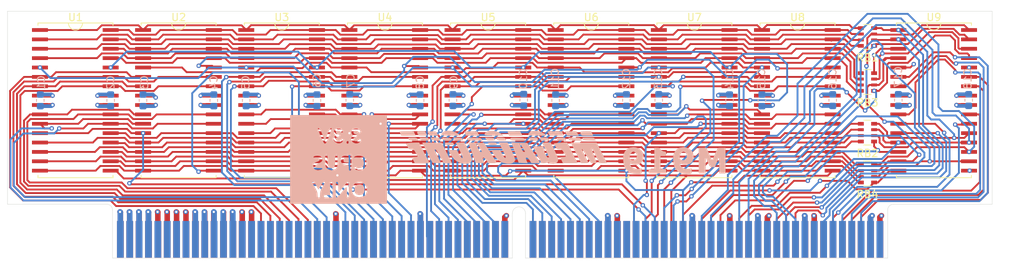
<source format=kicad_pcb>
(kicad_pcb (version 20211014) (generator pcbnew)
  (layers (0 "F.Cu" signal) (1 "In1.Cu" signal) (2 "In2.Cu" signal) (31 "B.Cu" signal) (34 "B.Paste" user) (35 "F.Paste" user) (36 "B.SilkS" user "B.Silkscreen") (37 "F.SilkS" user "F.Silkscreen") (38 "B.Mask" user) (39 "F.Mask" user) (44 "Edge.Cuts" user))
  (net 0 "")
  (net 1 "GND")
  (net 2 "+3V3")
  (net 3 "+5V")
  (net 4 "UM8881F_PIN48")
  (net 5 "UM8881F_PIN46")
  (net 6 "UM8881F_PIN44")
  (net 7 "UM8881F_PIN41")
  (net 8 "TAG_WE#")
  (net 9 "CPU_A5")
  (net 10 "CPU_A7")
  (net 11 "CPU_A9")
  (net 12 "CPU_A11")
  (net 13 "CPU_A13")
  (net 15 "CPU_A16")
  (net 16 "CPU_A18")
  (net 17 "BANK1_OE")
  (net 18 "BANK1_CS")
  (net 19 "BANK1_ADDR")
  (net 20 "BYTE0_WE#")
  (net 21 "BYTE1_WE#")
  (net 22 "BYTE3_WE#")
  (net 24 "CPU_D31")
  (net 25 "CPU_D30")
  (net 26 "CPU_D29")
  (net 27 "CPU_D28")
  (net 28 "CPU_D27")
  (net 29 "CPU_D26")
  (net 30 "CPU_D25")
  (net 31 "CPU_D24")
  (net 32 "CPU_D23")
  (net 33 "CPU_D22")
  (net 34 "CPU_D21")
  (net 35 "CPU_D20")
  (net 36 "CPU_D19")
  (net 37 "CPU_D18")
  (net 38 "CPU_D17")
  (net 39 "CPU_D16")
  (net 40 "CPU_D15")
  (net 41 "CPU_D14")
  (net 42 "CPU_D13")
  (net 43 "CPU_D12")
  (net 44 "CPU_D11")
  (net 45 "CPU_D10")
  (net 46 "CPU_D9")
  (net 47 "CPU_D8")
  (net 48 "CPU_D7")
  (net 49 "CPU_D6")
  (net 50 "CPU_D5")
  (net 51 "CPU_D4")
  (net 52 "CPU_D3")
  (net 53 "CPU_D2")
  (net 54 "CPU_D1")
  (net 55 "CPU_D0")
  (net 56 "UM8881F_PIN47")
  (net 57 "UM8881F_PIN45")
  (net 58 "UM8881F_PIN42")
  (net 59 "UM8881F_PIN40")
  (net 61 "CPU_A4")
  (net 62 "CPU_A6")
  (net 63 "CPU_A8")
  (net 64 "CPU_A10")
  (net 65 "CPU_A12")
  (net 66 "CPU_A14")
  (net 67 "CPU_A15")
  (net 68 "CPU_A17")
  (net 69 "CPU_A19")
  (net 70 "BANK0_OE")
  (net 71 "BANK0_CS")
  (net 72 "BANK0_ADDR")
  (net 73 "BYTE2_WE#")
  (net 76 "CPU_A7_SR")
  (net 77 "CPU_A6_SR")
  (net 78 "CPU_A4_SR")
  (net 79 "CPU_A5_SR")
  (net 80 "CPU_A15_SR")
  (net 81 "CPU_A14_SR")
  (net 82 "CPU_A12_SR")
  (net 83 "CPU_A13_SR")
  (net 84 "CPU_A11_SR")
  (net 85 "CPU_A10_SR")
  (net 86 "CPU_A8_SR")
  (net 87 "CPU_A9_SR")
  (net 88 "CPU_A19_SR")
  (net 89 "CPU_A18_SR")
  (net 90 "CPU_A16_SR")
  (net 91 "CPU_A17_SR")
  (footprint "M919_cache:M919_cache_edgeconn" (layer "F.Cu") (at 182.921 123.6)
    (fp_text reference "J1" hide)
    (fp_text value "M919_CacheStick_Conn" hide)
  )
  (footprint "Resistor_SMD:R_Array_Convex_4x0603" (layer "F.Cu") (at 230.77 109.15 180)
    (fp_text reference "RB2")
    (fp_text value "33R" hide)
  )
  (footprint "M919_cache:32-SOJ_400mil" (layer "F.Cu") (at 123.5075 104.775)
    (fp_text reference "U1")
    (fp_text value "128Kx8_JEDECRevolutionary" hide)
  )
  (footprint "M919_cache:32-SOJ_400mil" (layer "F.Cu") (at 137.4775 104.775)
    (fp_text reference "U2")
    (fp_text value "128Kx8_JEDECRevolutionary" hide)
  )
  (footprint "M919_cache:32-SOJ_400mil" (layer "F.Cu") (at 151.4475 104.775)
    (fp_text reference "U3")
    (fp_text value "128Kx8_JEDECRevolutionary" hide)
  )
  (footprint "M919_cache:32-SOJ_400mil" (layer "F.Cu") (at 165.4175 104.775)
    (fp_text reference "U4")
    (fp_text value "128Kx8_JEDECRevolutionary" hide)
  )
  (footprint "M919_cache:32-SOJ_400mil" (layer "F.Cu") (at 179.3875 104.775)
    (fp_text reference "U5")
    (fp_text value "128Kx8_JEDECRevolutionary" hide)
  )
  (footprint "M919_cache:32-SOJ_400mil" (layer "F.Cu") (at 207.3275 104.775)
    (fp_text reference "U7")
    (fp_text value "128Kx8_JEDECRevolutionary" hide)
  )
  (footprint "M919_cache:32-SOJ_400mil" (layer "F.Cu") (at 221.2975 104.775)
    (fp_text reference "U8")
    (fp_text value "128Kx8_JEDECRevolutionary" hide)
  )
  (footprint "M919_cache:32-SOJ_400mil" (layer "F.Cu") (at 239.7633 104.775)
    (fp_text reference "U9")
    (fp_text value "128Kx8_JEDECRevolutionary" hide)
  )
  (footprint "M919_cache:32-SOJ_400mil" (layer "F.Cu") (at 193.3575 104.775)
    (fp_text reference "U6")
    (fp_text value "128Kx8_JEDECRevolutionary" hide)
  )
  (footprint "Resistor_SMD:R_Array_Convex_4x0603" (layer "F.Cu") (at 230.77 102.292 180)
    (fp_text reference "RB3")
    (fp_text value "33R" hide)
  )
  (footprint "Resistor_SMD:R_Array_Convex_4x0603" (layer "F.Cu") (at 230.77 114.7 180)
    (fp_text reference "RB4")
    (fp_text value "33R" hide)
  )
  (footprint "Resistor_SMD:R_Array_Convex_4x0603" (layer "F.Cu") (at 230.77 96.196 180)
    (fp_text reference "RB1")
    (fp_text value "33R" hide)
  )
  (footprint "Capacitor_SMD:C_0603_1608Metric" (layer "B.Cu") (at 118.745 104.775 -90)
    (fp_text reference "C1")
    (fp_text value "0.1U" hide)
  )
  (footprint "Capacitor_SMD:C_0603_1608Metric" (layer "B.Cu") (at 128.27 104.775 90)
    (fp_text reference "C2")
    (fp_text value "0.1U" hide)
  )
  (footprint "Capacitor_SMD:C_0603_1608Metric" (layer "B.Cu") (at 132.6515 104.775 -90)
    (fp_text reference "C3")
    (fp_text value "0.1U" hide)
  )
  (footprint "Capacitor_SMD:C_0603_1608Metric" (layer "B.Cu") (at 142.24 104.775 90)
    (fp_text reference "C4")
    (fp_text value "0.1U" hide)
  )
  (footprint "Capacitor_SMD:C_0603_1608Metric" (layer "B.Cu") (at 146.6215 104.775 -90)
    (fp_text reference "C5")
    (fp_text value "0.1U" hide)
  )
  (footprint "Capacitor_SMD:C_0603_1608Metric" (layer "B.Cu") (at 156.21 104.775 90)
    (fp_text reference "C6")
    (fp_text value "0.1U" hide)
  )
  (footprint "Capacitor_SMD:C_0603_1608Metric" (layer "B.Cu") (at 160.655 104.7495 -90)
    (fp_text reference "C7")
    (fp_text value "0.1U" hide)
  )
  (footprint "Capacitor_SMD:C_0603_1608Metric" (layer "B.Cu") (at 170.18 104.775 90)
    (fp_text reference "C8")
    (fp_text value "0.1U" hide)
  )
  (footprint "Capacitor_SMD:C_0603_1608Metric" (layer "B.Cu") (at 174.625 104.7495 -90)
    (fp_text reference "C9")
    (fp_text value "0.1U" hide)
  )
  (footprint "Capacitor_SMD:C_0603_1608Metric" (layer "B.Cu") (at 184.2135 104.7115 -90)
    (fp_text reference "C10")
    (fp_text value "0.1U" hide)
  )
  (footprint "Capacitor_SMD:C_0603_1608Metric" (layer "B.Cu") (at 188.5315 104.775 90)
    (fp_text reference "C11")
    (fp_text value "0.1U" hide)
  )
  (footprint "Capacitor_SMD:C_0603_1608Metric" (layer "B.Cu") (at 202.5015 104.737 90)
    (fp_text reference "C13")
    (fp_text value "0.1U" hide)
  )
  (footprint "Capacitor_SMD:C_0603_1608Metric" (layer "B.Cu") (at 212.09 104.775 -90)
    (fp_text reference "C14")
    (fp_text value "0.1U" hide)
  )
  (footprint "Capacitor_SMD:C_0603_1608Metric" (layer "B.Cu") (at 216.4715 104.775 90)
    (fp_text reference "C15")
    (fp_text value "0.1U" hide)
  )
  (footprint "Capacitor_SMD:C_0603_1608Metric" (layer "B.Cu") (at 226.06 104.7495 -90)
    (fp_text reference "C16")
    (fp_text value "0.1U" hide)
  )
  (footprint "Capacitor_SMD:C_0603_1608Metric" (layer "B.Cu") (at 234.95 104.737 90)
    (fp_text reference "C17")
    (fp_text value "0.1U" hide)
  )
  (footprint "Capacitor_SMD:C_0603_1608Metric" (layer "B.Cu") (at 244.475 104.737 -90)
    (fp_text reference "C18")
    (fp_text value "0.1U" hide)
  )
  (footprint "Capacitor_SMD:C_0603_1608Metric" (layer "B.Cu") (at 198.12 104.7495 -90)
    (fp_text reference "C12")
    (fp_text value "0.1U" hide)
  )
  (footprint "M919_cache:newlogo" (layer "B.Cu") (at 182.626 112.776 180)
    (fp_text reference "G***" hide)
    (fp_text value "LOGO" hide)
  )
  (gr_arc (start 127.765973 118.847148) (mid 128.303666 119.087708) (end 128.524 119.634) (layer "Edge.Cuts") (width 0.05))
  (gr_line (start 247.65 118.8466) (end 234.341518 118.8466) (layer "Edge.Cuts") (width 0.05))
  (gr_arc (start 182.6768 120.0912) (mid 183.5658 119.2022) (end 184.4548 120.0912) (layer "Edge.Cuts") (width 0.05))
  (gr_arc (start 233.5022 119.634) (mid 233.751375 119.058575) (end 234.341518 118.8466) (layer "Edge.Cuts") (width 0.05))
  (gr_line (start 233.5022 126.1364) (end 233.5022 119.634) (layer "Edge.Cuts") (width 0.05))
  (gr_line (start 127.765973 118.847148) (end 114.3 118.847148) (layer "Edge.Cuts") (width 0.05))
  (gr_line (start 114.3 92.71) (end 247.65 92.71) (layer "Edge.Cuts") (width 0.05))
  (gr_line (start 233.5022 126.1364) (end 184.4548 126.1364) (layer "Edge.Cuts") (width 0.05))
  (gr_line (start 182.6768 120.0912) (end 182.6768 126.1364) (layer "Edge.Cuts") (width 0.05))
  (gr_line (start 128.524 126.1364) (end 128.524 119.634) (layer "Edge.Cuts") (width 0.05))
  (gr_line (start 182.6768 126.1364) (end 128.524 126.1364) (layer "Edge.Cuts") (width 0.05))
  (gr_line (start 184.4548 126.1364) (end 184.4548 120.0912) (layer "Edge.Cuts") (width 0.05))
  (gr_line (start 114.3 118.847148) (end 114.3 92.71) (layer "Edge.Cuts") (width 0.05))
  (gr_line (start 247.65 92.71) (end 247.65 118.8466) (layer "Edge.Cuts") (width 0.05))
  (segment (start 129.581 119.929) (end 129.54 119.888) (width 0.75) (layer "F.Cu") (net 1))
  (segment (start 142.24 123.559) (end 142.281 123.6) (width 0.75) (layer "F.Cu") (net 1))
  (segment (start 141.011 119.929) (end 140.97 119.888) (width 0.75) (layer "F.Cu") (net 1))
  (segment (start 130.851 123.6) (end 130.851 119.929) (width 0.75) (layer "F.Cu") (net 1))
  (segment (start 170.221 123.6) (end 170.221 120.183) (width 0.75) (layer "F.Cu") (net 1))
  (segment (start 168.656 104.14) (end 170.18 104.14) (width 0.5) (layer "F.Cu") (net 1))
  (segment (start 195.621 123.6) (end 195.621 120.437) (width 0.75) (layer "F.Cu") (net 1))
  (segment (start 132.121 119.929) (end 132.08 119.888) (width 0.75) (layer "F.Cu") (net 1))
  (segment (start 212.09 104.14) (end 210.612009 104.14) (width 0.5) (layer "F.Cu") (net 1))
  (segment (start 144.78 119.888) (end 144.78 123.559) (width 0.75) (layer "F.Cu") (net 1))
  (segment (start 236.474 105.41) (end 234.95 105.41) (width 0.5) (layer "F.Cu") (net 1))
  (segment (start 195.621 120.437) (end 195.58 120.396) (width 0.75) (layer "F.Cu") (net 1))
  (segment (start 132.121 123.6) (end 132.121 119.929) (width 0.75) (layer "F.Cu") (net 1))
  (segment (start 139.7 119.888) (end 139.7 123.559) (width 0.75) (layer "F.Cu") (net 1))
  (segment (start 217.932 105.41) (end 216.4842 105.41) (width 0.5) (layer "F.Cu") (net 1))
  (segment (start 203.962 105.41) (end 202.5142 105.41) (width 0.5) (layer "F.Cu") (net 1))
  (segment (start 207.051 120.437) (end 207.01 120.396) (width 0.75) (layer "F.Cu") (net 1))
  (segment (start 244.5258 100.33) (end 244.525807 100.329993) (width 0.25) (layer "F.Cu") (net 1))
  (segment (start 215.941 120.437) (end 215.9 120.396) (width 0.75) (layer "F.Cu") (net 1))
  (segment (start 148.336 105.41) (end 146.6342 105.41) (width 0.5) (layer "F.Cu") (net 1))
  (segment (start 207.051 123.6) (end 207.051 120.437) (width 0.75) (layer "F.Cu") (net 1))
  (segment (start 144.78 123.559) (end 144.821 123.6) (width 0.75) (layer "F.Cu") (net 1))
  (segment (start 141.011 123.6) (end 141.011 119.929) (width 0.75) (layer "F.Cu") (net 1))
  (segment (start 139.7 123.559) (end 139.741 123.6) (width 0.75) (layer "F.Cu") (net 1))
  (segment (start 133.391 119.929) (end 133.35 119.888) (width 0.75) (layer "F.Cu") (net 1))
  (segment (start 236.57306 100.33) (end 237.03788 99.86518) (width 0.25) (layer "F.Cu") (net 1))
  (segment (start 143.551 119.929) (end 143.51 119.888) (width 0.75) (layer "F.Cu") (net 1))
  (segment (start 210.612009 104.14) (end 210.566 104.093991) (width 0.5) (layer "F.Cu") (net 1))
  (segment (start 126.492 104.14) (end 128.27 104.14) (width 0.5) (layer "F.Cu") (net 1))
  (segment (start 196.596 104.14) (end 198.12 104.14) (width 0.5) (layer "F.Cu") (net 1))
  (segment (start 133.391 123.6) (end 133.391 119.929) (width 0.75) (layer "F.Cu") (net 1))
  (segment (start 176.022 105.41) (end 174.5742 105.41) (width 0.5) (layer "F.Cu") (net 1))
  (segment (start 222.291 120.437) (end 222.25 120.396) (width 0.75) (layer "F.Cu") (net 1))
  (segment (start 189.992 105.41) (end 188.5442 105.41) (width 0.5) (layer "F.Cu") (net 1))
  (segment (start 162.052 105.41) (end 160.6042 105.41) (width 0.5) (layer "F.Cu") (net 1))
  (segment (start 242.824 104.14) (end 244.5258 104.14) (width 0.5) (layer "F.Cu") (net 1))
  (segment (start 231.181 120.609) (end 231.394 120.396) (width 0.75) (layer "F.Cu") (net 1))
  (segment (start 222.291 123.6) (end 222.291 120.437) (width 0.75) (layer "F.Cu") (net 1))
  (segment (start 120.396 105.41) (end 118.6942 105.41) (width 0.5) (layer "F.Cu") (net 1))
  (segment (start 170.221 120.183) (end 170.18 120.142) (width 0.75) (layer "F.Cu") (net 1))
  (segment (start 140.462 104.14) (end 142.24 104.14) (width 0.5) (layer "F.Cu") (net 1))
  (segment (start 134.366 105.41) (end 132.6642 105.41) (width 0.5) (layer "F.Cu") (net 1))
  (segment (start 234.95 100.33) (end 236.57306 100.33) (width 0.25) (layer "F.Cu") (net 1))
  (segment (start 143.551 123.6) (end 143.551 119.929) (width 0.75) (layer "F.Cu") (net 1))
  (segment (start 182.626 104.14) (end 184.15 104.14) (width 0.5) (layer "F.Cu") (net 1))
  (segment (start 130.851 119.929) (end 130.81 119.888) (width 0.75) (layer "F.Cu") (net 1))
  (segment (start 224.536 104.14) (end 226.06 104.14) (width 0.5) (layer "F.Cu") (net 1))
  (segment (start 142.24 119.888) (end 142.24 123.559) (width 0.75) (layer "F.Cu") (net 1))
  (segment (start 215.941 123.6) (end 215.941 120.437) (width 0.75) (layer "F.Cu") (net 1))
  (segment (start 129.581 123.6) (end 129.581 119.929) (width 0.75) (layer "F.Cu") (net 1))
  (segment (start 231.181 123.6) (end 231.181 120.609) (width 0.75) (layer "F.Cu") (net 1))
  (segment (start 154.686 104.14) (end 156.21 104.14) (width 0.5) (layer "F.Cu") (net 1))
  (via (at 142.24 119.888) (size 0.6) (drill 0.3) (layers "F.Cu" "B.Cu") (net 1))
  (via (at 144.78 119.888) (size 0.6) (drill 0.3) (layers "F.Cu" "B.Cu") (net 1))
  (via (at 182.626 104.14) (size 0.6) (drill 0.3) (layers "F.Cu" "B.Cu") (net 1))
  (via (at 168.656 104.14) (size 0.6) (drill 0.3) (layers "F.Cu" "B.Cu") (net 1))
  (via (at 231.394 120.396) (size 0.6) (drill 0.3) (layers "F.Cu" "B.Cu") (net 1))
  (via (at 207.01 120.396) (size 0.6) (drill 0.3) (layers "F.Cu" "B.Cu") (net 1))
  (via (at 132.08 119.888) (size 0.6) (drill 0.3) (layers "F.Cu" "B.Cu") (net 1))
  (via (at 222.25 120.396) (size 0.6) (drill 0.3) (layers "F.Cu" "B.Cu") (net 1))
  (via (at 236.474 105.41) (size 0.6) (drill 0.3) (layers "F.Cu" "B.Cu") (net 1))
  (via (at 237.03788 99.86518) (size 0.6) (drill 0.3) (layers "F.Cu" "B.Cu") (net 1))
  (via (at 126.492 104.14) (size 0.6) (drill 0.3) (layers "F.Cu" "B.Cu") (net 1))
  (via (at 139.7 119.888) (size 0.6) (drill 0.3) (layers "F.Cu" "B.Cu") (net 1))
  (via (at 244.525807 100.329993) (size 0.6) (drill 0.3) (layers "F.Cu" "B.Cu") (net 1))
  (via (at 189.992 105.41) (size 0.6) (drill 0.3) (layers "F.Cu" "B.Cu") (net 1))
  (via (at 129.54 119.888) (size 0.6) (drill 0.3) (layers "F.Cu" "B.Cu") (net 1))
  (via (at 162.052 105.41) (size 0.6) (drill 0.3) (layers "F.Cu" "B.Cu") (net 1))
  (via (at 176.022 105.41) (size 0.6) (drill 0.3) (layers "F.Cu" "B.Cu") (net 1))
  (via (at 217.932 105.41) (size 0.6) (drill 0.3) (layers "F.Cu" "B.Cu") (net 1))
  (via (at 210.566 104.093991) (size 0.6) (drill 0.3) (layers "F.Cu" "B.Cu") (net 1))
  (via (at 148.336 105.41) (size 0.6) (drill 0.3) (layers "F.Cu" "B.Cu") (net 1))
  (via (at 134.366 105.41) (size 0.6) (drill 0.3) (layers "F.Cu" "B.Cu") (net 1))
  (via (at 196.596 104.14) (size 0.6) (drill 0.3) (layers "F.Cu" "B.Cu") (net 1))
  (via (at 215.9 120.396) (size 0.6) (drill 0.3) (layers "F.Cu" "B.Cu") (net 1))
  (via (at 143.51 119.888) (size 0.6) (drill 0.3) (layers "F.Cu" "B.Cu") (net 1))
  (via (at 133.35 119.888) (size 0.6) (drill 0.3) (layers "F.Cu" "B.Cu") (net 1))
  (via (at 170.18 120.142) (size 0.6) (drill 0.3) (layers "F.Cu" "B.Cu") (net 1))
  (via (at 195.58 120.396) (size 0.6) (drill 0.3) (layers "F.Cu" "B.Cu") (net 1))
  (via (at 140.97 119.888) (size 0.6) (drill 0.3) (layers "F.Cu" "B.Cu") (net 1))
  (via (at 130.81 119.888) (size 0.6) (drill 0.3) (layers "F.Cu" "B.Cu") (net 1))
  (via (at 120.396 105.41) (size 0.6) (drill 0.3) (layers "F.Cu" "B.Cu") (net 1))
  (via (at 242.824 104.14) (size 0.6) (drill 0.3) (layers "F.Cu" "B.Cu") (net 1))
  (via (at 203.962 105.41) (size 0.6) (drill 0.3) (layers "F.Cu" "B.Cu") (net 1))
  (via (at 224.536 104.14) (size 0.6) (drill 0.3) (layers "F.Cu" "B.Cu") (net 1))
  (via (at 140.462 104.14) (size 0.6) (drill 0.3) (layers "F.Cu" "B.Cu") (net 1))
  (via (at 154.686 104.14) (size 0.6) (drill 0.3) (layers "F.Cu" "B.Cu") (net 1))
  (segment (start 170.221 123.6) (end 170.221 120.183) (width 0.75) (layer "B.Cu") (net 1))
  (segment (start 170.18 103.9875) (end 168.8085 103.9875) (width 0.5) (layer "B.Cu") (net 1))
  (segment (start 224.714 103.962) (end 224.536 104.14) (width 0.5) (layer "B.Cu") (net 1))
  (segment (start 226.06 103.962) (end 224.714 103.962) (width 0.5) (layer "B.Cu") (net 1))
  (segment (start 139.741 119.929) (end 139.7 119.888) (width 0.75) (layer "B.Cu") (net 1))
  (segment (start 140.97 119.888) (end 140.97 123.559) (width 0.75) (layer "B.Cu") (net 1))
  (segment (start 128.27 103.9875) (end 126.6445 103.9875) (width 0.5) (layer "B.Cu") (net 1))
  (segment (start 144.821 119.929) (end 144.78 119.888) (width 0.75) (layer "B.Cu") (net 1))
  (segment (start 129.581 119.929) (end 129.54 119.888) (width 0.75) (layer "B.Cu") (net 1))
  (segment (start 207.051 120.437) (end 207.01 120.396) (width 0.75) (layer "B.Cu") (net 1))
  (segment (start 236.3595 105.5245) (end 236.474 105.41) (width 0.5) (layer "B.Cu") (net 1))
  (segment (start 222.291 120.437) (end 222.25 120.396) (width 0.75) (layer "B.Cu") (net 1))
  (segment (start 175.895 105.537) (end 176.022 105.41) (width 0.5) (layer "B.Cu") (net 1))
  (segment (start 126.6445 103.9875) (end 126.492 104.14) (width 0.5) (layer "B.Cu") (net 1))
  (segment (start 182.842 103.924) (end 182.626 104.14) (width 0.5) (layer "B.Cu") (net 1))
  (segment (start 132.121 123.6) (end 132.121 119.929) (width 0.75) (layer "B.Cu") (net 1))
  (segment (start 143.51 119.888) (end 143.51 123.559) (width 0.75) (layer "B.Cu") (net 1))
  (segment (start 142.281 123.6) (end 142.281 119.929) (width 0.75) (layer "B.Cu") (net 1))
  (segment (start 129.581 123.6) (end 129.581 119.929) (width 0.75) (layer "B.Cu") (net 1))
  (segment (start 231.181 123.6) (end 231.181 120.609) (width 0.75) (layer "B.Cu") (net 1))
  (segment (start 188.5315 105.5625) (end 189.8395 105.5625) (width 0.5) (layer "B.Cu") (net 1))
  (segment (start 203.8475 105.5245) (end 203.962 105.41) (width 0.5) (layer "B.Cu") (net 1))
  (segment (start 140.97 123.559) (end 141.011 123.6) (width 0.75) (layer "B.Cu") (net 1))
  (segment (start 130.851 123.6) (end 130.851 119.929) (width 0.75) (layer "B.Cu") (net 1))
  (segment (start 118.745 105.5625) (end 120.2435 105.5625) (width 0.5) (layer "B.Cu") (net 1))
  (segment (start 212.09 103.9875) (end 210.672491 103.9875) (width 0.5) (layer "B.Cu") (net 1))
  (segment (start 142.281 119.929) (end 142.24 119.888) (width 0.75) (layer "B.Cu") (net 1))
  (segment (start 120.2435 105.5625) (end 120.396 105.41) (width 0.5) (layer "B.Cu") (net 1))
  (segment (start 140.6145 103.9875) (end 140.462 104.14) (width 0.5) (layer "B.Cu") (net 1))
  (segment (start 243.0145 103.9495) (end 242.824 104.14) (width 0.5) (layer "B.Cu") (net 1))
  (segment (start 196.774 103.962) (end 196.596 104.14) (width 0.5) (layer "B.Cu") (net 1))
  (segment (start 244.475 103.9495) (end 243.0145 103.9495) (width 0.5) (layer "B.Cu") (net 1))
  (segment (start 234.95 105.5245) (end 236.3595 105.5245) (width 0.5) (layer "B.Cu") (net 1))
  (segment (start 132.6515 105.5625) (end 134.2135 105.5625) (width 0.5) (layer "B.Cu") (net 1))
  (segment (start 215.941 123.6) (end 215.941 120.437) (width 0.75) (layer "B.Cu") (net 1))
  (segment (start 210.672491 103.9875) (end 210.566 104.093991) (width 0.5) (layer "B.Cu") (net 1))
  (segment (start 148.1835 105.5625) (end 148.336 105.41) (width 0.5) (layer "B.Cu") (net 1))
  (segment (start 142.24 103.9875) (end 140.6145 103.9875) (width 0.5) (layer "B.Cu") (net 1))
  (segment (start 217.7795 105.5625) (end 217.932 105.41) (width 0.5) (layer "B.Cu") (net 1))
  (segment (start 144.821 123.6) (end 144.821 119.929) (width 0.75) (layer "B.Cu") (net 1))
  (segment (start 146.6215 105.5625) (end 148.1835 105.5625) (width 0.5) (layer "B.Cu") (net 1))
  (segment (start 184.2135 103.924) (end 182.842 103.924) (width 0.5) (layer "B.Cu") (net 1))
  (segment (start 216.4715 105.5625) (end 217.7795 105.5625) (width 0.5) (layer "B.Cu") (net 1))
  (segment (start 202.5015 105.5245) (end 203.8475 105.5245) (width 0.5) (layer "B.Cu") (net 1))
  (segment (start 195.621 120.437) (end 195.58 120.396) (width 0.75) (layer "B.Cu") (net 1))
  (segment (start 195.621 123.6) (end 195.621 120.437) (width 0.75) (layer "B.Cu") (net 1))
  (segment (start 189.8395 105.5625) (end 189.992 105.41) (width 0.5) (layer "B.Cu") (net 1))
  (segment (start 207.051 123.6) (end 207.051 120.437) (width 0.75) (layer "B.Cu") (net 1))
  (segment (start 198.12 103.962) (end 196.774 103.962) (width 0.5) (layer "B.Cu") (net 1))
  (segment (start 156.21 103.9875) (end 154.8385 103.9875) (width 0.5) (layer "B.Cu") (net 1))
  (segment (start 133.391 119.929) (end 133.35 119.888) (width 0.75) (layer "B.Cu") (net 1))
  (segment (start 133.391 123.6) (end 133.391 119.929) (width 0.75) (layer "B.Cu") (net 1))
  (segment (start 134.2135 105.5625) (end 134.366 105.41) (width 0.5) (layer "B.Cu") (net 1))
  (segment (start 174.625 105.537) (end 175.895 105.537) (width 0.5) (layer "B.Cu") (net 1))
  (segment (start 161.925 105.537) (end 162.052 105.41) (width 0.5) (layer "B.Cu") (net 1))
  (segment (start 168.8085 103.9875) (end 168.656 104.14) (width 0.5) (layer "B.Cu") (net 1))
  (segment (start 139.741 123.6) (end 139.741 119.929) (width 0.75) (layer "B.Cu") (net 1))
  (segment (start 170.221 120.183) (end 170.18 120.142) (width 0.75) (layer "B.Cu") (net 1))
  (segment (start 160.655 105.537) (end 161.925 105.537) (width 0.5) (layer "B.Cu") (net 1))
  (segment (start 231.181 120.609) (end 231.394 120.396) (width 0.75) (layer "B.Cu") (net 1))
  (segment (start 215.941 120.437) (end 215.9 120.396) (width 0.75) (layer "B.Cu") (net 1))
  (segment (start 154.8385 103.9875) (end 154.686 104.14) (width 0.5) (layer "B.Cu") (net 1))
  (segment (start 222.291 123.6) (end 222.291 120.437) (width 0.75) (layer "B.Cu") (net 1))
  (segment (start 132.121 119.929) (end 132.08 119.888) (width 0.75) (layer "B.Cu") (net 1))
  (segment (start 143.51 123.559) (end 143.551 123.6) (width 0.75) (layer "B.Cu") (net 1))
  (segment (start 130.851 119.929) (end 130.81 119.888) (width 0.75) (layer "B.Cu") (net 1))
  (segment (start 223.561 120.437) (end 223.52 120.396) (width 0.75) (layer "F.Cu") (net 2))
  (segment (start 135.931 123.6) (end 135.931 119.929) (width 0.75) (layer "F.Cu") (net 2))
  (segment (start 134.112 104.14) (end 132.6642 104.14) (width 0.5) (layer "F.Cu") (net 2))
  (segment (start 196.596 105.41) (end 198.12 105.41) (width 0.5) (layer "F.Cu") (net 2))
  (segment (start 203.962 104.14) (end 202.5142 104.14) (width 0.5) (layer "F.Cu") (net 2))
  (segment (start 181.651 120.609) (end 181.864 120.396) (width 0.75) (layer "F.Cu") (net 2))
  (segment (start 212.131 123.6) (end 212.131 120.437) (width 0.75) (layer "F.Cu") (net 2))
  (segment (start 196.891 120.437) (end 196.85 120.396) (width 0.75) (layer "F.Cu") (net 2))
  (segment (start 244.5258 114.3) (end 244.602 114.3) (width 0.25) (layer "F.Cu") (net 2))
  (segment (start 176.022 104.14) (end 174.5742 104.14) (width 0.5) (layer "F.Cu") (net 2))
  (segment (start 147.361 119.929) (end 147.32 119.888) (width 0.75) (layer "F.Cu") (net 2))
  (segment (start 181.651 123.6) (end 181.651 120.609) (width 0.75) (layer "F.Cu") (net 2))
  (segment (start 138.471 123.6) (end 138.471 119.929) (width 0.75) (layer "F.Cu") (net 2))
  (segment (start 223.561 123.6) (end 223.561 120.437) (width 0.75) (layer "F.Cu") (net 2))
  (segment (start 189.992 104.14) (end 188.5442 104.14) (width 0.5) (layer "F.Cu") (net 2))
  (segment (start 134.661 123.6) (end 134.661 119.929) (width 0.75) (layer "F.Cu") (net 2))
  (segment (start 126.492 105.41) (end 128.27 105.41) (width 0.5) (layer "F.Cu") (net 2))
  (segment (start 217.211 123.6) (end 217.211 120.609) (width 0.75) (layer "F.Cu") (net 2))
  (segment (start 148.336 104.14) (end 146.6342 104.14) (width 0.5) (layer "F.Cu") (net 2))
  (segment (start 236.474 104.14) (end 234.95 104.14) (width 0.5) (layer "F.Cu") (net 2))
  (segment (start 120.396 104.14) (end 118.6942 104.14) (width 0.5) (layer "F.Cu") (net 2))
  (segment (start 210.566 105.41) (end 212.09 105.41) (width 0.5) (layer "F.Cu") (net 2))
  (segment (start 146.091 123.6) (end 146.091 119.929) (width 0.75) (layer "F.Cu") (net 2))
  (segment (start 158.791 123.6) (end 158.791 120.183) (width 0.75) (layer "F.Cu") (net 2))
  (segment (start 184.15 105.41) (end 182.626014 105.41) (width 0.5) (layer "F.Cu") (net 2))
  (segment (start 217.211 120.609) (end 217.424 120.396) (width 0.75) (layer "F.Cu") (net 2))
  (segment (start 138.471 119.929) (end 138.43 119.888) (width 0.75) (layer "F.Cu") (net 2))
  (segment (start 158.791 120.183) (end 158.75 120.142) (width 0.75) (layer "F.Cu") (net 2))
  (segment (start 162.052 104.14) (end 160.6042 104.14) (width 0.5) (layer "F.Cu") (net 2))
  (segment (start 168.656 105.41) (end 170.18 105.41) (width 0.5) (layer "F.Cu") (net 2))
  (segment (start 135.931 119.929) (end 135.89 119.888) (width 0.75) (layer "F.Cu") (net 2))
  (segment (start 224.536 105.41) (end 226.06 105.41) (width 0.5) (layer "F.Cu") (net 2))
  (segment (start 134.661 119.929) (end 134.62 119.888) (width 0.75) (layer "F.Cu") (net 2))
  (segment (start 146.091 119.929) (end 146.05 119.888) (width 0.75) (layer "F.Cu") (net 2))
  (segment (start 232.451 120.609) (end 232.664 120.396) (width 0.75) (layer "F.Cu") (net 2))
  (segment (start 154.686 105.41) (end 156.21 105.41) (width 0.5) (layer "F.Cu") (net 2))
  (segment (start 232.451 123.6) (end 232.451 120.609) (width 0.75) (layer "F.Cu") (net 2))
  (segment (start 212.131 120.437) (end 212.09 120.396) (width 0.75) (layer "F.Cu") (net 2))
  (segment (start 242.824 105.41) (end 244.5258 105.41) (width 0.5) (layer "F.Cu") (net 2))
  (segment (start 147.361 123.6) (end 147.361 119.929) (width 0.75) (layer "F.Cu") (net 2))
  (segment (start 137.201 119.929) (end 137.16 119.888) (width 0.75) (layer "F.Cu") (net 2))
  (segment (start 134.366 104.394) (end 134.112 104.14) (width 0.5) (layer "F.Cu") (net 2))
  (segment (start 217.932 104.14) (end 216.4842 104.14) (width 0.5) (layer "F.Cu") (net 2))
  (segment (start 140.462 105.41) (end 142.24 105.41) (width 0.5) (layer "F.Cu") (net 2))
  (segment (start 137.201 123.6) (end 137.201 119.929) (width 0.75) (layer "F.Cu") (net 2))
  (segment (start 196.891 123.6) (end 196.891 120.437) (width 0.75) (layer "F.Cu") (net 2))
  (via (at 217.424 120.396) (size 0.6) (drill 0.3) (layers "F.Cu" "B.Cu") (net 2))
  (via (at 138.43 119.888) (size 0.6) (drill 0.3) (layers "F.Cu" "B.Cu") (net 2))
  (via (at 147.32 119.888) (size 0.6) (drill 0.3) (layers "F.Cu" "B.Cu") (net 2))
  (via (at 146.05 119.888) (size 0.6) (drill 0.3) (layers "F.Cu" "B.Cu") (net 2))
  (via (at 182.626014 105.41) (size 0.6) (drill 0.3) (layers "F.Cu" "B.Cu") (net 2))
  (via (at 176.022 104.14) (size 0.6) (drill 0.3) (layers "F.Cu" "B.Cu") (net 2))
  (via (at 217.932 104.14) (size 0.6) (drill 0.3) (layers "F.Cu" "B.Cu") (net 2))
  (via (at 203.962 104.14) (size 0.6) (drill 0.3) (layers "F.Cu" "B.Cu") (net 2))
  (via (at 148.336 104.14) (size 0.6) (drill 0.3) (layers "F.Cu" "B.Cu") (net 2))
  (via (at 196.596 105.41) (size 0.6) (drill 0.3) (layers "F.Cu" "B.Cu") (net 2))
  (via (at 126.492 105.41) (size 0.6) (drill 0.3) (layers "F.Cu" "B.Cu") (net 2))
  (via (at 196.85 120.396) (size 0.6) (drill 0.3) (layers "F.Cu" "B.Cu") (net 2))
  (via (at 168.656 105.41) (size 0.6) (drill 0.3) (layers "F.Cu" "B.Cu") (net 2))
  (via (at 223.52 120.396) (size 0.6) (drill 0.3) (layers "F.Cu" "B.Cu") (net 2))
  (via (at 162.052 104.14) (size 0.6) (drill 0.3) (layers "F.Cu" "B.Cu") (net 2))
  (via (at 236.474 104.14) (size 0.6) (drill 0.3) (layers "F.Cu" "B.Cu") (net 2))
  (via (at 158.75 120.142) (size 0.6) (drill 0.3) (layers "F.Cu" "B.Cu") (net 2))
  (via (at 242.824 105.41) (size 0.6) (drill 0.3) (layers "F.Cu" "B.Cu") (net 2))
  (via (at 137.16 119.888) (size 0.6) (drill 0.3) (layers "F.Cu" "B.Cu") (net 2))
  (via (at 244.602 114.3) (size 0.6) (drill 0.3) (layers "F.Cu" "B.Cu") (net 2))
  (via (at 135.89 119.888) (size 0.6) (drill 0.3) (layers "F.Cu" "B.Cu") (net 2))
  (via (at 134.62 119.888) (size 0.6) (drill 0.3) (layers "F.Cu" "B.Cu") (net 2))
  (via (at 120.396 104.14) (size 0.6) (drill 0.3) (layers "F.Cu" "B.Cu") (net 2))
  (via (at 134.366 104.394) (size 0.6) (drill 0.3) (layers "F.Cu" "B.Cu") (net 2))
  (via (at 154.686 105.41) (size 0.6) (drill 0.3) (layers "F.Cu" "B.Cu") (net 2))
  (via (at 232.664 120.396) (size 0.6) (drill 0.3) (layers "F.Cu" "B.Cu") (net 2))
  (via (at 181.864 120.396) (size 0.6) (drill 0.3) (layers "F.Cu" "B.Cu") (net 2))
  (via (at 210.566 105.41) (size 0.6) (drill 0.3) (layers "F.Cu" "B.Cu") (net 2))
  (via (at 224.536 105.41) (size 0.6) (drill 0.3) (layers "F.Cu" "B.Cu") (net 2))
  (via (at 189.992 104.14) (size 0.6) (drill 0.3) (layers "F.Cu" "B.Cu") (net 2))
  (via (at 212.09 120.396) (size 0.6) (drill 0.3) (layers "F.Cu" "B.Cu") (net 2))
  (via (at 140.462 105.41) (size 0.6) (drill 0.3) (layers "F.Cu" "B.Cu") (net 2))
  (segment (start 142.24 105.5625) (end 140.6145 105.5625) (width 0.5) (layer "B.Cu") (net 2))
  (segment (start 128.27 105.5625) (end 126.6445 105.5625) (width 0.5) (layer "B.Cu") (net 2))
  (segment (start 210.7185 105.5625) (end 210.566 105.41) (width 0.5) (layer "B.Cu") (net 2))
  (segment (start 224.663 105.537) (end 224.536 105.41) (width 0.5) (layer "B.Cu") (net 2))
  (segment (start 212.09 105.5625) (end 210.7185 105.5625) (width 0.5) (layer "B.Cu") (net 2))
  (segment (start 175.844 103.962) (end 176.022 104.14) (width 0.5) (layer "B.Cu") (net 2))
  (segment (start 188.5315 103.9875) (end 189.8395 103.9875) (width 0.5) (layer "B.Cu") (net 2))
  (segment (start 168.8085 105.5625) (end 168.656 105.41) (width 0.5) (layer "B.Cu") (net 2))
  (segment (start 234.95 103.9495) (end 236.2835 103.9495) (width 0.5) (layer "B.Cu") (net 2))
  (segment (start 244.475 105.5245) (end 242.9385 105.5245) (width 0.5) (layer "B.Cu") (net 2))
  (segment (start 216.4715 103.9875) (end 217.7795 103.9875) (width 0.5) (layer "B.Cu") (net 2))
  (segment (start 120.2435 103.9875) (end 120.396 104.14) (width 0.5) (layer "B.Cu") (net 2))
  (segment (start 132.6515 103.9875) (end 133.9595 103.9875) (width 0.5) (layer "B.Cu") (net 2))
  (segment (start 236.2835 103.9495) (end 236.474 104.14) (width 0.5) (layer "B.Cu") (net 2))
  (segment (start 203.7715 103.9495) (end 203.962 104.14) (width 0.5) (layer "B.Cu") (net 2))
  (segment (start 174.625 103.962) (end 175.844 103.962) (width 0.5) (layer "B.Cu") (net 2))
  (segment (start 202.5015 103.9495) (end 203.7715 103.9495) (width 0.5) (layer "B.Cu") (net 2))
  (segment (start 170.18 105.5625) (end 168.8085 105.5625) (width 0.5) (layer "B.Cu") (net 2))
  (segment (start 154.8385 105.5625) (end 154.686 105.41) (width 0.5) (layer "B.Cu") (net 2))
  (segment (start 160.655 103.962) (end 161.874 103.962) (width 0.5) (layer "B.Cu") (net 2))
  (segment (start 126.6445 105.5625) (end 126.492 105.41) (width 0.5) (layer "B.Cu") (net 2))
  (segment (start 182.715014 105.499) (end 182.626014 105.41) (width 0.5) (layer "B.Cu") (net 2))
  (segment (start 146.6215 103.9875) (end 148.1835 103.9875) (width 0.5) (layer "B.Cu") (net 2))
  (segment (start 198.12 105.537) (end 196.723 105.537) (width 0.5) (layer "B.Cu") (net 2))
  (segment (start 156.21 105.5625) (end 154.8385 105.5625) (width 0.5) (layer "B.Cu") (net 2))
  (segment (start 148.1835 103.9875) (end 148.336 104.14) (width 0.5) (layer "B.Cu") (net 2))
  (segment (start 242.9385 105.5245) (end 242.824 105.41) (width 0.5) (layer "B.Cu") (net 2))
  (segment (start 196.723 105.537) (end 196.596 105.41) (width 0.5) (layer "B.Cu") (net 2))
  (segment (start 189.8395 103.9875) (end 189.992 104.14) (width 0.5) (layer "B.Cu") (net 2))
  (segment (start 217.7795 103.9875) (end 217.932 104.14) (width 0.5) (layer "B.Cu") (net 2))
  (segment (start 118.745 103.9875) (end 120.2435 103.9875) (width 0.5) (layer "B.Cu") (net 2))
  (segment (start 184.2135 105.499) (end 182.715014 105.499) (width 0.5) (layer "B.Cu") (net 2))
  (segment (start 226.06 105.537) (end 224.663 105.537) (width 0.5) (layer "B.Cu") (net 2))
  (segment (start 140.6145 105.5625) (end 140.462 105.41) (width 0.5) (layer "B.Cu") (net 2))
  (segment (start 133.9595 103.9875) (end 134.366 104.394) (width 0.5) (layer "B.Cu") (net 2))
  (segment (start 161.874 103.962) (end 162.052 104.14) (width 0.5) (layer "B.Cu") (net 2))
  (segment (start 241.95532 98.27006) (end 239.74044 98.27006) (width 0.25) (layer "F.Cu") (net 4))
  (segment (start 239.74044 98.27006) (end 236.4105 101.6) (width 0.25) (layer "F.Cu") (net 4))
  (segment (start 236.4105 101.6) (end 234.95 101.6) (width 0.25) (layer "F.Cu") (net 4))
  (segment (start 242.62842 98.94316) (end 241.95532 98.27006) (width 0.25) (layer "F.Cu") (net 4))
  (via (at 242.62842 98.94316) (size 0.6) (drill 0.3) (layers "F.Cu" "B.Cu") (net 4))
  (segment (start 247.06326 100.50526) (end 247.06326 100.1014) (width 0.25) (layer "B.Cu") (net 4))
  (segment (start 229.911 123.6) (end 229.911 120.0375) (width 0.25) (layer "B.Cu") (net 4))
  (segment (start 231.521 118.4275) (end 245.93042 118.4275) (width 0.25) (layer "B.Cu") (net 4))
  (segment (start 245.90502 98.94316) (end 242.62842 98.94316) (width 0.25) (layer "B.Cu") (net 4))
  (segment (start 247.06326 100.1014) (end 245.90502 98.94316) (width 0.25) (layer "B.Cu") (net 4))
  (segment (start 229.911 120.0375) (end 231.521 118.4275) (width 0.25) (layer "B.Cu") (net 4))
  (segment (start 247.06326 117.29466) (end 247.06326 100.50526) (width 0.25) (layer "B.Cu") (net 4))
  (segment (start 245.93042 118.4275) (end 247.06326 117.29466) (width 0.25) (layer "B.Cu") (net 4))
  (segment (start 242.75796 99.78898) (end 242.443 99.78898) (width 0.25) (layer "F.Cu") (net 5))
  (segment (start 240.09604 98.78568) (end 236.01172 102.87) (width 0.25) (layer "F.Cu") (net 5))
  (segment (start 236.01172 102.87) (end 234.95 102.87) (width 0.25) (layer "F.Cu") (net 5))
  (segment (start 242.443 99.78898) (end 241.4397 98.78568) (width 0.25) (layer "F.Cu") (net 5))
  (segment (start 241.4397 98.78568) (end 240.09604 98.78568) (width 0.25) (layer "F.Cu") (net 5))
  (via (at 242.75796 99.78898) (size 0.6) (drill 0.3) (layers "F.Cu" "B.Cu") (net 5))
  (segment (start 228.641 120.1518) (end 230.87076 117.92204) (width 0.25) (layer "B.Cu") (net 5))
  (segment (start 245.73484 117.92204) (end 246.49684 117.16004) (width 0.25) (layer "B.Cu") (net 5))
  (segment (start 230.87076 117.92204) (end 245.73484 117.92204) (width 0.25) (layer "B.Cu") (net 5))
  (segment (start 246.49684 100.33508) (end 245.8212 99.65944) (width 0.25) (layer "B.Cu") (net 5))
  (segment (start 246.49684 117.16004) (end 246.49684 101.22916) (width 0.25) (layer "B.Cu") (net 5))
  (segment (start 246.49684 101.22916) (end 246.49684 100.33508) (width 0.25) (layer "B.Cu") (net 5))
  (segment (start 245.8212 99.65944) (end 242.8875 99.65944) (width 0.25) (layer "B.Cu") (net 5))
  (segment (start 228.641 123.6) (end 228.641 120.1518) (width 0.25) (layer "B.Cu") (net 5))
  (segment (start 242.8875 99.65944) (end 242.75796 99.78898) (width 0.25) (layer "B.Cu") (net 5))
  (segment (start 240.36528 99.2505) (end 241.25174 99.2505) (width 0.25) (layer "F.Cu") (net 6))
  (segment (start 234.95 106.68) (end 236.36986 106.68) (width 0.25) (layer "F.Cu") (net 6))
  (segment (start 236.36986 106.68) (end 237.26902 105.78084) (width 0.25) (layer "F.Cu") (net 6))
  (segment (start 241.25174 99.2505) (end 242.66906 100.66782) (width 0.25) (layer "F.Cu") (net 6))
  (segment (start 237.26902 102.34676) (end 240.36528 99.2505) (width 0.25) (layer "F.Cu") (net 6))
  (segment (start 242.66906 100.66782) (end 242.66906 100.99548) (width 0.25) (layer "F.Cu") (net 6))
  (segment (start 237.26902 105.78084) (end 237.26902 102.34676) (width 0.25) (layer "F.Cu") (net 6))
  (via (at 242.66906 100.99548) (size 0.6) (drill 0.3) (layers "F.Cu" "B.Cu") (net 6))
  (segment (start 227.371 123.6) (end 227.371 120.33976) (width 0.25) (layer "B.Cu") (net 6))
  (segment (start 245.49354 117.43944) (end 246.0371 116.89588) (width 0.25) (layer "B.Cu") (net 6))
  (segment (start 245.745 100.99548) (end 242.66906 100.99548) (width 0.25) (layer "B.Cu") (net 6))
  (segment (start 246.0371 101.28758) (end 245.745 100.99548) (width 0.25) (layer "B.Cu") (net 6))
  (segment (start 227.371 120.33976) (end 230.27132 117.43944) (width 0.25) (layer "B.Cu") (net 6))
  (segment (start 230.27132 117.43944) (end 245.49354 117.43944) (width 0.25) (layer "B.Cu") (net 6))
  (segment (start 246.0371 116.89588) (end 246.0371 101.55174) (width 0.25) (layer "B.Cu") (net 6))
  (segment (start 246.0371 101.55174) (end 246.0371 101.28758) (width 0.25) (layer "B.Cu") (net 6))
  (segment (start 234.95 107.95) (end 239.9284 107.95) (width 0.25) (layer "F.Cu") (net 7))
  (segment (start 239.9284 107.95) (end 241.15014 109.17174) (width 0.25) (layer "F.Cu") (net 7))
  (via (at 241.15014 109.17174) (size 0.6) (drill 0.3) (layers "F.Cu" "B.Cu") (net 7))
  (segment (start 241.886417 114.823563) (end 241.886417 110.162783) (width 0.25) (layer "B.Cu") (net 7))
  (segment (start 226.101 123.6) (end 226.101 119.79366) (width 0.25) (layer "B.Cu") (net 7))
  (segment (start 241.886417 110.162783) (end 241.15014 109.426506) (width 0.25) (layer "B.Cu") (net 7))
  (segment (start 229.40264 116.49202) (end 240.21796 116.49202) (width 0.25) (layer "B.Cu") (net 7))
  (segment (start 240.21796 116.49202) (end 241.886417 114.823563) (width 0.25) (layer "B.Cu") (net 7))
  (segment (start 241.15014 109.426506) (end 241.15014 109.17174) (width 0.25) (layer "B.Cu") (net 7))
  (segment (start 226.101 119.79366) (end 229.40264 116.49202) (width 0.25) (layer "B.Cu") (net 7))
  (segment (start 234.95 109.22) (end 240.283998 109.22) (width 0.25) (layer "F.Cu") (net 8))
  (via (at 240.283998 109.22) (size 0.6) (drill 0.3) (layers "F.Cu" "B.Cu") (net 8))
  (segment (start 229.997442 115.2144) (end 240.55832 115.2144) (width 0.25) (layer "B.Cu") (net 8))
  (segment (start 224.831 123.6) (end 224.831 121.170782) (width 0.25) (layer "B.Cu") (net 8))
  (segment (start 225.649112 119.56273) (end 229.997442 115.2144) (width 0.25) (layer "B.Cu") (net 8))
  (segment (start 240.55832 115.2144) (end 241.434899 114.337821) (width 0.25) (layer "B.Cu") (net 8))
  (segment (start 224.831 121.170782) (end 225.649112 120.35267) (width 0.25) (layer "B.Cu") (net 8))
  (segment (start 241.434899 110.370901) (end 240.283998 109.22) (width 0.25) (layer "B.Cu") (net 8))
  (segment (start 225.649112 120.35267) (end 225.649112 119.56273) (width 0.25) (layer "B.Cu") (net 8))
  (segment (start 241.434899 114.337821) (end 241.434899 110.370901) (width 0.25) (layer "B.Cu") (net 8))
  (segment (start 238.16169 94.59976) (end 243.87556 94.59976) (width 0.25) (layer "F.Cu") (net 9))
  (segment (start 230.7463 100.02774) (end 230.7463 96.334698) (width 0.25) (layer "F.Cu") (net 9))
  (segment (start 231.67 95.796) (end 231.749001 95.875001) (width 0.25) (layer "F.Cu") (net 9))
  (segment (start 236.886449 95.875001) (end 238.16169 94.59976) (width 0.25) (layer "F.Cu") (net 9))
  (segment (start 231.749001 95.875001) (end 236.886449 95.875001) (width 0.25) (layer "F.Cu") (net 9))
  (segment (start 243.87556 94.59976) (end 244.5258 95.25) (width 0.25) (layer "F.Cu") (net 9))
  (segment (start 230.632 100.14204) (end 230.7463 100.02774) (width 0.25) (layer "F.Cu") (net 9))
  (segment (start 231.284998 95.796) (end 231.67 95.796) (width 0.25) (layer "F.Cu") (net 9))
  (segment (start 230.7463 96.334698) (end 231.284998 95.796) (width 0.25) (layer "F.Cu") (net 9))
  (via (at 230.632 100.14204) (size 0.6) (drill 0.3) (layers "F.Cu" "B.Cu") (net 9))
  (segment (start 216.6112 116.50726) (end 219.39504 113.72342) (width 0.25) (layer "B.Cu") (net 9))
  (segment (start 221.021 120.861) (end 217.96012 117.80012) (width 0.25) (layer "B.Cu") (net 9))
  (segment (start 221.021 123.6) (end 221.021 120.861) (width 0.25) (layer "B.Cu") (net 9))
  (segment (start 217.16746 117.80012) (end 216.6112 117.24386) (width 0.25) (layer "B.Cu") (net 9))
  (segment (start 219.39504 113.72342) (end 221.42196 113.72342) (width 0.25) (layer "B.Cu") (net 9))
  (segment (start 217.96012 117.80012) (end 217.16746 117.80012) (width 0.25) (layer "B.Cu") (net 9))
  (segment (start 230.632 104.51338) (end 230.632 100.14204) (width 0.25) (layer "B.Cu") (net 9))
  (segment (start 216.6112 117.24386) (end 216.6112 116.50726) (width 0.25) (layer "B.Cu") (net 9))
  (segment (start 221.42196 113.72342) (end 230.632 104.51338) (width 0.25) (layer "B.Cu") (net 9))
  (segment (start 238.307879 95.089981) (end 242.443001 95.089981) (width 0.25) (layer "F.Cu") (net 10))
  (segment (start 231.67 97.396) (end 231.911 97.155) (width 0.25) (layer "F.Cu") (net 10))
  (segment (start 236.24286 97.155) (end 238.307879 95.089981) (width 0.25) (layer "F.Cu") (net 10))
  (segment (start 242.769858 95.41256) (end 243.247378 95.89008) (width 0.25) (layer "F.Cu") (net 10))
  (segment (start 243.89588 95.89008) (end 244.5258 96.52) (width 0.25) (layer "F.Cu") (net 10))
  (segment (start 231.911 97.155) (end 236.24286 97.155) (width 0.25) (layer "F.Cu") (net 10))
  (segment (start 243.247378 95.89008) (end 243.89588 95.89008) (width 0.25) (layer "F.Cu") (net 10))
  (segment (start 242.443001 95.089981) (end 242.76558 95.41256) (width 0.25) (layer "F.Cu") (net 10))
  (segment (start 242.76558 95.41256) (end 242.769858 95.41256) (width 0.25) (layer "F.Cu") (net 10))
  (via (at 231.67 97.396) (size 0.6) (drill 0.3) (layers "F.Cu" "B.Cu") (net 10))
  (segment (start 229.8446 99.2214) (end 231.67 97.396) (width 0.25) (layer "B.Cu") (net 10))
  (segment (start 217.80754 118.39702) (end 216.97696 118.39702) (width 0.25) (layer "B.Cu") (net 10))
  (segment (start 219.751 123.6) (end 219.751 120.34048) (width 0.25) (layer "B.Cu") (net 10))
  (segment (start 219.1766 113.0935) (end 221.00286 113.0935) (width 0.25) (layer "B.Cu") (net 10))
  (segment (start 229.8446 104.25176) (end 229.8446 99.2214) (width 0.25) (layer "B.Cu") (net 10))
  (segment (start 216.97696 118.39702) (end 216.07018 117.49024) (width 0.25) (layer "B.Cu") (net 10))
  (segment (start 219.751 120.34048) (end 217.80754 118.39702) (width 0.25) (layer "B.Cu") (net 10))
  (segment (start 216.07018 116.19992) (end 219.1766 113.0935) (width 0.25) (layer "B.Cu") (net 10))
  (segment (start 216.07018 117.49024) (end 216.07018 116.19992) (width 0.25) (layer "B.Cu") (net 10))
  (segment (start 221.00286 113.0935) (end 229.8446 104.25176) (width 0.25) (layer "B.Cu") (net 10))
  (segment (start 242.256601 95.539991) (end 242.579179 95.862569) (width 0.25) (layer "F.Cu") (net 11))
  (segment (start 244.5258 97.79) (end 243.1963 97.79) (width 0.25) (layer "F.Cu") (net 11))
  (segment (start 231.67 101.892) (end 232.32 101.892) (width 0.25) (layer "F.Cu") (net 11))
  (segment (start 236.233502 98.425) (end 239.118511 95.539991) (width 0.25) (layer "F.Cu") (net 11))
  (segment (start 232.41 98.806) (end 232.791 98.425) (width 0.25) (layer "F.Cu") (net 11))
  (segment (start 232.41 101.802) (end 232.41 98.806) (width 0.25) (layer "F.Cu") (net 11))
  (segment (start 242.579179 95.862569) (end 242.583457 95.862569) (width 0.25) (layer "F.Cu") (net 11))
  (segment (start 232.791 98.425) (end 236.233502 98.425) (width 0.25) (layer "F.Cu") (net 11))
  (segment (start 243.086051 97.679751) (end 243.086051 96.369441) (width 0.25) (layer "F.Cu") (net 11))
  (segment (start 232.32 101.892) (end 232.41 101.802) (width 0.25) (layer "F.Cu") (net 11))
  (segment (start 239.118511 95.539991) (end 242.256601 95.539991) (width 0.25) (layer "F.Cu") (net 11))
  (segment (start 243.1963 97.79) (end 243.086051 97.679751) (width 0.25) (layer "F.Cu") (net 11))
  (segment (start 243.086051 96.369441) (end 242.579179 95.862569) (width 0.25) (layer "F.Cu") (net 11))
  (via (at 232.791 98.425) (size 0.6) (drill 0.3) (layers "F.Cu" "B.Cu") (net 11))
  (segment (start 232.791 97.42932) (end 232.791 98.425) (width 0.25) (layer "B.Cu") (net 11))
  (segment (start 232.06964 96.70796) (end 232.791 97.42932) (width 0.25) (layer "B.Cu") (net 11))
  (segment (start 218.481 120.02298) (end 217.56624 119.10822) (width 0.25) (layer "B.Cu") (net 11))
  (segment (start 215.41486 115.66144) (end 218.73972 112.33658) (width 0.25) (layer "B.Cu") (net 11))
  (segment (start 218.73972 112.33658) (end 220.9419 112.33658) (width 0.25) (layer "B.Cu") (net 11))
  (segment (start 217.56624 119.10822) (end 216.78392 119.10822) (width 0.25) (layer "B.Cu") (net 11))
  (segment (start 218.481 123.6) (end 218.481 120.02298) (width 0.25) (layer "B.Cu") (net 11))
  (segment (start 216.78392 119.10822) (end 215.41486 117.73916) (width 0.25) (layer "B.Cu") (net 11))
  (segment (start 229.30612 98.82124) (end 231.4194 96.70796) (width 0.25) (layer "B.Cu") (net 11))
  (segment (start 229.30612 103.97236) (end 229.30612 98.82124) (width 0.25) (layer "B.Cu") (net 11))
  (segment (start 220.9419 112.33658) (end 229.30612 103.97236) (width 0.25) (layer "B.Cu") (net 11))
  (segment (start 215.41486 117.73916) (end 215.41486 115.66144) (width 0.25) (layer "B.Cu") (net 11))
  (segment (start 231.4194 96.70796) (end 232.06964 96.70796) (width 0.25) (layer "B.Cu") (net 11))
  (segment (start 239.931742 95.99676) (end 236.233502 99.695) (width 0.25) (layer "F.Cu") (net 12))
  (segment (start 230.42372 106.15168) (end 230.44912 106.15168) (width 0.25) (layer "F.Cu") (net 12))
  (segment (start 232.32 103.492) (end 231.67 103.492) (width 0.25) (layer "F.Cu") (net 12))
  (segment (start 241.96548 95.99676) (end 239.931742 95.99676) (width 0.25) (layer "F.Cu") (net 12))
  (segment (start 233.666498 99.695) (end 233.426 99.935498) (width 0.25) (layer "F.Cu") (net 12))
  (segment (start 236.233502 99.695) (end 233.666498 99.695) (width 0.25) (layer "F.Cu") (net 12))
  (segment (start 243.19484 98.42754) (end 242.63604 97.86874) (width 0.25) (layer "F.Cu") (net 12))
  (segment (start 244.5258 98.64344) (end 244.3099 98.42754) (width 0.25) (layer "F.Cu") (net 12))
  (segment (start 242.63604 96.66732) (end 241.96548 95.99676) (width 0.25) (layer "F.Cu") (net 12))
  (segment (start 242.63604 97.86874) (end 242.63604 96.66732) (width 0.25) (layer "F.Cu") (net 12))
  (segment (start 244.5258 99.06) (end 244.5258 98.64344) (width 0.25) (layer "F.Cu") (net 12))
  (segment (start 233.426 99.935498) (end 233.426 102.386) (width 0.25) (layer "F.Cu") (net 12))
  (segment (start 244.512298 99.073502) (end 244.5258 99.06) (width 0.25) (layer "F.Cu") (net 12))
  (segment (start 233.426 102.386) (end 232.32 103.492) (width 0.25) (layer "F.Cu") (net 12))
  (segment (start 244.3099 98.42754) (end 243.19484 98.42754) (width 0.25) (layer "F.Cu") (net 12))
  (segment (start 227.95484 103.6828) (end 230.42372 106.15168) (width 0.25) (layer "F.Cu") (net 12))
  (via (at 231.67 103.492) (size 0.6) (drill 0.3) (layers "F.Cu" "B.Cu") (net 12))
  (via (at 230.44912 106.15168) (size 0.6) (drill 0.3) (layers "F.Cu" "B.Cu") (net 12))
  (via (at 227.95484 103.6828) (size 0.6) (drill 0.3) (layers "F.Cu" "B.Cu") (net 12))
  (segment (start 223.96521 103.19949) (end 227.47153 103.19949) (width 0.25) (layer "B.Cu") (net 12))
  (segment (start 227.47153 103.19949) (end 227.95484 103.6828) (width 0.25) (layer "B.Cu") (net 12))
  (segment (start 231.9401 103.7621) (end 231.67 103.492) (width 0.25) (layer "B.Cu") (net 12))
  (segment (start 218.39682 111.70158) (end 219.9386 111.70158) (width 0.25) (layer "B.Cu") (net 12))
  (segment (start 223.58096 103.58374) (end 223.96521 103.19949) (width 0.25) (layer "B.Cu") (net 12))
  (segment (start 223.58096 108.05922) (end 223.58096 103.58374) (width 0.25) (layer "B.Cu") (net 12))
  (segment (start 230.44912 106.15168) (end 231.9401 104.6607) (width 0.25) (layer "B.Cu") (net 12))
  (segment (start 219.9386 111.70158) (end 223.58096 108.05922) (width 0.25) (layer "B.Cu") (net 12))
  (segment (start 214.671 115.4274) (end 218.39682 111.70158) (width 0.25) (layer "B.Cu") (net 12))
  (segment (start 231.9401 104.6607) (end 231.9401 103.7621) (width 0.25) (layer "B.Cu") (net 12))
  (segment (start 214.671 123.6) (end 214.671 115.4274) (width 0.25) (layer "B.Cu") (net 12))
  (segment (start 233.426 109.056) (end 233.426 109.601) (width 0.25) (layer "F.Cu") (net 13))
  (segment (start 242.508879 109.860241) (end 243.885559 109.860241) (width 0.25) (layer "F.Cu") (net 13))
  (segment (start 233.426 109.601) (end 233.685241 109.860241) (width 0.25) (layer "F.Cu") (net 13))
  (segment (start 232.32 107.95) (end 233.426 109.056) (width 0.25) (layer "F.Cu") (net 13))
  (segment (start 231.67 107.95) (end 232.32 107.95) (width 0.25) (layer "F.Cu") (net 13))
  (segment (start 243.885559 109.860241) (end 244.5258 109.22) (width 0.25) (layer "F.Cu") (net 13))
  (segment (start 233.685241 109.860241) (end 242.508879 109.860241) (width 0.25) (layer "F.Cu") (net 13))
  (via (at 242.508879 109.860241) (size 0.6) (drill 0.3) (layers "F.Cu" "B.Cu") (net 13))
  (segment (start 235.24718 94.57944) (end 238.87176 98.20402) (width 0.25) (layer "B.Cu") (net 13))
  (segment (start 219.46616 111.1377) (end 222.9739 107.62996) (width 0.25) (layer "B.Cu") (net 13))
  (segment (start 238.87176 106.84002) (end 239.19688 107.16514) (width 0.25) (layer "B.Cu") (net 13))
  (segment (start 238.87176 98.20402) (end 238.87176 106.84002) (width 0.25) (layer "B.Cu") (net 13))
  (segment (start 239.40008 107.37088) (end 240.50752 107.37088) (width 0.25) (layer "B.Cu") (net 13))
  (segment (start 242.508879 109.372239) (end 242.508879 109.860241) (width 0.25) (layer "B.Cu") (net 13))
  (segment (start 213.401 123.6) (end 213.401 115.85158) (width 0.25) (layer "B.Cu") (net 13))
  (segment (start 213.401 115.85158) (end 218.11488 111.1377) (width 0.25) (layer "B.Cu") (net 13))
  (segment (start 218.11488 111.1377) (end 219.46616 111.1377) (width 0.25) (layer "B.Cu") (net 13))
  (segment (start 239.19434 107.16514) (end 239.40008 107.37088) (width 0.25) (layer "B.Cu") (net 13))
  (segment (start 231.9274 94.57944) (end 235.24718 94.57944) (width 0.25) (layer "B.Cu") (net 13))
  (segment (start 222.9739 103.53294) (end 231.9274 94.57944) (width 0.25) (layer "B.Cu") (net 13))
  (segment (start 222.9739 107.62996) (end 222.9739 103.53294) (width 0.25) (layer "B.Cu") (net 13))
  (segment (start 240.50752 107.37088) (end 242.508879 109.372239) (width 0.25) (layer "B.Cu") (net 13))
  (segment (start 232.105002 109.55) (end 232.41 109.854998) (width 0.25) (layer "F.Cu") (net 15))
  (segment (start 233.04246 111.12246) (end 236.20476 111.12246) (width 0.25) (layer "F.Cu") (net 15))
  (segment (start 236.83722 110.49) (end 244.5258 110.49) (width 0.25) (layer "F.Cu") (net 15))
  (segment (start 231.67 109.55) (end 232.105002 109.55) (width 0.25) (layer "F.Cu") (net 15))
  (segment (start 232.41 109.854998) (end 232.41 110.49) (width 0.25) (layer "F.Cu") (net 15))
  (segment (start 236.20476 111.12246) (end 236.83722 110.49) (width 0.25) (layer "F.Cu") (net 15))
  (segment (start 232.41 110.49) (end 233.04246 111.12246) (width 0.25) (layer "F.Cu") (net 15))
  (via (at 244.5258 110.49) (size 0.6) (drill 0.3) (layers "F.Cu" "B.Cu") (net 15))
  (segment (start 242.7351 106.82986) (end 244.5258 108.62056) (width 0.25) (layer "B.Cu") (net 15))
  (segment (start 212.598 115.4811) (end 217.678 110.4011) (width 0.25) (layer "B.Cu") (net 15))
  (segment (start 239.57026 97.94494) (end 239.57026 106.42092) (width 0.25) (layer "B.Cu") (net 15))
  (segment (start 217.678 110.4011) (end 218.96324 110.4011) (width 0.25) (layer "B.Cu") (net 15))
  (segment (start 209.591 123.6) (end 209.591 120.36516) (width 0.25) (layer "B.Cu") (net 15))
  (segment (start 244.5258 108.62056) (end 244.5258 110.49) (width 0.25) (layer "B.Cu") (net 15))
  (segment (start 209.591 120.36516) (end 212.598 117.35816) (width 0.25) (layer "B.Cu") (net 15))
  (segment (start 239.57026 106.42092) (end 239.9792 106.82986) (width 0.25) (layer "B.Cu") (net 15))
  (segment (start 235.29798 93.67266) (end 239.57026 97.94494) (width 0.25) (layer "B.Cu") (net 15))
  (segment (start 212.598 117.35816) (end 212.598 115.4811) (width 0.25) (layer "B.Cu") (net 15))
  (segment (start 222.22714 102.9462) (end 231.50068 93.67266) (width 0.25) (layer "B.Cu") (net 15))
  (segment (start 231.50068 93.67266) (end 235.29798 93.67266) (width 0.25) (layer "B.Cu") (net 15))
  (segment (start 222.22714 107.1372) (end 222.22714 102.9462) (width 0.25) (layer "B.Cu") (net 15))
  (segment (start 239.9792 106.82986) (end 242.7351 106.82986) (width 0.25) (layer "B.Cu") (net 15))
  (segment (start 218.96324 110.4011) (end 222.22714 107.1372) (width 0.25) (layer "B.Cu") (net 15))
  (segment (start 237.45698 111.11992) (end 243.88572 111.11992) (width 0.25) (layer "F.Cu") (net 16))
  (segment (start 231.67 113.5) (end 232.4353 113.5) (width 0.25) (layer "F.Cu") (net 16))
  (segment (start 233.5403 112.395) (end 236.1819 112.395) (width 0.25) (layer "F.Cu") (net 16))
  (segment (start 232.4353 113.5) (end 233.5403 112.395) (width 0.25) (layer "F.Cu") (net 16))
  (segment (start 243.88572 111.11992) (end 244.5258 111.76) (width 0.25) (layer "F.Cu") (net 16))
  (segment (start 236.1819 112.395) (end 237.45698 111.11992) (width 0.25) (layer "F.Cu") (net 16))
  (via (at 244.5258 111.76) (size 0.6) (drill 0.3) (layers "F.Cu" "B.Cu") (net 16))
  (segment (start 240.38052 105.65384) (end 240.94948 106.2228) (width 0.25) (layer "B.Cu") (net 16))
  (segment (start 208.321 120.4439) (end 211.8614 116.9035) (width 0.25) (layer "B.Cu") (net 16))
  (segment (start 221.29496 102.51948) (end 230.75443 93.06001) (width 0.25) (layer "B.Cu") (net 16))
  (segment (start 236.22457 93.06001) (end 240.38052 97.21596) (width 0.25) (layer "B.Cu") (net 16))
  (segment (start 245.22176 111.06404) (end 244.5258 111.76) (width 0.25) (layer "B.Cu") (net 16))
  (segment (start 217.16492 109.56798) (end 218.5543 109.56798) (width 0.25) (layer "B.Cu") (net 16))
  (segment (start 245.22176 108.28782) (end 245.22176 111.06404) (width 0.25) (layer "B.Cu") (net 16))
  (segment (start 218.5543 109.56798) (end 221.29496 106.82732) (width 0.25) (layer "B.Cu") (net 16))
  (segment (start 208.321 123.6) (end 208.321 120.4439) (width 0.25) (layer "B.Cu") (net 16))
  (segment (start 230.75443 93.06001) (end 236.22457 93.06001) (width 0.25) (layer "B.Cu") (net 16))
  (segment (start 211.8614 114.8715) (end 217.16492 109.56798) (width 0.25) (layer "B.Cu") (net 16))
  (segment (start 240.94948 106.2228) (end 243.15674 106.2228) (width 0.25) (layer "B.Cu") (net 16))
  (segment (start 243.15674 106.2228) (end 245.22176 108.28782) (width 0.25) (layer "B.Cu") (net 16))
  (segment (start 221.29496 106.82732) (end 221.29496 102.51948) (width 0.25) (layer "B.Cu") (net 16))
  (segment (start 240.38052 97.21596) (end 240.38052 105.65384) (width 0.25) (layer "B.Cu") (net 16))
  (segment (start 211.8614 116.9035) (end 211.8614 114.8715) (width 0.25) (layer "B.Cu") (net 16))
  (segment (start 202.38466 116.26596) (end 202.82154 115.82908) (width 0.25) (layer "F.Cu") (net 17))
  (segment (start 201.971 120.63694) (end 202.38466 120.22328) (width 0.25) (layer "F.Cu") (net 17))
  (segment (start 208.36636 104.82326) (end 208.470619 104.719001) (width 0.25) (layer "F.Cu") (net 17))
  (segment (start 208.470619 104.719001) (end 214.848321 104.719001) (width 0.25) (layer "F.Cu") (net 17))
  (segment (start 202.38466 120.22328) (end 202.38466 116.26596) (width 0.25) (layer "F.Cu") (net 17))
  (segment (start 214.848321 104.719001) (end 214.88908 104.75976) (width 0.25) (layer "F.Cu") (net 17))
  (segment (start 201.971 123.6) (end 201.971 120.63694) (width 0.25) (layer "F.Cu") (net 17))
  (via (at 214.88908 104.75976) (size 0.6) (drill 0.3) (layers "F.Cu" "B.Cu") (net 17))
  (via (at 208.36636 104.82326) (size 0.6) (drill 0.3) (layers "F.Cu" "B.Cu") (net 17))
  (via (at 128.27 100.33) (size 0.6) (drill 0.3) (layers "F.Cu" "B.Cu") (net 17))
  (via (at 202.82154 115.82908) (size 0.6) (drill 0.3) (layers "F.Cu" "B.Cu") (net 17))
  (via (at 212.09 100.33) (size 0.6) (drill 0.3) (layers "F.Cu" "B.Cu") (net 17))
  (via (at 184.15 100.33) (size 0.6) (drill 0.3) (layers "F.Cu" "B.Cu") (net 17))
  (via (at 156.21 100.33) (size 0.6) (drill 0.3) (layers "F.Cu" "B.Cu") (net 17))
  (segment (start 158.45282 98.08718) (end 156.21 100.33) (width 0.25) (layer "B.Cu") (net 17))
  (segment (start 186.26582 98.21418) (end 184.15 100.33) (width 0.25) (layer "B.Cu") (net 17))
  (segment (start 177.02784 100.33) (end 174.78502 98.08718) (width 0.25) (layer "B.Cu") (net 17))
  (segment (start 202.82154 115.82908) (end 209.49158 109.15904) (width 0.25) (layer "B.Cu") (net 17))
  (segment (start 184.15 100.33) (end 177.02784 100.33) (width 0.25) (layer "B.Cu") (net 17))
  (segment (start 219.89034 103.69804) (end 219.89034 99.88296) (width 0.25) (layer "B.Cu") (net 17))
  (segment (start 218.49588 98.4885) (end 213.9315 98.4885) (width 0.25) (layer "B.Cu") (net 17))
  (segment (start 155.79598 100.33) (end 153.6446 98.17862) (width 0.25) (layer "B.Cu") (net 17))
  (segment (start 156.21 100.33) (end 155.79598 100.33) (width 0.25) (layer "B.Cu") (net 17))
  (segment (start 174.78502 98.08718) (end 158.45282 98.08718) (width 0.25) (layer "B.Cu") (net 17))
  (segment (start 216.912754 104.75976) (end 216.935614 104.78262) (width 0.25) (layer "B.Cu") (net 17))
  (segment (start 209.49158 105.94848) (end 208.36636 104.82326) (width 0.25) (layer "B.Cu") (net 17))
  (segment (start 214.88908 104.75976) (end 216.912754 104.75976) (width 0.25) (layer "B.Cu") (net 17))
  (segment (start 218.80576 104.78262) (end 219.89034 103.69804) (width 0.25) (layer "B.Cu") (net 17))
  (segment (start 212.09 100.33) (end 211.61756 100.33) (width 0.25) (layer "B.Cu") (net 17))
  (segment (start 130.42138 98.17862) (end 128.27 100.33) (width 0.25) (layer "B.Cu") (net 17))
  (segment (start 213.9315 98.4885) (end 212.09 100.33) (width 0.25) (layer "B.Cu") (net 17))
  (segment (start 153.6446 98.17862) (end 130.42138 98.17862) (width 0.25) (layer "B.Cu") (net 17))
  (segment (start 209.50174 98.21418) (end 186.26582 98.21418) (width 0.25) (layer "B.Cu") (net 17))
  (segment (start 211.61756 100.33) (end 209.50174 98.21418) (width 0.25) (layer "B.Cu") (net 17))
  (segment (start 216.935614 104.78262) (end 218.80576 104.78262) (width 0.25) (layer "B.Cu") (net 17))
  (segment (start 219.89034 99.88296) (end 218.49588 98.4885) (width 0.25) (layer "B.Cu") (net 17))
  (segment (start 209.49158 109.15904) (end 209.49158 105.94848) (width 0.25) (layer "B.Cu") (net 17))
  (segment (start 203.241 116.8371) (end 204.1525 115.9256) (width 0.25) (layer "F.Cu") (net 18))
  (segment (start 203.241 123.6) (end 203.241 116.8371) (width 0.25) (layer "F.Cu") (net 18))
  (via (at 146.6342 100.33) (size 0.6) (drill 0.3) (layers "F.Cu" "B.Cu") (net 18))
  (via (at 202.5142 100.33) (size 0.6) (drill 0.3) (layers "F.Cu" "B.Cu") (net 18))
  (via (at 174.5742 100.33) (size 0.6) (drill 0.3) (layers "F.Cu" "B.Cu") (net 18))
  (via (at 204.1525 115.9256) (size 0.6) (drill 0.3) (layers "F.Cu" "B.Cu") (net 18))
  (via (at 118.6942 100.33) (size 0.6) (drill 0.3) (layers "F.Cu" "B.Cu") (net 18))
  (segment (start 185.41746 102.90302) (end 177.14722 102.90302) (width 0.25) (layer "B.Cu") (net 18))
  (segment (start 140.12672 101.76002) (end 120.12422 101.76002) (width 0.25) (layer "B.Cu") (net 18))
  (segment (start 201.05878 100.33) (end 200.3044 101.08438) (width 0.25) (layer "B.Cu") (net 18))
  (segment (start 187.2361 101.08438) (end 185.41746 102.90302) (width 0.25) (layer "B.Cu") (net 18))
  (segment (start 202.5142 100.33) (end 201.05878 100.33) (width 0.25) (layer "B.Cu") (net 18))
  (segment (start 166.64178 102.92334) (end 155.74772 102.92334) (width 0.25) (layer "B.Cu") (net 18))
  (segment (start 169.23512 100.33) (end 166.64178 102.92334) (width 0.25) (layer "B.Cu") (net 18))
  (segment (start 146.6342 100.33) (end 141.55674 100.33) (width 0.25) (layer "B.Cu") (net 18))
  (segment (start 141.55674 100.33) (end 140.12672 101.76002) (width 0.25) (layer "B.Cu") (net 18))
  (segment (start 204.1525 115.9256) (end 209.941591 110.136509) (width 0.25) (layer "B.Cu") (net 18))
  (segment (start 209.941591 105.76208) (end 209.921271 105.74176) (width 0.25) (layer "B.Cu") (net 18))
  (segment (start 209.921271 105.74176) (end 209.921271 101.559791) (width 0.25) (layer "B.Cu") (net 18))
  (segment (start 155.74772 102.92334) (end 153.0223 100.19792) (width 0.25) (layer "B.Cu") (net 18))
  (segment (start 153.0223 100.19792) (end 146.76628 100.19792) (width 0.25) (layer "B.Cu") (net 18))
  (segment (start 209.941591 110.136509) (end 209.941591 105.76208) (width 0.25) (layer "B.Cu") (net 18))
  (segment (start 174.5742 100.33) (end 169.23512 100.33) (width 0.25) (layer "B.Cu") (net 18))
  (segment (start 209.921271 101.559791) (end 208.69148 100.33) (width 0.25) (layer "B.Cu") (net 18))
  (segment (start 120.12422 101.76002) (end 118.6942 100.33) (width 0.25) (layer "B.Cu") (net 18))
  (segment (start 177.14722 102.90302) (end 174.5742 100.33) (width 0.25) (layer "B.Cu") (net 18))
  (segment (start 146.76628 100.19792) (end 146.6342 100.33) (width 0.25) (layer "B.Cu") (net 18))
  (segment (start 200.3044 101.08438) (end 187.2361 101.08438) (width 0.25) (layer "B.Cu") (net 18))
  (segment (start 208.69148 100.33) (end 202.5142 100.33) (width 0.25) (layer "B.Cu") (net 18))
  (segment (start 204.20584 123.29484) (end 204.511 123.6) (width 0.25) (layer "F.Cu") (net 19))
  (segment (start 156.21 114.3) (end 156.21 114.3254) (width 0.25) (layer "F.Cu") (net 19))
  (segment (start 128.98374 114.3) (end 130.04038 115.35664) (width 0.25) (layer "F.Cu") (net 19))
  (segment (start 128.27 114.3) (end 128.98374 114.3) (width 0.25) (layer "F.Cu") (net 19))
  (segment (start 156.21 114.3254) (end 157.44698 115.56238) (width 0.25) (layer "F.Cu") (net 19))
  (segment (start 209.88528 114.95532) (end 206.32674 114.95532) (width 0.25) (layer "F.Cu") (net 19))
  (segment (start 204.20584 117.07622) (end 204.20584 123.29484) (width 0.25) (layer "F.Cu") (net 19))
  (segment (start 157.44698 115.56238) (end 182.88762 115.56238) (width 0.25) (layer "F.Cu") (net 19))
  (segment (start 130.04038 115.35664) (end 155.15844 115.35664) (width 0.25) (layer "F.Cu") (net 19))
  (segment (start 155.15844 115.35664) (end 156.21 114.30508) (width 0.25) (layer "F.Cu") (net 19))
  (segment (start 156.21 114.30508) (end 156.21 114.3) (width 0.25) (layer "F.Cu") (net 19))
  (segment (start 206.32674 114.95532) (end 204.20584 117.07622) (width 0.25) (layer "F.Cu") (net 19))
  (segment (start 212.09 114.3) (end 210.5406 114.3) (width 0.25) (layer "F.Cu") (net 19))
  (segment (start 184.787379 114.937379) (end 206.308799 114.937379) (width 0.25) (layer "F.Cu") (net 19))
  (segment (start 206.308799 114.937379) (end 206.32674 114.95532) (width 0.25) (layer "F.Cu") (net 19))
  (segment (start 210.5406 114.3) (end 209.88528 114.95532) (width 0.25) (layer "F.Cu") (net 19))
  (segment (start 182.88762 115.56238) (end 184.15 114.3) (width 0.25) (layer "F.Cu") (net 19))
  (segment (start 184.15 114.3) (end 184.787379 114.937379) (width 0.25) (layer "F.Cu") (net 19))
  (segment (start 118.6942 109.22) (end 125.23978 109.22) (width 0.25) (layer "F.Cu") (net 20))
  (segment (start 130.95478 116.14658) (end 197.50786 116.14658) (width 0.25) (layer "F.Cu") (net 20))
  (segment (start 125.23978 109.22) (end 125.818781 108.640999) (width 0.25) (layer "F.Cu") (net 20))
  (segment (start 130.487539 108.640999) (end 131.06654 109.22) (width 0.25) (layer "F.Cu") (net 20))
  (segment (start 131.06654 109.22) (end 132.6642 109.22) (width 0.25) (layer "F.Cu") (net 20))
  (segment (start 130.81381 116.00561) (end 130.95478 116.14658) (width 0.25) (layer "F.Cu") (net 20))
  (segment (start 125.818781 108.640999) (end 130.487539 108.640999) (width 0.25) (layer "F.Cu") (net 20))
  (segment (start 197.50786 116.14658) (end 200.34504 118.98376) (width 0.25) (layer "F.Cu") (net 20))
  (via (at 132.6642 109.22) (size 0.6) (drill 0.3) (layers "F.Cu" "B.Cu") (net 20))
  (via (at 130.81381 116.00561) (size 0.6) (drill 0.3) (layers "F.Cu" "B.Cu") (net 20))
  (via (at 200.34504 118.98376) (size 0.6) (drill 0.3) (layers "F.Cu" "B.Cu") (net 20))
  (segment (start 132.6642 109.22) (end 132.6642 114.15522) (width 0.25) (layer "B.Cu") (net 20))
  (segment (start 201.971 123.6) (end 201.971 120.60972) (width 0.25) (layer "B.Cu") (net 20))
  (segment (start 201.971 120.60972) (end 200.34504 118.98376) (width 0.25) (layer "B.Cu") (net 20))
  (segment (start 132.6642 114.15522) (end 130.81381 116.00561) (width 0.25) (layer "B.Cu") (net 20))
  (segment (start 161.0741 116.85778) (end 197.073522 116.85778) (width 0.25) (layer "F.Cu") (net 21))
  (segment (start 158.242 108.585) (end 158.877 109.22) (width 0.25) (layer "F.Cu") (net 21))
  (segment (start 197.073522 116.85778) (end 199.77354 119.557798) (width 0.25) (layer "F.Cu") (net 21))
  (segment (start 158.877 109.22) (end 160.6042 109.22) (width 0.25) (layer "F.Cu") (net 21))
  (segment (start 149.90064 109.22) (end 150.53564 108.585) (width 0.25) (layer "F.Cu") (net 21))
  (segment (start 146.6342 109.22) (end 149.90064 109.22) (width 0.25) (layer "F.Cu") (net 21))
  (segment (start 150.53564 108.585) (end 158.242 108.585) (width 0.25) (layer "F.Cu") (net 21))
  (via (at 161.0741 116.85778) (size 0.6) (drill 0.3) (layers "F.Cu" "B.Cu") (net 21))
  (via (at 199.77354 119.557798) (size 0.6) (drill 0.3) (layers "F.Cu" "B.Cu") (net 21))
  (via (at 160.6042 109.22) (size 0.6) (drill 0.3) (layers "F.Cu" "B.Cu") (net 21))
  (segment (start 160.6042 116.38788) (end 160.6042 109.22) (width 0.25) (layer "B.Cu") (net 21))
  (segment (start 161.0741 116.85778) (end 160.6042 116.38788) (width 0.25) (layer "B.Cu") (net 21))
  (segment (start 200.701 123.6) (end 200.701 120.485258) (width 0.25) (layer "B.Cu") (net 21))
  (segment (start 200.701 120.485258) (end 199.77354 119.557798) (width 0.25) (layer "B.Cu") (net 21))
  (segment (start 214.5665 109.22) (end 213.92388 108.57738) (width 0.25) (layer "F.Cu") (net 22))
  (segment (start 213.92388 108.57738) (end 205.34122 108.57738) (width 0.25) (layer "F.Cu") (net 22))
  (segment (start 200.89114 117.58659) (end 200.89114 115.823174) (width 0.25) (layer "F.Cu") (net 22))
  (segment (start 205.34122 108.57738) (end 204.6986 109.22) (width 0.25) (layer "F.Cu") (net 22))
  (segment (start 216.4842 109.22) (end 214.5665 109.22) (width 0.25) (layer "F.Cu") (net 22))
  (segment (start 204.6986 109.22) (end 202.5142 109.22) (width 0.25) (layer "F.Cu") (net 22))
  (segment (start 200.89114 115.823174) (end 200.726542 115.658576) (width 0.25) (layer "F.Cu") (net 22))
  (via (at 202.5142 109.22) (size 0.6) (drill 0.3) (layers "F.Cu" "B.Cu") (net 22))
  (via (at 200.726542 115.658576) (size 0.6) (drill 0.3) (layers "F.Cu" "B.Cu") (net 22))
  (via (at 200.89114 117.58659) (size 0.6) (drill 0.3) (layers "F.Cu" "B.Cu") (net 22))
  (segment (start 199.148538 123.317538) (end 199.148538 118.904928) (width 0.25) (layer "B.Cu") (net 22))
  (segment (start 200.466876 117.58659) (end 200.89114 117.58659) (width 0.25) (layer "B.Cu") (net 22))
  (segment (start 200.726542 111.007658) (end 200.726542 115.658576) (width 0.25) (layer "B.Cu") (net 22))
  (segment (start 199.431 123.6) (end 199.148538 123.317538) (width 0.25) (layer "B.Cu") (net 22))
  (segment (start 199.148538 118.904928) (end 200.466876 117.58659) (width 0.25) (layer "B.Cu") (net 22))
  (segment (start 202.5142 109.22) (end 200.726542 111.007658) (width 0.25) (layer "B.Cu") (net 22))
  (segment (start 217.74658 108.57992) (end 218.3765 107.95) (width 0.25) (layer "F.Cu") (net 24))
  (segment (start 218.3765 107.95) (end 226.06 107.95) (width 0.25) (layer "F.Cu") (net 24))
  (segment (start 212.08492 107.94492) (end 212.09 107.95) (width 0.25) (layer "F.Cu") (net 24))
  (segment (start 208.17586 107.94492) (end 212.08492 107.94492) (width 0.25) (layer "F.Cu") (net 24))
  (segment (start 212.09 107.95) (end 213.995 107.95) (width 0.25) (layer "F.Cu") (net 24))
  (segment (start 213.995 107.95) (end 214.62492 108.57992) (width 0.25) (layer "F.Cu") (net 24))
  (segment (start 214.62492 108.57992) (end 217.74658 108.57992) (width 0.25) (layer "F.Cu") (net 24))
  (via (at 208.17586 107.94492) (size 0.6) (drill 0.3) (layers "F.Cu" "B.Cu") (net 24))
  (segment (start 186.182 113.29416) (end 189.9793 109.49686) (width 0.25) (layer "B.Cu") (net 24))
  (segment (start 194.351 121.07708) (end 188.34862 115.0747) (width 0.25) (layer "B.Cu") (net 24))
  (segment (start 181.28488 113.29416) (end 186.182 113.29416) (width 0.25) (layer "B.Cu") (net 24))
  (segment (start 200.60158 109.49686) (end 200.72604 109.49686) (width 0.25) (layer "B.Cu") (net 24))
  (segment (start 201.82078 108.40212) (end 207.71866 108.40212) (width 0.25) (layer "B.Cu") (net 24))
  (segment (start 188.34862 115.0747) (end 181.3433 115.0747) (width 0.25) (layer "B.Cu") (net 24))
  (segment (start 194.351 123.6) (end 194.351 121.07708) (width 0.25) (layer "B.Cu") (net 24))
  (segment (start 181.3433 115.0747) (end 180.75148 114.48288) (width 0.25) (layer "B.Cu") (net 24))
  (segment (start 189.9793 109.49686) (end 200.60158 109.49686) (width 0.25) (layer "B.Cu") (net 24))
  (segment (start 180.75148 113.82756) (end 181.28488 113.29416) (width 0.25) (layer "B.Cu") (net 24))
  (segment (start 207.71866 108.40212) (end 208.17586 107.94492) (width 0.25) (layer "B.Cu") (net 24))
  (segment (start 200.72604 109.49686) (end 201.82078 108.40212) (width 0.25) (layer "B.Cu") (net 24))
  (segment (start 180.75148 114.48288) (end 180.75148 113.82756) (width 0.25) (layer "B.Cu") (net 24))
  (segment (start 200.7743 107.95) (end 200.29424 107.46994) (width 0.25) (layer "F.Cu") (net 25))
  (segment (start 206.2988 107.95) (end 202.5142 107.95) (width 0.25) (layer "F.Cu") (net 25))
  (segment (start 214.757 107.95) (end 214.11692 107.30992) (width 0.25) (layer "F.Cu") (net 25))
  (segment (start 206.93888 107.30992) (end 206.2988 107.95) (width 0.25) (layer "F.Cu") (net 25))
  (segment (start 202.5142 107.95) (end 200.7743 107.95) (width 0.25) (layer "F.Cu") (net 25))
  (segment (start 216.4842 107.95) (end 214.757 107.95) (width 0.25) (layer "F.Cu") (net 25))
  (segment (start 214.11692 107.30992) (end 206.93888 107.30992) (width 0.25) (layer "F.Cu") (net 25))
  (via (at 200.29424 107.46994) (size 0.6) (drill 0.3) (layers "F.Cu" "B.Cu") (net 25))
  (segment (start 190.014581 108.145859) (end 199.618321 108.145859) (width 0.25) (layer "B.Cu") (net 25))
  (segment (start 179.24272 113.43386) (end 180.02504 112.65154) (width 0.25) (layer "B.Cu") (net 25))
  (segment (start 187.86112 115.64112) (end 180.48732 115.64112) (width 0.25) (layer "B.Cu") (net 25))
  (segment (start 185.5089 112.65154) (end 190.014581 108.145859) (width 0.25) (layer "B.Cu") (net 25))
  (segment (start 193.081 123.6) (end 193.081 120.861) (width 0.25) (layer "B.Cu") (net 25))
  (segment (start 199.618321 108.145859) (end 200.29424 107.46994) (width 0.25) (layer "B.Cu") (net 25))
  (segment (start 180.48732 115.64112) (end 179.24272 114.39652) (width 0.25) (layer "B.Cu") (net 25))
  (segment (start 179.24272 114.39652) (end 179.24272 113.43386) (width 0.25) (layer "B.Cu") (net 25))
  (segment (start 180.02504 112.65154) (end 185.5089 112.65154) (width 0.25) (layer "B.Cu") (net 25))
  (segment (start 193.081 120.861) (end 187.86112 115.64112) (width 0.25) (layer "B.Cu") (net 25))
  (segment (start 217.81516 107.30484) (end 218.44 106.68) (width 0.25) (layer "F.Cu") (net 26))
  (segment (start 212.09 106.68) (end 206.535022 106.68) (width 0.25) (layer "F.Cu") (net 26))
  (segment (start 212.09 106.68) (end 214.249 106.68) (width 0.25) (layer "F.Cu") (net 26))
  (segment (start 218.44 106.68) (end 226.06 106.68) (width 0.25) (layer "F.Cu") (net 26))
  (segment (start 214.249 106.68) (end 214.87384 107.30484) (width 0.25) (layer "F.Cu") (net 26))
  (segment (start 214.87384 107.30484) (end 217.81516 107.30484) (width 0.25) (layer "F.Cu") (net 26))
  (segment (start 206.535022 106.68) (end 206.354682 106.86034) (width 0.25) (layer "F.Cu") (net 26))
  (via (at 206.354682 106.86034) (size 0.6) (drill 0.3) (layers "F.Cu" "B.Cu") (net 26))
  (segment (start 180.16474 116.16436) (end 178.61534 114.61496) (width 0.25) (layer "B.Cu") (net 26))
  (segment (start 200.919242 107.195458) (end 206.019564 107.195458) (width 0.25) (layer "B.Cu") (net 26))
  (segment (start 206.019564 107.195458) (end 206.354682 106.86034) (width 0.25) (layer "B.Cu") (net 26))
  (segment (start 187.11436 116.16436) (end 180.16474 116.16436) (width 0.25) (layer "B.Cu") (net 26))
  (segment (start 191.811 123.6) (end 191.811 120.861) (width 0.25) (layer "B.Cu") (net 26))
  (segment (start 199.161118 107.678058) (end 199.994238 106.844938) (width 0.25) (layer "B.Cu") (net 26))
  (segment (start 191.811 120.861) (end 187.11436 116.16436) (width 0.25) (layer "B.Cu") (net 26))
  (segment (start 199.994238 106.844938) (end 200.568722 106.844938) (width 0.25) (layer "B.Cu") (net 26))
  (segment (start 189.501942 107.678058) (end 199.161118 107.678058) (width 0.25) (layer "B.Cu") (net 26))
  (segment (start 200.568722 106.844938) (end 200.919242 107.195458) (width 0.25) (layer "B.Cu") (net 26))
  (segment (start 185.27268 111.90732) (end 189.501942 107.678058) (width 0.25) (layer "B.Cu") (net 26))
  (segment (start 178.61534 114.61496) (end 178.61534 112.99444) (width 0.25) (layer "B.Cu") (net 26))
  (segment (start 178.61534 112.99444) (end 179.70246 111.90732) (width 0.25) (layer "B.Cu") (net 26))
  (segment (start 179.70246 111.90732) (end 185.27268 111.90732) (width 0.25) (layer "B.Cu") (net 26))
  (segment (start 215.841859 106.037659) (end 206.690239 106.037659) (width 0.25) (layer "F.Cu") (net 27))
  (segment (start 202.5142 106.68) (end 205.13294 106.68) (width 0.25) (layer "F.Cu") (net 27))
  (segment (start 205.13294 106.68) (end 206.23276 105.58018) (width 0.25) (layer "F.Cu") (net 27))
  (segment (start 206.690239 106.037659) (end 206.23276 105.58018) (width 0.25) (layer "F.Cu") (net 27))
  (segment (start 216.4842 106.68) (end 215.841859 106.037659) (width 0.25) (layer "F.Cu") (net 27))
  (via (at 206.23276 105.58018) (size 0.6) (drill 0.3) (layers "F.Cu" "B.Cu") (net 27))
  (segment (start 178.14544 114.92992) (end 178.14544 112.77854) (width 0.25) (layer "B.Cu") (net 27))
  (segment (start 186.36506 116.68506) (end 179.90058 116.68506) (width 0.25) (layer "B.Cu") (net 27))
  (segment (start 190.541 120.861) (end 186.36506 116.68506) (width 0.25) (layer "B.Cu") (net 27))
  (segment (start 201.131162 106.745447) (end 205.067493 106.745447) (width 0.25) (layer "B.Cu") (net 27))
  (segment (start 179.90058 116.68506) (end 178.14544 114.92992) (width 0.25) (layer "B.Cu") (net 27))
  (segment (start 205.067493 106.745447) (end 206.23276 105.58018) (width 0.25) (layer "B.Cu") (net 27))
  (segment (start 190.541 123.6) (end 190.541 120.861) (width 0.25) (layer "B.Cu") (net 27))
  (segment (start 178.14544 112.77854) (end 179.47894 111.44504) (width 0.25) (layer "B.Cu") (net 27))
  (segment (start 179.47894 111.44504) (end 185.01868 111.44504) (width 0.25) (layer "B.Cu") (net 27))
  (segment (start 199.807838 106.394927) (end 200.780642 106.394927) (width 0.25) (layer "B.Cu") (net 27))
  (segment (start 185.01868 111.44504) (end 189.235673 107.228047) (width 0.25) (layer "B.Cu") (net 27))
  (segment (start 198.974718 107.228047) (end 199.807838 106.394927) (width 0.25) (layer "B.Cu") (net 27))
  (segment (start 189.235673 107.228047) (end 198.974718 107.228047) (width 0.25) (layer "B.Cu") (net 27))
  (segment (start 200.780642 106.394927) (end 201.131162 106.745447) (width 0.25) (layer "B.Cu") (net 27))
  (segment (start 212.09 102.87) (end 214.249 102.87) (width 0.25) (layer "F.Cu") (net 28))
  (segment (start 214.86368 103.48468) (end 218.07932 103.48468) (width 0.25) (layer "F.Cu") (net 28))
  (segment (start 218.694 102.87) (end 226.06 102.87) (width 0.25) (layer "F.Cu") (net 28))
  (segment (start 205.4987 102.87) (end 205.42504 102.94366) (width 0.25) (layer "F.Cu") (net 28))
  (segment (start 218.07932 103.48468) (end 218.694 102.87) (width 0.25) (layer "F.Cu") (net 28))
  (segment (start 212.09 102.87) (end 205.4987 102.87) (width 0.25) (layer "F.Cu") (net 28))
  (segment (start 214.249 102.87) (end 214.86368 103.48468) (width 0.25) (layer "F.Cu") (net 28))
  (via (at 205.42504 102.94366) (size 0.6) (drill 0.3) (layers "F.Cu" "B.Cu") (net 28))
  (segment (start 177.60188 115.1509) (end 177.60188 112.4839) (width 0.25) (layer "B.Cu") (net 28))
  (segment (start 205.42504 105.7275) (end 205.42504 102.94366) (width 0.25) (layer "B.Cu") (net 28))
  (segment (start 204.857104 106.295436) (end 205.42504 105.7275) (width 0.25) (layer "B.Cu") (net 28))
  (segment (start 198.788318 106.778036) (end 199.621438 105.944916) (width 0.25) (layer "B.Cu") (net 28))
  (segment (start 179.68214 117.23116) (end 177.60188 115.1509) (width 0.25) (layer "B.Cu") (net 28))
  (segment (start 201.317561 106.295436) (end 204.857104 106.295436) (width 0.25) (layer "B.Cu") (net 28))
  (segment (start 199.621438 105.944916) (end 200.967042 105.944916) (width 0.25) (layer "B.Cu") (net 28))
  (segment (start 188.796684 106.778036) (end 198.788318 106.778036) (width 0.25) (layer "B.Cu") (net 28))
  (segment (start 177.60188 112.4839) (end 179.11064 110.97514) (width 0.25) (layer "B.Cu") (net 28))
  (segment (start 189.271 120.861) (end 185.64116 117.23116) (width 0.25) (layer "B.Cu") (net 28))
  (segment (start 185.64116 117.23116) (end 179.68214 117.23116) (width 0.25) (layer "B.Cu") (net 28))
  (segment (start 184.59958 110.97514) (end 188.796684 106.778036) (width 0.25) (layer "B.Cu") (net 28))
  (segment (start 189.271 123.6) (end 189.271 120.861) (width 0.25) (layer "B.Cu") (net 28))
  (segment (start 200.967042 105.944916) (end 201.317561 106.295436) (width 0.25) (layer "B.Cu") (net 28))
  (segment (start 179.11064 110.97514) (end 184.59958 110.97514) (width 0.25) (layer "B.Cu") (net 28))
  (segment (start 202.5142 102.87) (end 204.3811 102.87) (width 0.25) (layer "F.Cu") (net 29))
  (segment (start 204.34808 102.22992) (end 214.37092 102.22992) (width 0.25) (layer "F.Cu") (net 29))
  (segment (start 203.708 102.87) (end 204.34808 102.22992) (width 0.25) (layer "F.Cu") (net 29))
  (segment (start 214.37092 102.22992) (end 215.011 102.87) (width 0.25) (layer "F.Cu") (net 29))
  (segment (start 215.011 102.87) (end 216.4842 102.87) (width 0.25) (layer "F.Cu") (net 29))
  (segment (start 202.5142 102.87) (end 203.708 102.87) (width 0.25) (layer "F.Cu") (net 29))
  (segment (start 204.3811 102.87) (end 204.38364 102.86746) (width 0.25) (layer "F.Cu") (net 29))
  (via (at 204.38364 102.86746) (size 0.6) (drill 0.3) (layers "F.Cu" "B.Cu") (net 29))
  (segment (start 178.83886 110.50524) (end 184.25414 110.50524) (width 0.25) (layer "B.Cu") (net 29))
  (segment (start 177.13198 112.21212) (end 178.83886 110.50524) (width 0.25) (layer "B.Cu") (net 29))
  (segment (start 185.1914 117.69852) (end 179.47894 117.69852) (width 0.25) (layer "B.Cu") (net 29))
  (segment (start 202.062484 102.86746) (end 204.38364 102.86746) (width 0.25) (layer "B.Cu") (net 29))
  (segment (start 198.601919 106.328025) (end 202.062484 102.86746) (width 0.25) (layer "B.Cu") (net 29))
  (segment (start 188.001 123.6) (end 188.001 120.50812) (width 0.25) (layer "B.Cu") (net 29))
  (segment (start 177.13198 115.35156) (end 177.13198 112.21212) (width 0.25) (layer "B.Cu") (net 29))
  (segment (start 188.431355 106.328025) (end 198.601919 106.328025) (width 0.25) (layer "B.Cu") (net 29))
  (segment (start 179.47894 117.69852) (end 177.13198 115.35156) (width 0.25) (layer "B.Cu") (net 29))
  (segment (start 184.25414 110.50524) (end 188.431355 106.328025) (width 0.25) (layer "B.Cu") (net 29))
  (segment (start 188.001 120.50812) (end 185.1914 117.69852) (width 0.25) (layer "B.Cu") (net 29))
  (segment (start 212.09 101.6) (end 214.503 101.6) (width 0.25) (layer "F.Cu") (net 30))
  (segment (start 212.09 101.6) (end 205.81874 101.6) (width 0.25) (layer "F.Cu") (net 30))
  (segment (start 218.44 101.6) (end 226.06 101.6) (width 0.25) (layer "F.Cu") (net 30))
  (segment (start 217.81008 102.22992) (end 218.44 101.6) (width 0.25) (layer "F.Cu") (net 30))
  (segment (start 214.503 101.6) (end 215.13292 102.22992) (width 0.25) (layer "F.Cu") (net 30))
  (segment (start 215.13292 102.22992) (end 217.81008 102.22992) (width 0.25) (layer "F.Cu") (net 30))
  (via (at 205.81874 101.6) (size 0.6) (drill 0.3) (layers "F.Cu" "B.Cu") (net 30))
  (segment (start 186.731 120.05346) (end 184.826071 118.148531) (width 0.25) (layer "B.Cu") (net 30))
  (segment (start 184.79516 109.09554) (end 186.25566 107.63504) (width 0.25) (layer "B.Cu") (net 30))
  (segment (start 186.731 123.6) (end 186.731 120.05346) (width 0.25) (layer "B.Cu") (net 30))
  (segment (start 176.58842 115.79606) (end 176.58842 111.96574) (width 0.25) (layer "B.Cu") (net 30))
  (segment (start 205.176281 102.242459) (end 205.81874 101.6) (width 0.25) (layer "B.Cu") (net 30))
  (segment (start 187.594401 102.242459) (end 205.176281 102.242459) (width 0.25) (layer "B.Cu") (net 30))
  (segment (start 181.0385 109.09554) (end 184.79516 109.09554) (width 0.25) (layer "B.Cu") (net 30))
  (segment (start 178.56962 109.98454) (end 180.1495 109.98454) (width 0.25) (layer "B.Cu") (net 30))
  (segment (start 176.58842 111.96574) (end 178.56962 109.98454) (width 0.25) (layer "B.Cu") (net 30))
  (segment (start 186.25566 103.5812) (end 187.594401 102.242459) (width 0.25) (layer "B.Cu") (net 30))
  (segment (start 186.25566 107.63504) (end 186.25566 103.5812) (width 0.25) (layer "B.Cu") (net 30))
  (segment (start 178.940891 118.148531) (end 176.58842 115.79606) (width 0.25) (layer "B.Cu") (net 30))
  (segment (start 184.826071 118.148531) (end 178.940891 118.148531) (width 0.25) (layer "B.Cu") (net 30))
  (segment (start 180.1495 109.98454) (end 181.0385 109.09554) (width 0.25) (layer "B.Cu") (net 30))
  (segment (start 204.488699 100.955001) (end 215.839201 100.955001) (width 0.25) (layer "F.Cu") (net 31))
  (segment (start 215.839201 100.955001) (end 216.4842 101.6) (width 0.25) (layer "F.Cu") (net 31))
  (segment (start 202.5142 101.6) (end 203.8437 101.6) (width 0.25) (layer "F.Cu") (net 31))
  (segment (start 203.8437 101.6) (end 204.488699 100.955001) (width 0.25) (layer "F.Cu") (net 31))
  (via (at 202.5142 101.6) (size 0.6) (drill 0.3) (layers "F.Cu" "B.Cu") (net 31))
  (segment (start 175.895 115.94338) (end 175.895 111.81588) (width 0.25) (layer "B.Cu") (net 31))
  (segment (start 175.895 111.81588) (end 178.2445 109.46638) (width 0.25) (layer "B.Cu") (net 31))
  (segment (start 187.45454 101.6) (end 202.5142 101.6) (width 0.25) (layer "B.Cu") (net 31))
  (segment (start 185.461 119.54957) (end 184.57515 118.66372) (width 0.25) (layer "B.Cu") (net 31))
  (segment (start 185.74004 103.3145) (end 187.45454 101.6) (width 0.25) (layer "B.Cu") (net 31))
  (segment (start 180.67782 108.62564) (end 184.50052 108.62564) (width 0.25) (layer "B.Cu") (net 31))
  (segment (start 178.61534 118.66372) (end 175.895 115.94338) (width 0.25) (layer "B.Cu") (net 31))
  (segment (start 185.461 123.6) (end 185.461 119.54957) (width 0.25) (layer "B.Cu") (net 31))
  (segment (start 178.2445 109.46638) (end 179.83708 109.46638) (width 0.25) (layer "B.Cu") (net 31))
  (segment (start 179.83708 109.46638) (end 180.67782 108.62564) (width 0.25) (layer "B.Cu") (net 31))
  (segment (start 185.74004 107.38612) (end 185.74004 103.3145) (width 0.25) (layer "B.Cu") (net 31))
  (segment (start 184.50052 108.62564) (end 185.74004 107.38612) (width 0.25) (layer "B.Cu") (net 31))
  (segment (start 184.57515 118.66372) (end 178.61534 118.66372) (width 0.25) (layer "B.Cu") (net 31))
  (segment (start 184.15 107.95) (end 186.2455 107.95) (width 0.25) (layer "F.Cu") (net 32))
  (segment (start 190.0809 108.585) (end 190.7159 107.95) (width 0.25) (layer "F.Cu") (net 32))
  (segment (start 190.7159 107.95) (end 198.12 107.95) (width 0.25) (layer "F.Cu") (net 32))
  (segment (start 186.2455 107.95) (end 186.8805 108.585) (width 0.25) (layer "F.Cu") (net 32))
  (segment (start 186.8805 108.585) (end 190.0809 108.585) (width 0.25) (layer "F.Cu") (net 32))
  (via (at 184.15 107.95) (size 0.6) (drill 0.3) (layers "F.Cu" "B.Cu") (net 32))
  (segment (start 175.22952 111.5822) (end 178.05908 108.75264) (width 0.25) (layer "B.Cu") (net 32))
  (segment (start 180.381 121.41998) (end 175.22952 116.2685) (width 0.25) (layer "B.Cu") (net 32))
  (segment (start 175.22952 116.2685) (end 175.22952 111.5822) (width 0.25) (layer "B.Cu") (net 32))
  (segment (start 180.381 123.6) (end 180.381 121.41998) (width 0.25) (layer "B.Cu") (net 32))
  (segment (start 180.22316 107.95) (end 184.15 107.95) (width 0.25) (layer "B.Cu") (net 32))
  (segment (start 178.05908 108.75264) (end 179.42052 108.75264) (width 0.25) (layer "B.Cu") (net 32))
  (segment (start 179.42052 108.75264) (end 180.22316 107.95) (width 0.25) (layer "B.Cu") (net 32))
  (segment (start 182.866498 107.315) (end 186.309 107.315) (width 0.25) (layer "F.Cu") (net 33))
  (segment (start 186.944 107.95) (end 188.5442 107.95) (width 0.25) (layer "F.Cu") (net 33))
  (segment (start 182.231498 107.95) (end 182.866498 107.315) (width 0.25) (layer "F.Cu") (net 33))
  (segment (start 174.5742 107.95) (end 182.231498 107.95) (width 0.25) (layer "F.Cu") (net 33))
  (segment (start 186.309 107.315) (end 186.944 107.95) (width 0.25) (layer "F.Cu") (net 33))
  (via (at 178.92776 107.95) (size 0.6) (drill 0.3) (layers "F.Cu" "B.Cu") (net 33))
  (segment (start 177.80254 107.95) (end 178.92776 107.95) (width 0.25) (layer "B.Cu") (net 33))
  (segment (start 174.63516 116.90858) (end 174.63516 111.11738) (width 0.25) (layer "B.Cu") (net 33))
  (segment (start 174.63516 111.11738) (end 177.80254 107.95) (width 0.25) (layer "B.Cu") (net 33))
  (segment (start 179.111 123.6) (end 179.111 121.38442) (width 0.25) (layer "B.Cu") (net 33))
  (segment (start 179.111 121.38442) (end 174.63516 116.90858) (width 0.25) (layer "B.Cu") (net 33))
  (segment (start 178.4604 106.73842) (end 184.09158 106.73842) (width 0.25) (layer "F.Cu") (net 34))
  (segment (start 189.827702 107.315) (end 190.462702 106.68) (width 0.25) (layer "F.Cu") (net 34))
  (segment (start 190.462702 106.68) (end 198.12 106.68) (width 0.25) (layer "F.Cu") (net 34))
  (segment (start 186.3725 106.68) (end 187.0075 107.315) (width 0.25) (layer "F.Cu") (net 34))
  (segment (start 187.0075 107.315) (end 189.827702 107.315) (width 0.25) (layer "F.Cu") (net 34))
  (segment (start 184.09158 106.73842) (end 184.15 106.68) (width 0.25) (layer "F.Cu") (net 34))
  (segment (start 184.15 106.68) (end 186.3725 106.68) (width 0.25) (layer "F.Cu") (net 34))
  (via (at 178.4604 106.73842) (size 0.6) (drill 0.3) (layers "F.Cu" "B.Cu") (net 34))
  (segment (start 177.2568 107.35782) (end 177.841 107.35782) (width 0.25) (layer "B.Cu") (net 34))
  (segment (start 174.01794 110.59668) (end 177.2568 107.35782) (width 0.25) (layer "B.Cu") (net 34))
  (segment (start 177.841 107.35782) (end 178.4604 106.73842) (width 0.25) (layer "B.Cu") (net 34))
  (segment (start 177.841 123.6) (end 177.841 121.3768) (width 0.25) (layer "B.Cu") (net 34))
  (segment (start 177.841 121.3768) (end 174.01794 117.55374) (width 0.25) (layer "B.Cu") (net 34))
  (segment (start 174.01794 117.55374) (end 174.01794 110.59668) (width 0.25) (layer "B.Cu") (net 34))
  (segment (start 174.57928 106.68508) (end 174.5742 106.68) (width 0.25) (layer "F.Cu") (net 35))
  (segment (start 174.5742 106.68) (end 175.768 106.68) (width 0.25) (layer "F.Cu") (net 35))
  (segment (start 187.071 106.68) (end 188.5442 106.68) (width 0.25) (layer "F.Cu") (net 35))
  (segment (start 176.403 106.045) (end 186.436 106.045) (width 0.25) (layer "F.Cu") (net 35))
  (segment (start 175.768 106.68) (end 176.403 106.045) (width 0.25) (layer "F.Cu") (net 35))
  (segment (start 177.41646 106.68508) (end 174.57928 106.68508) (width 0.25) (layer "F.Cu") (net 35))
  (segment (start 186.436 106.045) (end 187.071 106.68) (width 0.25) (layer "F.Cu") (net 35))
  (via (at 177.41646 106.68508) (size 0.6) (drill 0.3) (layers "F.Cu" "B.Cu") (net 35))
  (segment (start 176.992196 106.68508) (end 177.41646 106.68508) (width 0.25) (layer "B.Cu") (net 35))
  (segment (start 173.42358 118.09984) (end 173.42358 110.253696) (width 0.25) (layer "B.Cu") (net 35))
  (segment (start 176.571 123.6) (end 176.571 121.24726) (width 0.25) (layer "B.Cu") (net 35))
  (segment (start 173.42358 110.253696) (end 176.992196 106.68508) (width 0.25) (layer "B.Cu") (net 35))
  (segment (start 176.571 121.24726) (end 173.42358 118.09984) (width 0.25) (layer "B.Cu") (net 35))
  (segment (start 177.18278 104.34066) (end 177.18278 105.2703) (width 0.25) (layer "F.Cu") (net 36))
  (segment (start 184.15 102.87) (end 178.65344 102.87) (width 0.25) (layer "F.Cu") (net 36))
  (segment (start 184.15 102.87) (end 186.182 102.87) (width 0.25) (layer "F.Cu") (net 36))
  (segment (start 190.627 102.87) (end 198.12 102.87) (width 0.25) (layer "F.Cu") (net 36))
  (segment (start 178.65344 102.87) (end 177.18278 104.34066) (width 0.25) (layer "F.Cu") (net 36))
  (segment (start 190.047999 103.449001) (end 190.627 102.87) (width 0.25) (layer "F.Cu") (net 36))
  (segment (start 186.182 102.87) (end 186.761001 103.449001) (width 0.25) (layer "F.Cu") (net 36))
  (segment (start 186.761001 103.449001) (end 190.047999 103.449001) (width 0.25) (layer "F.Cu") (net 36))
  (via (at 177.18278 105.2703) (size 0.6) (drill 0.3) (layers "F.Cu" "B.Cu") (net 36))
  (segment (start 175.301 123.6) (end 175.301 120.94754) (width 0.25) (layer "B.Cu") (net 36))
  (segment (start 172.78096 118.4275) (end 172.78096 110.00994) (width 0.25) (layer "B.Cu") (net 36))
  (segment (start 173.73092 109.05998) (end 173.73092 108.72216) (width 0.25) (layer "B.Cu") (net 36))
  (segment (start 175.75784 106.69524) (end 177.18278 105.2703) (width 0.25) (layer "B.Cu") (net 36))
  (segment (start 173.73092 108.72216) (end 175.75784 106.69524) (width 0.25) (layer "B.Cu") (net 36))
  (segment (start 175.301 120.94754) (end 172.78096 118.4275) (width 0.25) (layer "B.Cu") (net 36))
  (segment (start 172.78096 110.00994) (end 173.73092 109.05998) (width 0.25) (layer "B.Cu") (net 36))
  (segment (start 186.364999 102.290999) (end 186.944 102.87) (width 0.25) (layer "F.Cu") (net 37))
  (segment (start 174.5742 102.87) (end 173.49216 102.87) (width 0.25) (layer "F.Cu") (net 37))
  (segment (start 178.292641 102.290999) (end 186.364999 102.290999) (width 0.25) (layer "F.Cu") (net 37))
  (segment (start 186.944 102.87) (end 188.5442 102.87) (width 0.25) (layer "F.Cu") (net 37))
  (segment (start 172.966972 108.861268) (end 172.9359 108.89234) (width 0.25) (layer "F.Cu") (net 37))
  (segment (start 174.5742 102.87) (end 177.71364 102.87) (width 0.25) (layer "F.Cu") (net 37))
  (segment (start 172.966972 103.395188) (end 172.966972 108.861268) (width 0.25) (layer "F.Cu") (net 37))
  (segment (start 173.49216 102.87) (end 172.966972 103.395188) (width 0.25) (layer "F.Cu") (net 37))
  (segment (start 177.71364 102.87) (end 178.292641 102.290999) (width 0.25) (layer "F.Cu") (net 37))
  (via (at 172.9359 108.89234) (size 0.6) (drill 0.3) (layers "F.Cu" "B.Cu") (net 37))
  (segment (start 174.031 120.67322) (end 174.031 123.6) (width 0.25) (layer "B.Cu") (net 37))
  (segment (start 172.18914 118.83136) (end 174.031 120.67322) (width 0.25) (layer "B.Cu") (net 37))
  (segment (start 172.9359 108.89234) (end 172.18914 109.6391) (width 0.25) (layer "B.Cu") (net 37))
  (segment (start 172.18914 109.6391) (end 172.18914 118.83136) (width 0.25) (layer "B.Cu") (net 37))
  (segment (start 184.15 101.6) (end 186.436 101.6) (width 0.25) (layer "F.Cu") (net 38))
  (segment (start 186.436 101.6) (end 187.015001 102.179001) (width 0.25) (layer "F.Cu") (net 38))
  (segment (start 187.015001 102.179001) (end 189.920999 102.179001) (width 0.25) (layer "F.Cu") (net 38))
  (segment (start 190.5 101.6) (end 198.12 101.6) (width 0.25) (layer "F.Cu") (net 38))
  (segment (start 189.920999 102.179001) (end 190.5 101.6) (width 0.25) (layer "F.Cu") (net 38))
  (segment (start 176.89576 102.24008) (end 173.18228 102.24008) (width 0.25) (layer "F.Cu") (net 38))
  (segment (start 172.516961 102.905399) (end 172.516961 108.139362) (width 0.25) (layer "F.Cu") (net 38))
  (segment (start 173.18228 102.24008) (end 172.516961 102.905399) (width 0.25) (layer "F.Cu") (net 38))
  (segment (start 172.516961 108.139362) (end 172.260324 108.395999) (width 0.25) (layer "F.Cu") (net 38))
  (segment (start 184.15 101.6) (end 177.53584 101.6) (width 0.25) (layer "F.Cu") (net 38))
  (segment (start 177.53584 101.6) (end 176.89576 102.24008) (width 0.25) (layer "F.Cu") (net 38))
  (via (at 172.260324 108.395999) (size 0.6) (drill 0.3) (layers "F.Cu" "B.Cu") (net 38))
  (segment (start 171.66844 108.987883) (end 172.260324 108.395999) (width 0.25) (layer "B.Cu") (net 38))
  (segment (start 172.761 123.6) (end 172.761 120.861) (width 0.25) (layer "B.Cu") (net 38))
  (segment (start 171.66844 119.76844) (end 171.66844 108.987883) (width 0.25) (layer "B.Cu") (net 38))
  (segment (start 172.761 120.861) (end 171.66844 119.76844) (width 0.25) (layer "B.Cu") (net 38))
  (segment (start 176.89322 100.95992) (end 186.55792 100.95992) (width 0.25) (layer "F.Cu") (net 39))
  (segment (start 176.25314 101.6) (end 176.89322 100.95992) (width 0.25) (layer "F.Cu") (net 39))
  (segment (start 186.55792 100.95992) (end 187.198 101.6) (width 0.25) (layer "F.Cu") (net 39))
  (segment (start 174.5742 101.6) (end 173.04512 101.6) (width 0.25) (layer "F.Cu") (net 39))
  (segment (start 187.198 101.6) (end 188.5442 101.6) (width 0.25) (layer "F.Cu") (net 39))
  (segment (start 171.8691 102.77602) (end 171.8691 107.660442) (width 0.25) (layer "F.Cu") (net 39))
  (segment (start 174.5742 101.6) (end 176.25314 101.6) (width 0.25) (layer "F.Cu") (net 39))
  (segment (start 173.04512 101.6) (end 171.8691 102.77602) (width 0.25) (layer "F.Cu") (net 39))
  (via (at 171.8691 107.660442) (size 0.6) (drill 0.3) (layers "F.Cu" "B.Cu") (net 39))
  (segment (start 171.09948 123.20848) (end 171.09948 108.430062) (width 0.25) (layer "B.Cu") (net 39))
  (segment (start 171.491 123.6) (end 171.09948 123.20848) (width 0.25) (layer "B.Cu") (net 39))
  (segment (start 171.09948 108.430062) (end 171.8691 107.660442) (width 0.25) (layer "B.Cu") (net 39))
  (segment (start 156.394989 108.134989) (end 158.617489 108.134989) (width 0.25) (layer "F.Cu") (net 40))
  (segment (start 165.93312 107.94746) (end 170.17746 107.94746) (width 0.25) (layer "F.Cu") (net 40))
  (segment (start 158.617489 108.134989) (end 159.0675 108.585) (width 0.25) (layer "F.Cu") (net 40))
  (segment (start 170.17746 107.94746) (end 170.18 107.95) (width 0.25) (layer "F.Cu") (net 40))
  (segment (start 156.21 107.95) (end 156.394989 108.134989) (width 0.25) (layer "F.Cu") (net 40))
  (segment (start 169.545 108.585) (end 170.18 107.95) (width 0.25) (layer "F.Cu") (net 40))
  (segment (start 159.0675 108.585) (end 169.545 108.585) (width 0.25) (layer "F.Cu") (net 40))
  (via (at 165.93312 107.94746) (size 0.6) (drill 0.3) (layers "F.Cu" "B.Cu") (net 40))
  (segment (start 168.951 120.32524) (end 165.93312 117.30736) (width 0.25) (layer "B.Cu") (net 40))
  (segment (start 165.93312 117.30736) (end 165.93312 107.94746) (width 0.25) (layer "B.Cu") (net 40))
  (segment (start 168.951 123.6) (end 168.951 120.32524) (width 0.25) (layer "B.Cu") (net 40))
  (segment (start 158.5595 107.315) (end 149.9489 107.315) (width 0.25) (layer "F.Cu") (net 41))
  (segment (start 164.83076 107.94238) (end 160.61182 107.94238) (width 0.25) (layer "F.Cu") (net 41))
  (segment (start 160.61182 107.94238) (end 160.6042 107.95) (width 0.25) (layer "F.Cu") (net 41))
  (segment (start 149.3139 107.95) (end 146.6342 107.95) (width 0.25) (layer "F.Cu") (net 41))
  (segment (start 160.6042 107.95) (end 159.1945 107.95) (width 0.25) (layer "F.Cu") (net 41))
  (segment (start 159.1945 107.95) (end 158.5595 107.315) (width 0.25) (layer "F.Cu") (net 41))
  (segment (start 149.9489 107.315) (end 149.3139 107.95) (width 0.25) (layer "F.Cu") (net 41))
  (via (at 164.83076 107.94238) (size 0.6) (drill 0.3) (layers "F.Cu" "B.Cu") (net 41))
  (segment (start 167.681 120.43446) (end 164.83076 117.58422) (width 0.25) (layer "B.Cu") (net 41))
  (segment (start 167.681 123.6) (end 167.681 120.43446) (width 0.25) (layer "B.Cu") (net 41))
  (segment (start 164.83076 117.58422) (end 164.83076 107.94238) (width 0.25) (layer "B.Cu") (net 41))
  (segment (start 170.17746 106.67746) (end 170.18 106.68) (width 0.25) (layer "F.Cu") (net 42))
  (segment (start 169.545 107.315) (end 170.18 106.68) (width 0.25) (layer "F.Cu") (net 42))
  (segment (start 159.3215 107.315) (end 169.545 107.315) (width 0.25) (layer "F.Cu") (net 42))
  (segment (start 158.6865 106.68) (end 159.3215 107.315) (width 0.25) (layer "F.Cu") (net 42))
  (segment (start 163.64204 106.67746) (end 170.17746 106.67746) (width 0.25) (layer "F.Cu") (net 42))
  (segment (start 156.21 106.68) (end 158.6865 106.68) (width 0.25) (layer "F.Cu") (net 42))
  (via (at 163.64204 106.67746) (size 0.6) (drill 0.3) (layers "F.Cu" "B.Cu") (net 42))
  (segment (start 166.411 123.6) (end 166.411 120.49542) (width 0.25) (layer "B.Cu") (net 42))
  (segment (start 163.64204 117.72646) (end 163.64204 106.67746) (width 0.25) (layer "B.Cu") (net 42))
  (segment (start 166.411 120.49542) (end 163.64204 117.72646) (width 0.25) (layer "B.Cu") (net 42))
  (segment (start 160.61944 106.66476) (end 160.6042 106.68) (width 0.25) (layer "F.Cu") (net 43))
  (segment (start 158.75508 106.045) (end 159.39008 106.68) (width 0.25) (layer "F.Cu") (net 43))
  (segment (start 162.58032 106.66476) (end 160.61944 106.66476) (width 0.25) (layer "F.Cu") (net 43))
  (segment (start 146.6342 106.68) (end 148.64842 106.68) (width 0.25) (layer "F.Cu") (net 43))
  (segment (start 149.28342 106.045) (end 158.75508 106.045) (width 0.25) (layer "F.Cu") (net 43))
  (segment (start 159.39008 106.68) (end 160.6042 106.68) (width 0.25) (layer "F.Cu") (net 43))
  (segment (start 148.64842 106.68) (end 149.28342 106.045) (width 0.25) (layer "F.Cu") (net 43))
  (via (at 162.58032 106.66476) (size 0.6) (drill 0.3) (layers "F.Cu" "B.Cu") (net 43))
  (segment (start 165.141 120.87642) (end 162.58032 118.31574) (width 0.25) (layer "B.Cu") (net 43))
  (segment (start 165.141 123.6) (end 165.141 120.87642) (width 0.25) (layer "B.Cu") (net 43))
  (segment (start 162.58032 118.31574) (end 162.58032 106.66476) (width 0.25) (layer "B.Cu") (net 43))
  (segment (start 162.56 102.87) (end 170.18 102.87) (width 0.25) (layer "F.Cu") (net 44))
  (segment (start 157.58922 102.87) (end 158.168221 103.449001) (width 0.25) (layer "F.Cu") (net 44))
  (segment (start 156.21 102.87) (end 152.890509 102.87) (width 0.25) (layer "F.Cu") (net 44))
  (segment (start 161.980999 103.449001) (end 162.56 102.87) (width 0.25) (layer "F.Cu") (net 44))
  (segment (start 152.890509 102.87) (end 152.8445 102.916009) (width 0.25) (layer "F.Cu") (net 44))
  (segment (start 156.21 102.87) (end 157.58922 102.87) (width 0.25) (layer "F.Cu") (net 44))
  (segment (start 158.168221 103.449001) (end 161.980999 103.449001) (width 0.25) (layer "F.Cu") (net 44))
  (via (at 152.8445 102.916009) (size 0.6) (drill 0.3) (layers "F.Cu" "B.Cu") (net 44))
  (segment (start 163.871 123.6) (end 163.871 120.861) (width 0.25) (layer "B.Cu") (net 44))
  (segment (start 152.8445 112.5601) (end 152.8445 102.916009) (width 0.25) (layer "B.Cu") (net 44))
  (segment (start 157.79768 114.78768) (end 155.07208 114.78768) (width 0.25) (layer "B.Cu") (net 44))
  (segment (start 163.871 120.861) (end 157.79768 114.78768) (width 0.25) (layer "B.Cu") (net 44))
  (segment (start 155.07208 114.78768) (end 152.8445 112.5601) (width 0.25) (layer "B.Cu") (net 44))
  (segment (start 145.02638 102.88016) (end 146.62404 102.88016) (width 0.25) (layer "F.Cu") (net 45))
  (segment (start 146.6342 102.87) (end 148.94052 102.87) (width 0.25) (layer "F.Cu") (net 45))
  (segment (start 146.62404 102.88016) (end 146.6342 102.87) (width 0.25) (layer "F.Cu") (net 45))
  (segment (start 149.68474 102.12578) (end 153.601182 102.12578) (width 0.25) (layer "F.Cu") (net 45))
  (segment (start 153.700242 102.22484) (end 157.74416 102.22484) (width 0.25) (layer "F.Cu") (net 45))
  (segment (start 158.38932 102.87) (end 160.6042 102.87) (width 0.25) (layer "F.Cu") (net 45))
  (segment (start 157.74416 102.22484) (end 158.38932 102.87) (width 0.25) (layer "F.Cu") (net 45))
  (segment (start 148.94052 102.87) (end 149.68474 102.12578) (width 0.25) (layer "F.Cu") (net 45))
  (segment (start 153.601182 102.12578) (end 153.700242 102.22484) (width 0.25) (layer "F.Cu") (net 45))
  (via (at 145.02638 102.88016) (size 0.6) (drill 0.3) (layers "F.Cu" "B.Cu") (net 45))
  (segment (start 144.55394 103.3526) (end 145.02638 102.88016) (width 0.25) (layer "B.Cu") (net 45))
  (segment (start 144.55394 113.98504) (end 144.55394 103.3526) (width 0.25) (layer "B.Cu") (net 45))
  (segment (start 156.96184 115.27028) (end 145.83918 115.27028) (width 0.25) (layer "B.Cu") (net 45))
  (segment (start 162.601 123.6) (end 162.601 120.90944) (width 0.25) (layer "B.Cu") (net 45))
  (segment (start 145.83918 115.27028) (end 144.55394 113.98504) (width 0.25) (layer "B.Cu") (net 45))
  (segment (start 162.601 120.90944) (end 156.96184 115.27028) (width 0.25) (layer "B.Cu") (net 45))
  (segment (start 156.21 101.6) (end 158.0007 101.6) (width 0.25) (layer "F.Cu") (net 46))
  (segment (start 149.187329 101.599571) (end 148.551906 102.234994) (width 0.25) (layer "F.Cu") (net 46))
  (segment (start 156.209571 101.599571) (end 149.187329 101.599571) (width 0.25) (layer "F.Cu") (net 46))
  (segment (start 158.579701 102.179001) (end 161.853999 102.179001) (width 0.25) (layer "F.Cu") (net 46))
  (segment (start 148.551906 102.234994) (end 144.423381 102.234994) (width 0.25) (layer "F.Cu") (net 46))
  (segment (start 158.0007 101.6) (end 158.579701 102.179001) (width 0.25) (layer "F.Cu") (net 46))
  (segment (start 156.21 101.6) (end 156.209571 101.599571) (width 0.25) (layer "F.Cu") (net 46))
  (segment (start 161.853999 102.179001) (end 162.433 101.6) (width 0.25) (layer "F.Cu") (net 46))
  (segment (start 162.433 101.6) (end 170.18 101.6) (width 0.25) (layer "F.Cu") (net 46))
  (segment (start 144.423381 102.234994) (end 144.356875 102.3015) (width 0.25) (layer "F.Cu") (net 46))
  (via (at 144.356875 102.3015) (size 0.6) (drill 0.3) (layers "F.Cu" "B.Cu") (net 46))
  (segment (start 144.056876 114.351576) (end 144.056876 102.601499) (width 0.25) (layer "B.Cu") (net 46))
  (segment (start 161.331 120.38112) (end 156.6926 115.74272) (width 0.25) (layer "B.Cu") (net 46))
  (segment (start 144.056876 102.601499) (end 144.356875 102.3015) (width 0.25) (layer "B.Cu") (net 46))
  (segment (start 145.44802 115.74272) (end 144.056876 114.351576) (width 0.25) (layer "B.Cu") (net 46))
  (segment (start 161.331 123.6) (end 161.331 120.38112) (width 0.25) (layer "B.Cu") (net 46))
  (segment (start 156.6926 115.74272) (end 145.44802 115.74272) (width 0.25) (layer "B.Cu") (net 46))
  (segment (start 149.098 100.965) (end 158.18104 100.965) (width 0.25) (layer "F.Cu") (net 47))
  (segment (start 158.81604 101.6) (end 160.6042 101.6) (width 0.25) (layer "F.Cu") (net 47))
  (segment (start 158.18104 100.965) (end 158.81604 101.6) (width 0.25) (layer "F.Cu") (net 47))
  (segment (start 146.6342 101.6) (end 143.94959 101.6) (width 0.25) (layer "F.Cu") (net 47))
  (segment (start 143.94959 101.6) (end 143.92402 101.62557) (width 0.25) (layer "F.Cu") (net 47))
  (segment (start 148.463 101.6) (end 149.098 100.965) (width 0.25) (layer "F.Cu") (net 47))
  (segment (start 146.6342 101.6) (end 148.463 101.6) (width 0.25) (layer "F.Cu") (net 47))
  (via (at 143.92402 101.62557) (size 0.6) (drill 0.3) (layers "F.Cu" "B.Cu") (net 47))
  (segment (start 160.061 123.6) (end 160.061 119.93408) (width 0.25) (layer "B.Cu") (net 47))
  (segment (start 156.38018 116.25326) (end 145.04162 116.25326) (width 0.25) (layer "B.Cu") (net 47))
  (segment (start 143.33982 114.55146) (end 143.33982 102.20977) (width 0.25) (layer "B.Cu") (net 47))
  (segment (start 145.04162 116.25326) (end 143.33982 114.55146) (width 0.25) (layer "B.Cu") (net 47))
  (segment (start 143.33982 102.20977) (end 143.92402 101.62557) (width 0.25) (layer "B.Cu") (net 47))
  (segment (start 160.061 119.93408) (end 156.38018 116.25326) (width 0.25) (layer "B.Cu") (net 47))
  (segment (start 124.57176 108.58754) (end 125.2093 107.95) (width 0.25) (layer "F.Cu") (net 48))
  (segment (start 131.191 108.585) (end 130.556 107.95) (width 0.25) (layer "F.Cu") (net 48))
  (segment (start 125.2093 107.95) (end 128.27 107.95) (width 0.25) (layer "F.Cu") (net 48))
  (segment (start 121.30532 108.58754) (end 124.57176 108.58754) (width 0.25) (layer "F.Cu") (net 48))
  (segment (start 130.556 107.95) (end 130.048 107.95) (width 0.25) (layer "F.Cu") (net 48))
  (segment (start 133.985 108.585) (end 131.191 108.585) (width 0.25) (layer "F.Cu") (net 48))
  (segment (start 142.24 107.95) (end 134.62 107.95) (width 0.25) (layer "F.Cu") (net 48))
  (segment (start 130.048 107.95) (end 128.27 107.95) (width 0.25) (layer "F.Cu") (net 48))
  (segment (start 134.62 107.95) (end 133.985 108.585) (width 0.25) (layer "F.Cu") (net 48))
  (via (at 121.30532 108.58754) (size 0.6) (drill 0.3) (layers "F.Cu" "B.Cu") (net 48))
  (segment (start 157.521 120.60972) (end 154.8003 117.88902) (width 0.25) (layer "B.Cu") (net 48))
  (segment (start 157.521 123.6) (end 157.521 120.60972) (width 0.25) (layer "B.Cu") (net 48))
  (segment (start 115.1636 110.54334) (end 116.44884 109.2581) (width 0.25) (layer "B.Cu") (net 48))
  (segment (start 154.8003 117.88902) (end 116.67236 117.88902) (width 0.25) (layer "B.Cu") (net 48))
  (segment (start 120.63476 109.2581) (end 121.30532 108.58754) (width 0.25) (layer "B.Cu") (net 48))
  (segment (start 116.67236 117.88902) (end 115.1636 116.38026) (width 0.25) (layer "B.Cu") (net 48))
  (segment (start 116.44884 109.2581) (end 120.63476 109.2581) (width 0.25) (layer "B.Cu") (net 48))
  (segment (start 115.1636 116.38026) (end 115.1636 110.54334) (width 0.25) (layer "B.Cu") (net 48))
  (segment (start 130.6195 107.315) (end 131.2545 107.95) (width 0.25) (layer "F.Cu") (net 49))
  (segment (start 123.89104 107.95) (end 124.52604 107.315) (width 0.25) (layer "F.Cu") (net 49))
  (segment (start 118.6942 107.95) (end 123.89104 107.95) (width 0.25) (layer "F.Cu") (net 49))
  (segment (start 124.52604 107.315) (end 130.6195 107.315) (width 0.25) (layer "F.Cu") (net 49))
  (segment (start 131.2545 107.95) (end 132.6642 107.95) (width 0.25) (layer "F.Cu") (net 49))
  (segment (start 119.3165 108.5723) (end 118.6942 107.95) (width 0.25) (layer "F.Cu") (net 49))
  (segment (start 120.28678 108.5723) (end 119.3165 108.5723) (width 0.25) (layer "F.Cu") (net 49))
  (via (at 120.28678 108.5723) (size 0.6) (drill 0.3) (layers "F.Cu" "B.Cu") (net 49))
  (segment (start 156.251 123.6) (end 156.251 120.861) (width 0.25) (layer "B.Cu") (net 49))
  (segment (start 114.70894 116.58854) (end 114.70894 110.0709) (width 0.25) (layer "B.Cu") (net 49))
  (segment (start 116.459431 118.339031) (end 114.70894 116.58854) (width 0.25) (layer "B.Cu") (net 49))
  (segment (start 156.251 120.861) (end 153.729031 118.339031) (width 0.25) (layer "B.Cu") (net 49))
  (segment (start 116.20754 108.5723) (end 120.28678 108.5723) (width 0.25) (layer "B.Cu") (net 49))
  (segment (start 153.729031 118.339031) (end 116.459431 118.339031) (width 0.25) (layer "B.Cu") (net 49))
  (segment (start 114.70894 110.0709) (end 116.20754 108.5723) (width 0.25) (layer "B.Cu") (net 49))
  (segment (start 129.76098 115.90274) (end 130.54076 116.68252) (width 0.25) (layer "F.Cu") (net 50))
  (segment (start 117.30482 115.90274) (end 129.76098 115.90274) (width 0.25) (layer "F.Cu") (net 50))
  (segment (start 117.423398 107.3023) (end 116.98732 107.738378) (width 0.25) (layer "F.Cu") (net 50))
  (segment (start 154.981 120.96024) (end 154.981 123.6) (width 0.25) (layer "F.Cu") (net 50))
  (segment (start 130.683 106.68) (end 131.318 107.315) (width 0.25) (layer "F.Cu") (net 50))
  (segment (start 128.27 106.68) (end 130.683 106.68) (width 0.25) (layer "F.Cu") (net 50))
  (segment (start 133.858 107.315) (end 134.493 106.68) (width 0.25) (layer "F.Cu") (net 50))
  (segment (start 116.98732 115.58524) (end 117.30482 115.90274) (width 0.25) (layer "F.Cu") (net 50))
  (segment (start 116.98732 107.738378) (end 116.98732 115.58524) (width 0.25) (layer "F.Cu") (net 50))
  (segment (start 130.54076 116.68252) (end 150.70328 116.68252) (width 0.25) (layer "F.Cu") (net 50))
  (segment (start 123.8631 106.68) (end 123.2408 107.3023) (width 0.25) (layer "F.Cu") (net 50))
  (segment (start 131.318 107.315) (end 133.858 107.315) (width 0.25) (layer "F.Cu") (net 50))
  (segment (start 150.70328 116.68252) (end 154.981 120.96024) (width 0.25) (layer "F.Cu") (net 50))
  (segment (start 123.2408 107.3023) (end 117.423398 107.3023) (width 0.25) (layer "F.Cu") (net 50))
  (segment (start 128.27 106.68) (end 123.8631 106.68) (width 0.25) (layer "F.Cu") (net 50))
  (segment (start 134.493 106.68) (end 142.24 106.68) (width 0.25) (layer "F.Cu") (net 50))
  (segment (start 153.711 120.861) (end 149.98718 117.13718) (width 0.25) (layer "F.Cu") (net 51))
  (segment (start 129.461691 116.352751) (end 117.11842 116.352751) (width 0.25) (layer "F.Cu") (net 51))
  (segment (start 118.6942 106.68) (end 122.39752 106.68) (width 0.25) (layer "F.Cu") (net 51))
  (segment (start 117.11842 116.352751) (end 116.537309 115.77164) (width 0.25) (layer "F.Cu") (net 51))
  (segment (start 149.98718 117.13718) (end 130.24612 117.13718) (width 0.25) (layer "F.Cu") (net 51))
  (segment (start 131.445 106.68) (end 132.6642 106.68) (width 0.25) (layer "F.Cu") (net 51))
  (segment (start 153.711 123.6) (end 153.711 120.861) (width 0.25) (layer "F.Cu") (net 51))
  (segment (start 130.81 106.045) (end 131.445 106.68) (width 0.25) (layer "F.Cu") (net 51))
  (segment (start 117.3647 106.68) (end 118.6942 106.68) (width 0.25) (layer "F.Cu") (net 51))
  (segment (start 130.24612 117.13718) (end 129.461691 116.352751) (width 0.25) (layer "F.Cu") (net 51))
  (segment (start 122.39752 106.68) (end 123.03252 106.045) (width 0.25) (layer "F.Cu") (net 51))
  (segment (start 123.03252 106.045) (end 130.81 106.045) (width 0.25) (layer "F.Cu") (net 51))
  (segment (start 116.537309 107.507391) (end 117.3647 106.68) (width 0.25) (layer "F.Cu") (net 51))
  (segment (start 116.537309 115.77164) (end 116.537309 107.507391) (width 0.25) (layer "F.Cu") (net 51))
  (segment (start 116.63426 103.50246) (end 121.08942 103.50246) (width 0.25) (layer "F.Cu") (net 52))
  (segment (start 149.0472 117.64772) (end 129.89687 117.64772) (width 0.25) (layer "F.Cu") (net 52))
  (segment (start 129.6035 102.87) (end 130.2385 103.505) (width 0.25) (layer "F.Cu") (net 52))
  (segment (start 129.89687 117.64772) (end 129.101421 116.852271) (width 0.25) (layer "F.Cu") (net 52))
  (segment (start 128.27 102.87) (end 129.6035 102.87) (width 0.25) (layer "F.Cu") (net 52))
  (segment (start 152.441 121.48348) (end 152.441 123.6) (width 0.25) (layer "F.Cu") (net 52))
  (segment (start 129.101421 116.852271) (end 116.961491 116.852271) (width 0.25) (layer "F.Cu") (net 52))
  (segment (start 152.441 123.6) (end 152.441 121.04152) (width 0.25) (layer "F.Cu") (net 52))
  (segment (start 116.04244 104.09428) (end 116.63426 103.50246) (width 0.25) (layer "F.Cu") (net 52))
  (segment (start 152.441 121.04152) (end 149.0472 117.64772) (width 0.25) (layer "F.Cu") (net 52))
  (segment (start 134.747 102.87) (end 142.24 102.87) (width 0.25) (layer "F.Cu") (net 52))
  (segment (start 116.961491 116.852271) (end 116.04244 115.93322) (width 0.25) (layer "F.Cu") (net 52))
  (segment (start 134.112 103.505) (end 134.747 102.87) (width 0.25) (layer "F.Cu") (net 52))
  (segment (start 116.04244 115.93322) (end 116.04244 104.09428) (width 0.25) (layer "F.Cu") (net 52))
  (segment (start 130.2385 103.505) (end 134.112 103.505) (width 0.25) (layer "F.Cu") (net 52))
  (segment (start 121.72188 102.87) (end 128.27 102.87) (width 0.25) (layer "F.Cu") (net 52))
  (segment (start 121.08942 103.50246) (end 121.72188 102.87) (width 0.25) (layer "F.Cu") (net 52))
  (segment (start 129.55524 118.09984) (end 128.7907 117.3353) (width 0.25) (layer "F.Cu") (net 53))
  (segment (start 115.58524 103.88346) (end 116.5987 102.87) (width 0.25) (layer "F.Cu") (net 53))
  (segment (start 116.78158 117.3353) (end 115.58524 116.13896) (width 0.25) (layer "F.Cu") (net 53))
  (segment (start 120.79224 102.87) (end 121.42724 102.235) (width 0.25) (layer "F.Cu") (net 53))
  (segment (start 148.47316 118.09984) (end 129.55524 118.09984) (width 0.25) (layer "F.Cu") (net 53))
  (segment (start 115.58524 116.13896) (end 115.58524 103.88346) (width 0.25) (layer "F.Cu") (net 53))
  (segment (start 151.171 120.79768) (end 148.47316 118.09984) (width 0.25) (layer "F.Cu") (net 53))
  (segment (start 118.6942 102.87) (end 120.79224 102.87) (width 0.25) (layer "F.Cu") (net 53))
  (segment (start 128.7907 117.3353) (end 116.78158 117.3353) (width 0.25) (layer "F.Cu") (net 53))
  (segment (start 151.171 123.6) (end 151.171 120.79768) (width 0.25) (layer "F.Cu") (net 53))
  (segment (start 130.4925 102.87) (end 132.6642 102.87) (width 0.25) (layer "F.Cu") (net 53))
  (segment (start 151.171 123.6) (end 151.171 121.14312) (width 0.25) (layer "F.Cu") (net 53))
  (segment (start 121.42724 102.235) (end 129.8575 102.235) (width 0.25) (layer "F.Cu") (net 53))
  (segment (start 116.5987 102.87) (end 118.6942 102.87) (width 0.25) (layer "F.Cu") (net 53))
  (segment (start 129.8575 102.235) (end 130.4925 102.87) (width 0.25) (layer "F.Cu") (net 53))
  (segment (start 121.16816 101.6) (end 128.27 101.6) (width 0.25) (layer "F.Cu") (net 54))
  (segment (start 130.71475 102.235) (end 134.112 102.235) (width 0.25) (layer "F.Cu") (net 54))
  (segment (start 128.5494 117.8306) (end 116.58854 117.8306) (width 0.25) (layer "F.Cu") (net 54))
  (segment (start 116.55439 102.22484) (end 120.54332 102.22484) (width 0.25) (layer "F.Cu") (net 54))
  (segment (start 130.07975 101.6) (end 130.71475 102.235) (width 0.25) (layer "F.Cu") (net 54))
  (segment (start 149.901 120.41414) (end 148.0693 118.58244) (width 0.25) (layer "F.Cu") (net 54))
  (segment (start 116.58854 117.8306) (end 115.100021 116.342081) (width 0.25) (layer "F.Cu") (net 54))
  (segment (start 148.0693 118.58244) (end 129.30124 118.58244) (width 0.25) (layer "F.Cu") (net 54))
  (segment (start 120.54332 102.22484) (end 121.16816 101.6) (width 0.25) (layer "F.Cu") (net 54))
  (segment (start 128.27 101.6) (end 130.07975 101.6) (width 0.25) (layer "F.Cu") (net 54))
  (segment (start 115.100021 116.342081) (end 115.100021 103.679209) (width 0.25) (layer "F.Cu") (net 54))
  (segment (start 115.100021 103.679209) (end 116.55439 102.22484) (width 0.25) (layer "F.Cu") (net 54))
  (segment (start 149.901 123.6) (end 149.901 120.41414) (width 0.25) (layer "F.Cu") (net 54))
  (segment (start 134.112 102.235) (end 134.747 101.6) (width 0.25) (layer "F.Cu") (net 54))
  (segment (start 129.30124 118.58244) (end 128.5494 117.8306) (width 0.25) (layer "F.Cu") (net 54))
  (segment (start 134.747 101.6) (end 142.24 101.6) (width 0.25) (layer "F.Cu") (net 54))
  (segment (start 128.24714 118.32844) (end 116.41074 118.32844) (width 0.25) (layer "F.Cu") (net 55))
  (segment (start 120.23344 101.6) (end 120.86844 100.965) (width 0.25) (layer "F.Cu") (net 55))
  (segment (start 130.429 100.965) (end 131.064 101.6) (width 0.25) (layer "F.Cu") (net 55))
  (segment (start 116.41074 118.32844) (end 114.65001 116.56771) (width 0.25) (layer "F.Cu") (net 55))
  (segment (start 114.65001 103.492809) (end 116.54282 101.6) (width 0.25) (layer "F.Cu") (net 55))
  (segment (start 114.65001 116.56771) (end 114.65001 103.492809) (width 0.25) (layer "F.Cu") (net 55))
  (segment (start 131.064 101.6) (end 132.6642 101.6) (width 0.25) (layer "F.Cu") (net 55))
  (segment (start 148.631 120.10172) (end 147.61972 119.09044) (width 0.25) (layer "F.Cu") (net 55))
  (segment (start 148.631 123.6) (end 148.631 120.10172) (width 0.25) (layer "F.Cu") (net 55))
  (segment (start 129.00914 119.09044) (end 128.24714 118.32844) (width 0.25) (layer "F.Cu") (net 55))
  (segment (start 120.86844 100.965) (end 130.429 100.965) (width 0.25) (layer "F.Cu") (net 55))
  (segment (start 116.54282 101.6) (end 118.6942 101.6) (width 0.25) (layer "F.Cu") (net 55))
  (segment (start 147.61972 119.09044) (end 129.00914 119.09044) (width 0.25) (layer "F.Cu") (net 55))
  (segment (start 118.6942 101.6) (end 120.23344 101.6) (width 0.25) (layer "F.Cu") (net 55))
  (segment (start 247.07342 117.28958) (end 247.07342 102.70744) (width 0.25) (layer "F.Cu") (net 56))
  (segment (start 229.911 123.6) (end 229.911 120.58106) (width 0.25) (layer "F.Cu") (net 56))
  (segment (start 229.911 120.58106) (end 232.23728 118.25478) (width 0.25) (layer "F.Cu") (net 56))
  (segment (start 247.07342 102.70744) (end 245.96598 101.6) (width 0.25) (layer "F.Cu") (net 56))
  (segment (start 245.96598 101.6) (end 244.5258 101.6) (width 0.25) (layer "F.Cu") (net 56))
  (segment (start 246.10822 118.25478) (end 247.07342 117.28958) (width 0.25) (layer "F.Cu") (net 56))
  (segment (start 232.23728 118.25478) (end 246.10822 118.25478) (width 0.25) (layer "F.Cu") (net 56))
  (segment (start 228.641 120.9392) (end 231.9782 117.602) (width 0.25) (layer "F.Cu") (net 57))
  (segment (start 246.47398 103.48868) (end 245.8553 102.87) (width 0.25) (layer "F.Cu") (net 57))
  (segment (start 231.9782 117.602) (end 245.76532 117.602) (width 0.25) (layer "F.Cu") (net 57))
  (segment (start 245.8553 102.87) (end 244.5258 102.87) (width 0.25) (layer "F.Cu") (net 57))
  (segment (start 228.641 123.6) (end 228.641 120.9392) (width 0.25) (layer "F.Cu") (net 57))
  (segment (start 245.76532 117.602) (end 246.47398 116.89334) (width 0.25) (layer "F.Cu") (net 57))
  (segment (start 246.47398 116.89334) (end 246.47398 103.48868) (width 0.25) (layer "F.Cu") (net 57))
  (segment (start 245.9863 115.83416) (end 245.9863 106.811) (width 0.25) (layer "F.Cu") (net 58))
  (segment (start 245.9863 106.811) (end 245.8553 106.68) (width 0.25) (layer "F.Cu") (net 58))
  (segment (start 227.371 121.01032) (end 231.37631 117.00501) (width 0.25) (layer "F.Cu") (net 58))
  (segment (start 231.37631 117.00501) (end 244.81545 117.00501) (width 0.25) (layer "F.Cu") (net 58))
  (segment (start 244.81545 117.00501) (end 245.9863 115.83416) (width 0.25) (layer "F.Cu") (net 58))
  (segment (start 245.8553 106.68) (end 244.5258 106.68) (width 0.25) (layer "F.Cu") (net 58))
  (segment (start 227.371 123.6) (end 227.371 121.01032) (width 0.25) (layer "F.Cu") (net 58))
  (segment (start 244.49024 107.91444) (end 244.5258 107.95) (width 0.25) (layer "F.Cu") (net 59))
  (segment (start 242.6462 108.05668) (end 244.41912 108.05668) (width 0.25) (layer "F.Cu") (net 59))
  (segment (start 244.41912 108.05668) (end 244.5258 107.95) (width 0.25) (layer "F.Cu") (net 59))
  (segment (start 226.101 120.68774) (end 226.81438 119.97436) (width 0.25) (layer "F.Cu") (net 59))
  (segment (start 226.101 123.6) (end 226.101 120.68774) (width 0.25) (layer "F.Cu") (net 59))
  (via (at 226.81438 119.97436) (size 0.6) (drill 0.3) (layers "F.Cu" "B.Cu") (net 59))
  (via (at 242.6462 108.05668) (size 0.6) (drill 0.3) (layers "F.Cu" "B.Cu") (net 59))
  (segment (start 243.149121 108.559601) (end 242.6462 108.05668) (width 0.25) (layer "B.Cu") (net 59))
  (segment (start 229.81158 116.97716) (end 240.77422 116.97716) (width 0.25) (layer "B.Cu") (net 59))
  (segment (start 243.149121 114.602259) (end 243.149121 108.559601) (width 0.25) (layer "B.Cu") (net 59))
  (segment (start 240.77422 116.97716) (end 243.149121 114.602259) (width 0.25) (layer "B.Cu") (net 59))
  (segment (start 226.81438 119.97436) (end 229.81158 116.97716) (width 0.25) (layer "B.Cu") (net 59))
  (segment (start 221.021 123.6) (end 221.021 120.06036) (width 0.25) (layer "F.Cu") (net 61))
  (segment (start 232.664 94.996) (end 232.918 95.25) (width 0.25) (layer "F.Cu") (net 61))
  (segment (start 231.67 94.996) (end 232.664 94.996) (width 0.25) (layer "F.Cu") (net 61))
  (segment (start 232.918 95.25) (end 234.95 95.25) (width 0.25) (layer "F.Cu") (net 61))
  (segment (start 221.021 120.06036) (end 221.385722 119.695638) (width 0.25) (layer "F.Cu") (net 61))
  (segment (start 221.385722 119.695638) (end 224.064238 119.695638) (width 0.25) (layer "F.Cu") (net 61))
  (segment (start 224.064238 119.695638) (end 224.71634 120.34774) (width 0.25) (layer "F.Cu") (net 61))
  (segment (start 234.93984 95.23984) (end 234.95 95.25) (width 0.25) (layer "F.Cu") (net 61))
  (via (at 224.71634 120.34774) (size 0.6) (drill 0.3) (layers "F.Cu" "B.Cu") (net 61))
  (via (at 234.95 95.25) (size 0.6) (drill 0.3) (layers "F.Cu" "B.Cu") (net 61))
  (segment (start 238.3028 98.6028) (end 238.3028 108.199362) (width 0.25) (layer "B.Cu") (net 61))
  (segment (start 225.199101 119.864979) (end 224.71634 120.34774) (width 0.25) (layer "B.Cu") (net 61))
  (segment (start 225.199101 119.369595) (end 225.199101 119.864979) (width 0.25) (layer "B.Cu") (net 61))
  (segment (start 240.21034 114.69116) (end 229.877536 114.69116) (width 0.25) (layer "B.Cu") (net 61))
  (segment (start 240.951858 110.84842) (end 240.951858 113.949642) (width 0.25) (layer "B.Cu") (net 61))
  (segment (start 240.951858 113.949642) (end 240.21034 114.69116) (width 0.25) (layer "B.Cu") (net 61))
  (segment (start 229.877536 114.69116) (end 225.199101 119.369595) (width 0.25) (layer "B.Cu") (net 61))
  (segment (start 238.3028 108.199362) (end 240.951858 110.84842) (width 0.25) (layer "B.Cu") (net 61))
  (segment (start 234.95 95.25) (end 238.3028 98.6028) (width 0.25) (layer "B.Cu") (net 61))
  (segment (start 234.874 96.596) (end 234.95 96.52) (width 0.25) (layer "F.Cu") (net 62))
  (segment (start 219.751 123.6) (end 219.751 120.42866) (width 0.25) (layer "F.Cu") (net 62))
  (segment (start 220.934033 119.245627) (end 224.546407 119.245627) (width 0.25) (layer "F.Cu") (net 62))
  (segment (start 219.751 120.42866) (end 220.934033 119.245627) (width 0.25) (layer "F.Cu") (net 62))
  (segment (start 231.67 96.596) (end 234.874 96.596) (width 0.25) (layer "F.Cu") (net 62))
  (segment (start 224.546407 119.245627) (end 224.5741 119.27332) (width 0.25) (layer "F.Cu") (net 62))
  (via (at 234.95 96.52) (size 0.6) (drill 0.3) (layers "F.Cu" "B.Cu") (net 62))
  (via (at 224.5741 119.27332) (size 0.6) (drill 0.3) (layers "F.Cu" "B.Cu") (net 62))
  (segment (start 239.83442 114.22634) (end 229.62108 114.22634) (width 0.25) (layer "B.Cu") (net 62))
  (segment (start 240.501847 111.03482) (end 240.501847 113.558913) (width 0.25) (layer "B.Cu") (net 62))
  (segment (start 234.95 96.52) (end 237.75416 99.32416) (width 0.25) (layer "B.Cu") (net 62))
  (segment (start 237.75416 99.32416) (end 237.75416 108.287133) (width 0.25) (layer "B.Cu") (net 62))
  (segment (start 229.62108 114.22634) (end 224.5741 119.27332) (width 0.25) (layer "B.Cu") (net 62))
  (segment (start 240.501847 113.558913) (end 239.83442 114.22634) (width 0.25) (layer "B.Cu") (net 62))
  (segment (start 237.75416 108.287133) (end 240.501847 111.03482) (width 0.25) (layer "B.Cu") (net 62))
  (segment (start 218.481 123.6) (end 218.481 120.861) (width 0.25) (layer "F.Cu") (net 63))
  (segment (start 231.67 98.657) (end 232.537 97.79) (width 0.25) (layer "F.Cu") (net 63))
  (segment (start 232.537 97.79) (end 234.95 97.79) (width 0.25) (layer "F.Cu") (net 63))
  (segment (start 218.481 120.861) (end 220.721374 118.620626) (width 0.25) (layer "F.Cu") (net 63))
  (segment (start 220.721374 118.620626) (end 223.936614 118.620626) (width 0.25) (layer "F.Cu") (net 63))
  (segment (start 231.67 101.092) (end 231.67 98.657) (width 0.25) (layer "F.Cu") (net 63))
  (via (at 223.936614 118.620626) (size 0.6) (drill 0.3) (layers "F.Cu" "B.Cu") (net 63))
  (via (at 231.67 98.657) (size 0.6) (drill 0.3) (layers "F.Cu" "B.Cu") (net 63))
  (segment (start 224.561398 118.620626) (end 223.936614 118.620626) (width 0.25) (layer "B.Cu") (net 63))
  (segment (start 231.67 98.657) (end 232.007 98.657) (width 0.25) (layer "B.Cu") (net 63))
  (segment (start 239.83188 111.11484) (end 239.83188 113.32972) (width 0.25) (layer "B.Cu") (net 63))
  (segment (start 239.83188 113.32972) (end 239.4839 113.6777) (width 0.25) (layer "B.Cu") (net 63))
  (segment (start 237.18774 103.83774) (end 237.18774 108.4707) (width 0.25) (layer "B.Cu") (net 63))
  (segment (start 232.007 98.657) (end 237.18774 103.83774) (width 0.25) (layer "B.Cu") (net 63))
  (segment (start 239.4839 113.6777) (end 229.504324 113.6777) (width 0.25) (layer "B.Cu") (net 63))
  (segment (start 229.504324 113.6777) (end 224.561398 118.620626) (width 0.25) (layer "B.Cu") (net 63))
  (segment (start 237.18774 108.4707) (end 239.83188 111.11484) (width 0.25) (layer "B.Cu") (net 63))
  (segment (start 231.67 102.692) (end 232.32 102.692) (width 0.25) (layer "F.Cu") (net 64))
  (segment (start 233.10342 99.34194) (end 233.38536 99.06) (width 0.25) (layer "F.Cu") (net 64))
  (segment (start 233.38536 99.06) (end 234.95 99.06) (width 0.25) (layer "F.Cu") (net 64))
  (segment (start 214.671 120.37532) (end 215.4936 119.55272) (width 0.25) (layer "F.Cu") (net 64))
  (segment (start 214.671 123.6) (end 214.671 120.37532) (width 0.25) (layer "F.Cu") (net 64))
  (segment (start 230.7336 102.9784) (end 231.02 102.692) (width 0.25) (layer "F.Cu") (net 64))
  (segment (start 232.918 102.094) (end 232.918 99.314) (width 0.25) (layer "F.Cu") (net 64))
  (segment (start 233.172 99.06) (end 234.95 99.06) (width 0.25) (layer "F.Cu") (net 64))
  (segment (start 220.42865 117.91713) (end 223.51238 117.91713) (width 0.25) (layer "F.Cu") (net 64))
  (segment (start 218.79306 119.55272) (end 220.42865 117.91713) (width 0.25) (layer "F.Cu") (net 64))
  (segment (start 230.7336 105.3211) (end 230.7336 102.9784) (width 0.25) (layer "F.Cu") (net 64))
  (segment (start 234.301498 99.06) (end 234.95 99.06) (width 0.25) (layer "F.Cu") (net 64))
  (segment (start 233.08564 107.67314) (end 230.7336 105.3211) (width 0.25) (layer "F.Cu") (net 64))
  (segment (start 232.32 102.692) (end 232.918 102.094) (width 0.25) (layer "F.Cu") (net 64))
  (segment (start 231.02 102.692) (end 231.67 102.692) (width 0.25) (layer "F.Cu") (net 64))
  (segment (start 215.4936 119.55272) (end 218.79306 119.55272) (width 0.25) (layer "F.Cu") (net 64))
  (segment (start 232.918 99.314) (end 233.172 99.06) (width 0.25) (layer "F.Cu") (net 64))
  (via (at 223.51238 117.91713) (size 0.6) (drill 0.3) (layers "F.Cu" "B.Cu") (net 64))
  (via (at 233.08564 107.67314) (size 0.6) (drill 0.3) (layers "F.Cu" "B.Cu") (net 64))
  (segment (start 233.08564 107.67314) (end 234.28706 107.67314) (width 0.25) (layer "B.Cu") (net 64))
  (segment (start 238.4806 112.47374) (end 237.74146 113.21288) (width 0.25) (layer "B.Cu") (net 64))
  (segment (start 234.28706 107.67314) (end 238.4806 111.86668) (width 0.25) (layer "B.Cu") (net 64))
  (segment (start 229.310151 113.21288) (end 224.605901 117.91713) (width 0.25) (layer "B.Cu") (net 64))
  (segment (start 224.605901 117.91713) (end 223.51238 117.91713) (width 0.25) (layer "B.Cu") (net 64))
  (segment (start 237.74146 113.21288) (end 229.310151 113.21288) (width 0.25) (layer "B.Cu") (net 64))
  (segment (start 238.4806 111.86668) (end 238.4806 112.47374) (width 0.25) (layer "B.Cu") (net 64))
  (segment (start 220.2434 117.29212) (end 224.34042 117.29212) (width 0.25) (layer "F.Cu") (net 65))
  (segment (start 224.34042 117.29212) (end 225.27768 116.35486) (width 0.25) (layer "F.Cu") (net 65))
  (segment (start 213.401 123.6) (end 213.401 120.75124) (width 0.25) (layer "F.Cu") (net 65))
  (segment (start 231.67 108.75) (end 232.321 108.75) (width 0.25) (layer "F.Cu") (net 65))
  (segment (start 232.918 109.347) (end 232.918 110.1725) (width 0.25) (layer "F.Cu") (net 65))
  (segment (start 233.2355 110.49) (end 234.95 110.49) (width 0.25) (layer "F.Cu") (net 65))
  (segment (start 213.401 120.75124) (end 215.08974 119.0625) (width 0.25) (layer "F.Cu") (net 65))
  (segment (start 215.08974 119.0625) (end 218.47302 119.0625) (width 0.25) (layer "F.Cu") (net 65))
  (segment (start 232.321 108.75) (end 232.918 109.347) (width 0.25) (layer "F.Cu") (net 65))
  (segment (start 232.918 110.1725) (end 233.2355 110.49) (width 0.25) (layer "F.Cu") (net 65))
  (segment (start 218.47302 119.0625) (end 220.2434 117.29212) (width 0.25) (layer "F.Cu") (net 65))
  (via (at 234.95 110.49) (size 0.6) (drill 0.3) (layers "F.Cu" "B.Cu") (net 65))
  (via (at 225.27768 116.35486) (size 0.6) (drill 0.3) (layers "F.Cu" "B.Cu") (net 65))
  (segment (start 234.95 110.49) (end 232.71988 112.72012) (width 0.25) (layer "B.Cu") (net 65))
  (segment (start 228.91242 112.72012) (end 225.27768 116.35486) (width 0.25) (layer "B.Cu") (net 65))
  (segment (start 232.71988 112.72012) (end 228.91242 112.72012) (width 0.25) (layer "B.Cu") (net 65))
  (segment (start 212.85962 118.32336) (end 218.16314 118.32336) (width 0.25) (layer "F.Cu") (net 66))
  (segment (start 231.67 111.02) (end 232.17505 111.52505) (width 0.25) (layer "F.Cu") (net 66))
  (segment (start 232.41 111.76) (end 234.95 111.76) (width 0.25) (layer "F.Cu") (net 66))
  (segment (start 220.8149 115.6716) (end 222.68688 115.6716) (width 0.25) (layer "F.Cu") (net 66))
  (segment (start 231.67 110.35) (end 231.67 111.02) (width 0.25) (layer "F.Cu") (net 66))
  (segment (start 210.861 120.32198) (end 212.85962 118.32336) (width 0.25) (layer "F.Cu") (net 66))
  (segment (start 210.861 123.6) (end 210.861 120.32198) (width 0.25) (layer "F.Cu") (net 66))
  (segment (start 232.17505 111.52505) (end 232.41 111.76) (width 0.25) (layer "F.Cu") (net 66))
  (segment (start 218.16314 118.32336) (end 220.8149 115.6716) (width 0.25) (layer "F.Cu") (net 66))
  (via (at 222.68688 115.6716) (size 0.6) (drill 0.3) (layers "F.Cu" "B.Cu") (net 66))
  (via (at 232.17505 111.52505) (size 0.6) (drill 0.3) (layers "F.Cu" "B.Cu") (net 66))
  (segment (start 222.68688 115.6716) (end 226.67722 111.68126) (width 0.25) (layer "B.Cu") (net 66))
  (segment (start 232.01884 111.68126) (end 232.17505 111.52505) (width 0.25) (layer "B.Cu") (net 66))
  (segment (start 226.67722 111.68126) (end 232.01884 111.68126) (width 0.25) (layer "B.Cu") (net 66))
  (segment (start 212.618158 117.607242) (end 217.896278 117.607242) (width 0.25) (layer "F.Cu") (net 67))
  (segment (start 217.896278 117.607242) (end 219.71762 115.7859) (width 0.25) (layer "F.Cu") (net 67))
  (segment (start 232.33888 114.3) (end 231.67 114.3) (width 0.25) (layer "F.Cu") (net 67))
  (segment (start 236.88802 113.03) (end 234.95 113.03) (width 0.25) (layer "F.Cu") (net 67))
  (segment (start 234.95 113.03) (end 233.60888 113.03) (width 0.25) (layer "F.Cu") (net 67))
  (segment (start 237.7694 112.14862) (end 236.88802 113.03) (width 0.25) (layer "F.Cu") (net 67))
  (segment (start 209.591 123.6) (end 209.591 120.6344) (width 0.25) (layer "F.Cu") (net 67))
  (segment (start 209.591 120.6344) (end 212.618158 117.607242) (width 0.25) (layer "F.Cu") (net 67))
  (segment (start 233.60888 113.03) (end 232.33888 114.3) (width 0.25) (layer "F.Cu") (net 67))
  (via (at 237.7694 112.14862) (size 0.6) (drill 0.3) (layers "F.Cu" "B.Cu") (net 67))
  (via (at 219.71762 115.7859) (size 0.6) (drill 0.3) (layers "F.Cu" "B.Cu") (net 67))
  (segment (start 220.41866 115.08486) (end 221.79534 115.08486) (width 0.25) (layer "B.Cu") (net 67))
  (segment (start 235.18622 109.56544) (end 237.7694 112.14862) (width 0.25) (layer "B.Cu") (net 67))
  (segment (start 219.71762 115.7859) (end 220.41866 115.08486) (width 0.25) (layer "B.Cu") (net 67))
  (segment (start 222.30334 115.08486) (end 227.82276 109.56544) (width 0.25) (layer "B.Cu") (net 67))
  (segment (start 222.13062 115.08486) (end 222.30334 115.08486) (width 0.25) (layer "B.Cu") (net 67))
  (segment (start 227.82276 109.56544) (end 235.18622 109.56544) (width 0.25) (layer "B.Cu") (net 67))
  (segment (start 221.79534 115.08486) (end 222.13062 115.08486) (width 0.25) (layer "B.Cu") (net 67))
  (segment (start 233.781156 114.3) (end 234.95 114.3) (width 0.25) (layer "F.Cu") (net 68))
  (segment (start 230.75032 116.81968) (end 231.67 115.9) (width 0.25) (layer "F.Cu") (net 68))
  (segment (start 208.321 123.6) (end 208.321 120.861) (width 0.25) (layer "F.Cu") (net 68))
  (segment (start 231.67 115.9) (end 232.181156 115.9) (width 0.25) (layer "F.Cu") (net 68))
  (segment (start 212.19976 116.98224) (end 217.51036 116.98224) (width 0.25) (layer "F.Cu") (net 68))
  (segment (start 208.321 120.861) (end 212.19976 116.98224) (width 0.25) (layer "F.Cu") (net 68))
  (segment (start 224.34296 115.67922) (end 228.07168 115.67922) (width 0.25) (layer "F.Cu") (net 68))
  (segment (start 232.181156 115.9) (end 233.781156 114.3) (width 0.25) (layer "F.Cu") (net 68))
  (segment (start 228.07168 115.67922) (end 229.21214 116.81968) (width 0.25) (layer "F.Cu") (net 68))
  (segment (start 229.21214 116.81968) (end 230.75032 116.81968) (width 0.25) (layer "F.Cu") (net 68))
  (via (at 224.34296 115.67922) (size 0.6) (drill 0.3) (layers "F.Cu" "B.Cu") (net 68))
  (via (at 217.51036 116.98224) (size 0.6) (drill 0.3) (layers "F.Cu" "B.Cu") (net 68))
  (segment (start 223.03994 116.98224) (end 217.51036 116.98224) (width 0.25) (layer "B.Cu") (net 68))
  (segment (start 224.34296 115.67922) (end 223.03994 116.98224) (width 0.25) (layer "B.Cu") (net 68))
  (segment (start 231.67 115.1) (end 232.245 115.1) (width 0.25) (layer "F.Cu") (net 69))
  (segment (start 233.68254 113.66246) (end 237.30204 113.66246) (width 0.25) (layer "F.Cu") (net 69))
  (segment (start 232.245 115.1) (end 233.68254 113.66246) (width 0.25) (layer "F.Cu") (net 69))
  (segment (start 205.781 123.6) (end 205.781 120.29404) (width 0.25) (layer "F.Cu") (net 69))
  (segment (start 237.9345 113.03) (end 239.19688 113.03) (width 0.25) (layer "F.Cu") (net 69))
  (segment (start 205.781 120.29404) (end 209.7405 116.33454) (width 0.25) (layer "F.Cu") (net 69))
  (segment (start 218.04122 116.33454) (end 218.56954 115.80622) (width 0.25) (layer "F.Cu") (net 69))
  (segment (start 239.19688 113.03) (end 244.5258 113.03) (width 0.25) (layer "F.Cu") (net 69))
  (segment (start 237.30204 113.66246) (end 237.9345 113.03) (width 0.25) (layer "F.Cu") (net 69))
  (segment (start 209.7405 116.33454) (end 218.04122 116.33454) (width 0.25) (layer "F.Cu") (net 69))
  (via (at 239.19688 113.03) (size 0.6) (drill 0.3) (layers "F.Cu" "B.Cu") (net 69))
  (via (at 218.56954 115.80622) (size 0.6) (drill 0.3) (layers "F.Cu" "B.Cu") (net 69))
  (segment (start 219.94876 114.427) (end 221.82836 114.427) (width 0.25) (layer "B.Cu") (net 69))
  (segment (start 239.19688 111.29772) (end 239.19688 113.03) (width 0.25) (layer "B.Cu") (net 69))
  (segment (start 218.56954 115.80622) (end 219.94876 114.427) (width 0.25) (layer "B.Cu") (net 69))
  (segment (start 221.82836 114.427) (end 229.30612 106.94924) (width 0.25) (layer "B.Cu") (net 69))
  (segment (start 229.30612 106.94924) (end 234.8484 106.94924) (width 0.25) (layer "B.Cu") (net 69))
  (segment (start 234.8484 106.94924) (end 239.19688 111.29772) (width 0.25) (layer "B.Cu") (net 69))
  (segment (start 225.93808 100.45192) (end 226.06 100.33) (width 0.25) (layer "F.Cu") (net 70))
  (segment (start 206.96428 116.77904) (end 206.112698 117.630622) (width 0.25) (layer "F.Cu") (net 70))
  (segment (start 142.00886 100.09886) (end 142.24 100.33) (width 0.25) (layer "F.Cu") (net 70))
  (segment (start 198.14286 100.30714) (end 198.12 100.33) (width 0.25) (layer "F.Cu") (net 70))
  (segment (start 199.92086 100.30714) (end 198.14286 100.30714) (width 0.25) (layer "F.Cu") (net 70))
  (segment (start 206.112698 117.630622) (end 204.954006 117.630622) (width 0.25) (layer "F.Cu") (net 70))
  (segment (start 140.19784 100.09886) (end 142.00886 100.09886) (width 0.25) (layer "F.Cu") (net 70))
  (segment (start 218.58986 100.45192) (end 225.93808 100.45192) (width 0.25) (layer "F.Cu") (net 70))
  (segment (start 168.021 100.13442) (end 169.98442 100.13442) (width 0.25) (layer "F.Cu") (net 70))
  (segment (start 169.98442 100.13442) (end 170.18 100.33) (width 0.25) (layer "F.Cu") (net 70))
  (via (at 204.954006 117.630622) (size 0.6) (drill 0.3) (layers "F.Cu" "B.Cu") (net 70))
  (via (at 140.19784 100.09886) (size 0.6) (drill 0.3) (layers "F.Cu" "B.Cu") (net 70))
  (via (at 218.58986 100.45192) (size 0.6) (drill 0.3) (layers "F.Cu" "B.Cu") (net 70))
  (via (at 206.96428 116.77904) (size 0.6) (drill 0.3) (layers "F.Cu" "B.Cu") (net 70))
  (via (at 199.92086 100.30714) (size 0.6) (drill 0.3) (layers "F.Cu" "B.Cu") (net 70))
  (via (at 168.021 100.13442) (size 0.6) (drill 0.3) (layers "F.Cu" "B.Cu") (net 70))
  (segment (start 185.33364 102.2985) (end 177.58156 102.2985) (width 0.25) (layer "B.Cu") (net 70))
  (segment (start 203.241 123.6) (end 203.241 119.343628) (width 0.25) (layer "B.Cu") (net 70))
  (segment (start 217.3986 99.26066) (end 218.58986 100.45192) (width 0.25) (layer "B.Cu") (net 70))
  (segment (start 187.00242 100.62972) (end 185.33364 102.2985) (width 0.25) (layer "B.Cu") (net 70))
  (segment (start 215.75268 99.26066) (end 217.3986 99.26066) (width 0.25) (layer "B.Cu") (net 70))
  (segment (start 166.34714 102.44328) (end 156.88056 102.44328) (width 0.25) (layer "B.Cu") (net 70))
  (segment (start 200.95718 99.27082) (end 199.92086 100.30714) (width 0.25) (layer "B.Cu") (net 70))
  (segment (start 168.021 100.13442) (end 168.021 100.76942) (width 0.25) (layer "B.Cu") (net 70))
  (segment (start 207.264279 116.479041) (end 206.96428 116.77904) (width 0.25) (layer "B.Cu") (net 70))
  (segment (start 209.36458 99.27082) (end 200.95718 99.27082) (width 0.25) (layer "B.Cu") (net 70))
  (segment (start 213.38794 101.6254) (end 211.71916 101.6254) (width 0.25) (layer "B.Cu") (net 70))
  (segment (start 199.92086 100.30714) (end 199.59828 100.62972) (width 0.25) (layer "B.Cu") (net 70))
  (segment (start 199.59828 100.62972) (end 187.00242 100.62972) (width 0.25) (layer "B.Cu") (net 70))
  (segment (start 174.16272 98.87966) (end 169.27576 98.87966) (width 0.25) (layer "B.Cu") (net 70))
  (segment (start 141.3256 98.9711) (end 140.19784 100.09886) (width 0.25) (layer "B.Cu") (net 70))
  (segment (start 177.58156 102.2985) (end 174.16272 98.87966) (width 0.25) (layer "B.Cu") (net 70))
  (segment (start 213.38794 110.35538) (end 207.264279 116.479041) (width 0.25) (layer "B.Cu") (net 70))
  (segment (start 168.021 100.76942) (end 166.34714 102.44328) (width 0.25) (layer "B.Cu") (net 70))
  (segment (start 213.38794 101.6254) (end 213.38794 110.35538) (width 0.25) (layer "B.Cu") (net 70))
  (segment (start 203.241 119.343628) (end 204.954006 117.630622) (width 0.25) (layer "B.Cu") (net 70))
  (segment (start 213.38794 101.6254) (end 215.75268 99.26066) (width 0.25) (layer "B.Cu") (net 70))
  (segment (start 153.40838 98.9711) (end 141.3256 98.9711) (width 0.25) (layer "B.Cu") (net 70))
  (segment (start 156.88056 102.44328) (end 153.40838 98.9711) (width 0.25) (layer "B.Cu") (net 70))
  (segment (start 169.27576 98.87966) (end 168.021 100.13442) (width 0.25) (layer "B.Cu") (net 70))
  (segment (start 211.71916 101.6254) (end 209.36458 99.27082) (width 0.25) (layer "B.Cu") (net 70))
  (segment (start 138.56462 100.96246) (end 137.93216 100.33) (width 0.25) (layer "F.Cu") (net 71))
  (segment (start 213.94166 100.33) (end 213.2965 99.68484) (width 0.25) (layer "F.Cu") (net 71))
  (segment (start 157.50032 99.68738) (end 154.97048 99.68738) (width 0.25) (layer "F.Cu") (net 71))
  (segment (start 163.56076 100.95992) (end 162.93084 100.33) (width 0.25) (layer "F.Cu") (net 71))
  (segment (start 216.4842 100.33) (end 213.94166 100.33) (width 0.25) (layer "F.Cu") (net 71))
  (segment (start 162.93084 100.33) (end 160.6042 100.33) (width 0.25) (layer "F.Cu") (net 71))
  (segment (start 158.14294 100.33) (end 157.50032 99.68738) (width 0.25) (layer "F.Cu") (net 71))
  (segment (start 185.39714 99.69246) (end 180.71084 99.69246) (width 0.25) (layer "F.Cu") (net 71))
  (segment (start 191.79032 100.33) (end 188.5442 100.33) (width 0.25) (layer "F.Cu") (net 71))
  (segment (start 209.49412 99.68484) (end 208.73974 100.43922) (width 0.25) (layer "F.Cu") (net 71))
  (segment (start 206.235298 118.468142) (end 206.92872 117.77472) (width 0.25) (layer "F.Cu") (net 71))
  (segment (start 186.03468 100.33) (end 185.39714 99.69246) (width 0.25) (layer "F.Cu") (net 71))
  (segment (start 208.73974 100.43922) (end 204.323482 100.43922) (width 0.25) (layer "F.Cu") (net 71))
  (segment (start 204.323482 100.43922) (end 203.790082 100.97262) (width 0.25) (layer "F.Cu") (net 71))
  (segment (start 179.98694 100.41636) (end 176.37252 100.41636) (width 0.25) (layer "F.Cu") (net 71))
  (segment (start 154.97048 99.68738) (end 154.2415 100.41636) (width 0.25) (layer "F.Cu") (net 71))
  (segment (start 192.43294 100.97262) (end 191.79032 100.33) (width 0.25) (layer "F.Cu") (net 71))
  (segment (start 176.37252 100.41636) (end 175.82896 100.95992) (width 0.25) (layer "F.Cu") (net 71))
  (segment (start 137.93216 100.33) (end 132.6642 100.33) (width 0.25) (layer "F.Cu") (net 71))
  (segment (start 213.2965 99.68484) (end 209.49412 99.68484) (width 0.25) (layer "F.Cu") (net 71))
  (segment (start 160.6042 100.33) (end 158.14294 100.33) (width 0.25) (layer "F.Cu") (net 71))
  (segment (start 154.2415 100.41636) (end 148.55698 100.41636) (width 0.25) (layer "F.Cu") (net 71))
  (segment (start 180.71084 99.69246) (end 179.98694 100.41636) (width 0.25) (layer "F.Cu") (net 71))
  (segment (start 205.04912 118.468142) (end 206.235298 118.468142) (width 0.25) (layer "F.Cu") (net 71))
  (segment (start 175.82896 100.95992) (end 163.56076 100.95992) (width 0.25) (layer "F.Cu") (net 71))
  (segment (start 148.55698 100.41636) (end 148.01088 100.96246) (width 0.25) (layer "F.Cu") (net 71))
  (segment (start 188.5442 100.33) (end 186.03468 100.33) (width 0.25) (layer "F.Cu") (net 71))
  (segment (start 148.01088 100.96246) (end 138.56462 100.96246) (width 0.25) (layer "F.Cu") (net 71))
  (segment (start 203.790082 100.97262) (end 192.43294 100.97262) (width 0.25) (layer "F.Cu") (net 71))
  (via (at 206.92872 117.77472) (size 0.6) (drill 0.3) (layers "F.Cu" "B.Cu") (net 71))
  (via (at 205.04912 118.468142) (size 0.6) (drill 0.3) (layers "F.Cu" "B.Cu") (net 71))
  (via (at 216.4842 100.33) (size 0.6) (drill 0.3) (layers "F.Cu" "B.Cu") (net 71))
  (segment (start 216.4842 100.33) (end 213.995 102.8192) (width 0.25) (layer "B.Cu") (net 71))
  (segment (start 204.511 123.6) (end 204.511 119.006262) (width 0.25) (layer "B.Cu") (net 71))
  (segment (start 213.995 102.8192) (end 213.995 110.70844) (width 0.25) (layer "B.Cu") (net 71))
  (segment (start 204.511 119.006262) (end 205.04912 118.468142) (width 0.25) (layer "B.Cu") (net 71))
  (segment (start 213.995 110.70844) (end 206.92872 117.77472) (width 0.25) (layer "B.Cu") (net 71))
  (segment (start 140.31468 114.3) (end 140.17498 114.4397) (width 0.25) (layer "F.Cu") (net 72))
  (segment (start 226.06 114.3) (end 225.3742 114.9858) (width 0.25) (layer "F.Cu") (net 72))
  (segment (start 158.9786 114.93246) (end 166.86784 114.93246) (width 0.25) (layer "F.Cu") (net 72))
  (segment (start 170.85818 114.97818) (end 181.7624 114.97818) (width 0.25) (layer "F.Cu") (net 72))
  (segment (start 167.5003 114.3) (end 170.18 114.3) (width 0.25) (layer "F.Cu") (net 72))
  (segment (start 166.86784 114.93246) (end 167.5003 114.3) (width 0.25) (layer "F.Cu") (net 72))
  (segment (start 213.2076 115.8748) (end 206.90078 115.8748) (width 0.25) (layer "F.Cu") (net 72))
  (segment (start 181.7624 114.97818) (end 182.37708 114.3635) (width 0.25) (layer "F.Cu") (net 72))
  (segment (start 170.18 114.3) (end 170.85818 114.97818) (width 0.25) (layer "F.Cu") (net 72))
  (segment (start 225.3742 114.9858) (end 214.0966 114.9858) (width 0.25) (layer "F.Cu") (net 72))
  (segment (start 142.24 114.3) (end 140.31468 114.3) (width 0.25) (layer "F.Cu") (net 72))
  (segment (start 214.0966 114.9858) (end 213.2076 115.8748) (width 0.25) (layer "F.Cu") (net 72))
  (via (at 140.17498 114.4397) (size 0.6) (drill 0.3) (layers "F.Cu" "B.Cu") (net 72))
  (via (at 158.9786 114.93246) (size 0.6) (drill 0.3) (layers "F.Cu" "B.Cu") (net 72))
  (via (at 206.90078 115.8748) (size 0.6) (drill 0.3) (layers "F.Cu" "B.Cu") (net 72))
  (via (at 182.37708 114.3635) (size 0.6) (drill 0.3) (layers "F.Cu" "B.Cu") (net 72))
  (via (at 198.12 114.3) (size 0.6) (drill 0.3) (layers "F.Cu" "B.Cu") (net 72))
  (segment (start 153.76398 112.3061) (end 155.4861 114.02822) (width 0.25) (layer "B.Cu") (net 72))
  (segment (start 205.781 116.99458) (end 206.90078 115.8748) (width 0.25) (layer "B.Cu") (net 72))
  (segment (start 206.90078 115.8748) (end 205.8543 116.92128) (width 0.25) (layer "B.Cu") (net 72))
  (segment (start 198.12 114.3) (end 182.44058 114.3) (width 0.25) (layer "B.Cu") (net 72))
  (segment (start 205.8543 116.92128) (end 199.33158 116.92128) (width 0.25) (layer "B.Cu") (net 72))
  (segment (start 139.31646 113.58118) (end 139.31646 103.8098) (width 0.25) (layer "B.Cu") (net 72))
  (segment (start 155.4861 114.02822) (end 158.07436 114.02822) (width 0.25) (layer "B.Cu") (net 72))
  (segment (start 158.07436 114.02822) (end 158.9786 114.93246) (width 0.25) (layer "B.Cu") (net 72))
  (segment (start 142.1257 101.00056) (end 152.43556 101.00056) (width 0.25) (layer "B.Cu") (net 72))
  (segment (start 205.781 123.6) (end 205.781 116.99458) (width 0.25) (layer "B.Cu") (net 72))
  (segment (start 198.12 115.7097) (end 198.12 114.3) (width 0.25) (layer "B.Cu") (net 72))
  (segment (start 153.76398 102.32898) (end 153.76398 112.3061) (width 0.25) (layer "B.Cu") (net 72))
  (segment (start 152.43556 101.00056) (end 153.76398 102.32898) (width 0.25) (layer "B.Cu") (net 72))
  (segment (start 182.44058 114.3) (end 182.37708 114.3635) (width 0.25) (layer "B.Cu") (net 72))
  (segment (start 140.17498 114.4397) (end 139.31646 113.58118) (width 0.25) (layer "B.Cu") (net 72))
  (segment (start 199.33158 116.92128) (end 198.12 115.7097) (width 0.25) (layer "B.Cu") (net 72))
  (segment (start 139.31646 103.8098) (end 142.1257 101.00056) (width 0.25) (layer "B.Cu") (net 72))
  (segment (start 190.31712 109.22) (end 188.5442 109.22) (width 0.25) (layer "F.Cu") (net 73))
  (segment (start 176.53 108.585) (end 186.182 108.585) (width 0.25) (layer "F.Cu") (net 73))
  (segment (start 200.701 120.861) (end 201.543921 120.018079) (width 0.25) (layer "F.Cu") (net 73))
  (segment (start 201.543921 120.018079) (end 201.543921 115.6843) (width 0.25) (layer "F.Cu") (net 73))
  (segment (start 174.5742 109.22) (end 175.895 109.22) (width 0.25) (layer "F.Cu") (net 73))
  (segment (start 175.895 109.22) (end 176.53 108.585) (width 0.25) (layer "F.Cu") (net 73))
  (segment (start 190.896121 108.640999) (end 190.31712 109.22) (width 0.25) (layer "F.Cu") (net 73))
  (segment (start 200.701 123.6) (end 200.701 120.861) (width 0.25) (layer "F.Cu") (net 73))
  (segment (start 186.817 109.22) (end 188.5442 109.22) (width 0.25) (layer "F.Cu") (net 73))
  (segment (start 200.210301 108.640999) (end 190.896121 108.640999) (width 0.25) (layer "F.Cu") (net 73))
  (segment (start 200.32726 108.52404) (end 200.210301 108.640999) (width 0.25) (layer "F.Cu") (net 73))
  (segment (start 186.182 108.585) (end 186.817 109.22) (width 0.25) (layer "F.Cu") (net 73))
  (via (at 200.32726 108.52404) (size 0.6) (drill 0.3) (layers "F.Cu" "B.Cu") (net 73))
  (via (at 201.543921 115.6843) (size 0.6) (drill 0.3) (layers "F.Cu" "B.Cu") (net 73))
  (segment (start 208.5467 106.9594) (end 208.87182 107.28452) (width 0.25) (layer "B.Cu") (net 73))
  (segment (start 200.32726 108.52404) (end 201.0918 107.7595) (width 0.25) (layer "B.Cu") (net 73))
  (segment (start 208.87182 108.356401) (end 201.543921 115.6843) (width 0.25) (layer "B.Cu") (net 73))
  (segment (start 206.9465 107.7595) (end 207.7466 106.9594) (width 0.25) (layer "B.Cu") (net 73))
  (segment (start 208.87182 107.28452) (end 208.87182 108.356401) (width 0.25) (layer "B.Cu") (net 73))
  (segment (start 207.7466 106.9594) (end 208.5467 106.9594) (width 0.25) (layer "B.Cu") (net 73))
  (segment (start 201.0918 107.7595) (end 206.9465 107.7595) (width 0.25) (layer "B.Cu") (net 73))
  (segment (start 200.24725 96.52) (end 198.12 96.52) (width 0.25) (layer "F.Cu") (net 76))
  (segment (start 158.242 96.52) (end 156.21 96.52) (width 0.25) (layer "F.Cu") (net 76))
  (segment (start 226.06 96.52) (end 225.875011 96.704989) (width 0.25) (layer "F.Cu") (net 76))
  (segment (start 186.87796 97.15246) (end 186.2455 96.52) (width 0.25) (layer "F.Cu") (net 76))
  (segment (start 205.5495 97.155) (end 200.88225 97.155) (width 0.25) (layer "F.Cu") (net 76))
  (segment (start 226.06 96.52) (end 219.71 96.52) (width 0.25) (layer "F.Cu") (net 76))
  (segment (start 212.09 96.52) (end 206.1845 96.52) (width 0.25) (layer "F.Cu") (net 76))
  (segment (start 172.4025 96.52) (end 170.18 96.52) (width 0.25) (layer "F.Cu") (net 76))
  (segment (start 228.5997 97.396) (end 227.7237 96.52) (width 0.25) (layer "F.Cu") (net 76))
  (segment (start 229.87 97.39) (end 229.5295 97.39) (width 0.25) (layer "F.Cu") (net 76))
  (segment (start 219.71 96.52) (end 219.075 97.155) (width 0.25) (layer "F.Cu") (net 76))
  (segment (start 177.419 96.52) (end 176.79924 97.13976) (width 0.25) (layer "F.Cu") (net 76))
  (segment (start 151.69896 96.52) (end 151.0665 97.15246) (width 0.25) (layer "F.Cu") (net 76))
  (segment (start 144.84096 97.15246) (end 144.2085 96.52) (width 0.25) (layer "F.Cu") (net 76))
  (segment (start 214.76462 97.155) (end 214.12962 96.52) (width 0.25) (layer "F.Cu") (net 76))
  (segment (start 131.0005 97.155) (end 130.3655 96.52) (width 0.25) (layer "F.Cu") (net 76))
  (segment (start 206.1845 96.52) (end 205.5495 97.155) (width 0.25) (layer "F.Cu") (net 76))
  (segment (start 158.87446 97.15246) (end 158.242 96.52) (width 0.25) (layer "F.Cu") (net 76))
  (segment (start 144.2085 96.52) (end 142.24 96.52) (width 0.25) (layer "F.Cu") (net 76))
  (segment (start 135.128 97.155) (end 131.0005 97.155) (width 0.25) (layer "F.Cu") (net 76))
  (segment (start 184.15 96.52) (end 177.419 96.52) (width 0.25) (layer "F.Cu") (net 76))
  (segment (start 198.12 96.52) (end 193.04 96.52) (width 0.25) (layer "F.Cu") (net 76))
  (segment (start 186.2455 96.52) (end 184.15 96.52) (width 0.25) (layer "F.Cu") (net 76))
  (segment (start 176.79924 97.13976) (end 173.02226 97.13976) (width 0.25) (layer "F.Cu") (net 76))
  (segment (start 163.45154 97.15246) (end 158.87446 97.15246) (width 0.25) (layer "F.Cu") (net 76))
  (segment (start 193.04 96.52) (end 192.40754 97.15246) (width 0.25) (layer "F.Cu") (net 76))
  (segment (start 229.87 97.396) (end 228.5997 97.396) (width 0.25) (layer "F.Cu") (net 76))
  (segment (start 219.075 97.155) (end 214.76462 97.155) (width 0.25) (layer "F.Cu") (net 76))
  (segment (start 151.0665 97.15246) (end 144.84096 97.15246) (width 0.25) (layer "F.Cu") (net 76))
  (segment (start 170.18 96.52) (end 164.084 96.52) (width 0.25) (layer "F.Cu") (net 76))
  (segment (start 192.40754 97.15246) (end 186.87796 97.15246) (width 0.25) (layer "F.Cu") (net 76))
  (segment (start 227.7237 96.52) (end 226.06 96.52) (width 0.25) (layer "F.Cu") (net 76))
  (segment (start 164.084 96.52) (end 163.45154 97.15246) (width 0.25) (layer "F.Cu") (net 76))
  (segment (start 142.24 96.52) (end 135.763 96.52) (width 0.25) (layer "F.Cu") (net 76))
  (segment (start 130.3655 96.52) (end 128.27 96.52) (width 0.25) (layer "F.Cu") (net 76))
  (segment (start 173.02226 97.13976) (end 172.4025 96.52) (width 0.25) (layer "F.Cu") (net 76))
  (segment (start 214.12962 96.52) (end 212.09 96.52) (width 0.25) (layer "F.Cu") (net 76))
  (segment (start 135.763 96.52) (end 135.128 97.155) (width 0.25) (layer "F.Cu") (net 76))
  (segment (start 156.21 96.52) (end 151.69896 96.52) (width 0.25) (layer "F.Cu") (net 76))
  (segment (start 200.88225 97.155) (end 200.24725 96.52) (width 0.25) (layer "F.Cu") (net 76))
  (segment (start 205.0669 96.52) (end 202.5142 96.52) (width 0.25) (layer "F.Cu") (net 77))
  (segment (start 150.88108 95.88246) (end 150.24354 96.52) (width 0.25) (layer "F.Cu") (net 77))
  (segment (start 200.3933 95.8723) (end 192.2907 95.8723) (width 0.25) (layer "F.Cu") (net 77))
  (segment (start 160.6042 96.52) (end 159.0675 96.52) (width 0.25) (layer "F.Cu") (net 77))
  (segment (start 202.5142 96.52) (end 201.041 96.52) (width 0.25) (layer "F.Cu") (net 77))
  (segment (start 177.038 95.885) (end 176.403 96.52) (width 0.25) (layer "F.Cu") (net 77))
  (segment (start 145.0975 96.52) (end 144.45996 95.88246) (width 0.25) (layer "F.Cu") (net 77))
  (segment (start 130.556 95.885) (end 127.03175 95.885) (width 0.25) (layer "F.Cu") (net 77))
  (segment (start 186.40425 95.885) (end 177.038 95.885) (width 0.25) (layer "F.Cu") (net 77))
  (segment (start 228.58964 96.596) (end 227.87864 95.885) (width 0.25) (layer "F.Cu") (net 77))
  (segment (start 214.93226 96.52) (end 214.29726 95.885) (width 0.25) (layer "F.Cu") (net 77))
  (segment (start 191.643 96.52) (end 188.5442 96.52) (width 0.25) (layer "F.Cu") (net 77))
  (segment (start 132.6642 96.52) (end 131.191 96.52) (width 0.25) (layer "F.Cu") (net 77))
  (segment (start 146.6342 96.52) (end 145.0975 96.52) (width 0.25) (layer "F.Cu") (net 77))
  (segment (start 172.585499 95.940999) (end 163.456501 95.940999) (width 0.25) (layer "F.Cu") (net 77))
  (segment (start 173.1645 96.52) (end 172.585499 95.940999) (width 0.25) (layer "F.Cu") (net 77))
  (segment (start 205.7019 95.885) (end 205.0669 96.52) (width 0.25) (layer "F.Cu") (net 77))
  (segment (start 150.24354 96.52) (end 146.6342 96.52) (width 0.25) (layer "F.Cu") (net 77))
  (segment (start 218.694 96.52) (end 216.4842 96.52) (width 0.25) (layer "F.Cu") (net 77))
  (segment (start 174.5742 96.52) (end 173.1645 96.52) (width 0.25) (layer "F.Cu") (net 77))
  (segment (start 216.4842 96.52) (end 214.93226 96.52) (width 0.25) (layer "F.Cu") (net 77))
  (segment (start 163.456501 95.940999) (end 162.8775 96.52) (width 0.25) (layer "F.Cu") (net 77))
  (segment (start 134.747 96.52) (end 132.6642 96.52) (width 0.25) (layer "F.Cu") (net 77))
  (segment (start 188.5442 96.52) (end 187.03925 96.52) (width 0.25) (layer "F.Cu") (net 77))
  (segment (start 187.03925 96.52) (end 186.40425 95.885) (width 0.25) (layer "F.Cu") (net 77))
  (segment (start 135.38454 95.88246) (end 134.747 96.52) (width 0.25) (layer "F.Cu") (net 77))
  (segment (start 144.45996 95.88246) (end 135.38454 95.88246) (width 0.25) (layer "F.Cu") (net 77))
  (segment (start 229.87 96.596) (end 228.58964 96.596) (width 0.25) (layer "F.Cu") (net 77))
  (segment (start 126.39675 96.52) (end 118.6942 96.52) (width 0.25) (layer "F.Cu") (net 77))
  (segment (start 229.87 96.59) (end 229.87 96.52) (width 0.25) (layer "F.Cu") (net 77))
  (segment (start 201.041 96.52) (end 200.3933 95.8723) (width 0.25) (layer "F.Cu") (net 77))
  (segment (start 192.2907 95.8723) (end 191.643 96.52) (width 0.25) (layer "F.Cu") (net 77))
  (segment (start 214.29726 95.885) (end 205.7019 95.885) (width 0.25) (layer "F.Cu") (net 77))
  (segment (start 131.191 96.52) (end 130.556 95.885) (width 0.25) (layer "F.Cu") (net 77))
  (segment (start 158.42996 95.88246) (end 150.88108 95.88246) (width 0.25) (layer "F.Cu") (net 77))
  (segment (start 162.8775 96.52) (end 160.6042 96.52) (width 0.25) (layer "F.Cu") (net 77))
  (segment (start 127.03175 95.885) (end 126.39675 96.52) (width 0.25) (layer "F.Cu") (net 77))
  (segment (start 176.403 96.52) (end 174.5742 96.52) (width 0.25) (layer "F.Cu") (net 77))
  (segment (start 227.87864 95.885) (end 219.329 95.885) (width 0.25) (layer "F.Cu") (net 77))
  (segment (start 159.0675 96.52) (end 158.42996 95.88246) (width 0.25) (layer "F.Cu") (net 77))
  (segment (start 219.329 95.885) (end 218.694 96.52) (width 0.25) (layer "F.Cu") (net 77))
  (segment (start 147.2819 94.6023) (end 146.6342 95.25) (width 0.25) (layer "F.Cu") (net 78))
  (segment (start 187.88634 94.59214) (end 175.23206 94.59214) (width 0.25) (layer "F.Cu") (net 78))
  (segment (start 188.5442 95.25) (end 187.88634 94.59214) (width 0.25) (layer "F.Cu") (net 78))
  (segment (start 174.5742 95.25) (end 173.9392 94.615) (width 0.25) (layer "F.Cu") (net 78))
  (segment (start 229.87 94.996) (end 229.85984 94.98584) (width 0.25) (layer "F.Cu") (net 78))
  (segment (start 228.32822 94.57436) (end 217.15984 94.57436) (width 0.25) (layer "F.Cu") (net 78))
  (segment (start 132.0292 94.615) (end 127.0635 94.615) (width 0.25) (layer "F.Cu") (net 78))
  (segment (start 132.6642 95.25) (end 132.0292 94.615) (width 0.25) (layer "F.Cu") (net 78))
  (segment (start 216.497702 95.236498) (end 216.4842 95.25) (width 0.25) (layer "F.Cu") (net 78))
  (segment (start 228.7397 94.98584) (end 228.32822 94.57436) (width 0.25) (layer "F.Cu") (net 78))
  (segment (start 175.23206 94.59214) (end 174.5742 95.25) (width 0.25) (layer "F.Cu") (net 78))
  (segment (start 133.2992 94.615) (end 132.6642 95.25) (width 0.25) (layer "F.Cu") (net 78))
  (segment (start 127.0635 94.615) (end 126.4285 95.25) (width 0.25) (layer "F.Cu") (net 78))
  (segment (start 216.4842 95.25) (end 215.84158 94.60738) (width 0.25) (layer "F.Cu") (net 78))
  (segment (start 173.9392 94.615) (end 161.2392 94.615) (width 0.25) (layer "F.Cu") (net 78))
  (segment (start 146.6342 95.25) (end 145.9992 94.615) (width 0.25) (layer "F.Cu") (net 78))
  (segment (start 159.9565 94.6023) (end 147.2819 94.6023) (width 0.25) (layer "F.Cu") (net 78))
  (segment (start 161.2392 94.615) (end 160.6042 95.25) (width 0.25) (layer "F.Cu") (net 78))
  (segment (start 189.20206 94.59214) (end 188.5442 95.25) (width 0.25) (layer "F.Cu") (net 78))
  (segment (start 145.9992 94.615) (end 133.2992 94.615) (width 0.25) (layer "F.Cu") (net 78))
  (segment (start 216.4842 95.25) (end 215.9 95.25) (width 0.25) (layer "F.Cu") (net 78))
  (segment (start 229.85984 94.98584) (end 228.7397 94.98584) (width 0.25) (layer "F.Cu") (net 78))
  (segment (start 217.15984 94.57436) (end 216.4842 95.25) (width 0.25) (layer "F.Cu") (net 78))
  (segment (start 202.5142 95.25) (end 201.85634 94.59214) (width 0.25) (layer "F.Cu") (net 78))
  (segment (start 215.84158 94.60738) (end 203.15682 94.60738) (width 0.25) (layer "F.Cu") (net 78))
  (segment (start 229.87 94.996) (end 229.87 94.869) (width 0.25) (layer "F.Cu") (net 78))
  (segment (start 203.15682 94.60738) (end 202.5142 95.25) (width 0.25) (layer "F.Cu") (net 78))
  (segment (start 126.4285 95.25) (end 118.6942 95.25) (width 0.25) (layer "F.Cu") (net 78))
  (segment (start 201.85634 94.59214) (end 189.20206 94.59214) (width 0.25) (layer "F.Cu") (net 78))
  (segment (start 160.6042 95.25) (end 159.9565 94.6023) (width 0.25) (layer "F.Cu") (net 78))
  (segment (start 173.290698 95.885) (end 175.857702 95.885) (width 0.25) (layer "F.Cu") (net 79))
  (segment (start 215.09228 95.87738) (end 214.4649 95.25) (width 0.25) (layer "F.Cu") (net 79))
  (segment (start 170.18 95.25) (end 163.068 95.25) (width 0.25) (layer "F.Cu") (net 79))
  (segment (start 228.638 95.796) (end 228.092 95.25) (width 0.25) (layer "F.Cu") (net 79))
  (segment (start 162.43554 95.88246) (end 159.38246 95.88246) (width 0.25) (layer "F.Cu") (net 79))
  (segment (start 144.78 95.25) (end 142.24 95.25) (width 0.25) (layer "F.Cu") (net 79))
  (segment (start 134.366 95.885) (end 131.3815 95.885) (width 0.25) (layer "F.Cu") (net 79))
  (segment (start 201.230698 95.885) (end 204.4573 95.885) (width 0.25) (layer "F.Cu") (net 79))
  (segment (start 130.7465 95.25) (end 128.27 95.25) (width 0.25) (layer "F.Cu") (net 79))
  (segment (start 176.492702 95.25) (end 184.15 95.25) (width 0.25) (layer "F.Cu") (net 79))
  (segment (start 228.092 95.25) (end 226.06 95.25) (width 0.25) (layer "F.Cu") (net 79))
  (segment (start 142.24 95.25) (end 135.001 95.25) (width 0.25) (layer "F.Cu") (net 79))
  (segment (start 135.001 95.25) (end 134.366 95.885) (width 0.25) (layer "F.Cu") (net 79))
  (segment (start 170.18 95.25) (end 172.655698 95.25) (width 0.25) (layer "F.Cu") (net 79))
  (segment (start 229.87 95.796) (end 228.638 95.796) (width 0.25) (layer "F.Cu") (net 79))
  (segment (start 131.3815 95.885) (end 130.7465 95.25) (width 0.25) (layer "F.Cu") (net 79))
  (segment (start 191.5795 95.25) (end 198.12 95.25) (width 0.25) (layer "F.Cu") (net 79))
  (segment (start 149.3012 95.8723) (end 145.4023 95.8723) (width 0.25) (layer "F.Cu") (net 79))
  (segment (start 156.21 95.25) (end 149.9235 95.25) (width 0.25) (layer "F.Cu") (net 79))
  (segment (start 163.068 95.25) (end 162.43554 95.88246) (width 0.25) (layer "F.Cu") (net 79))
  (segment (start 204.4573 95.885) (end 205.0923 95.25) (width 0.25) (layer "F.Cu") (net 79))
  (segment (start 159.38246 95.88246) (end 158.75 95.25) (width 0.25) (layer "F.Cu") (net 79))
  (segment (start 205.0923 95.25) (end 212.09 95.25) (width 0.25) (layer "F.Cu") (net 79))
  (segment (start 175.857702 95.885) (end 176.492702 95.25) (width 0.25) (layer "F.Cu") (net 79))
  (segment (start 218.32062 95.87738) (end 215.09228 95.87738) (width 0.25) (layer "F.Cu") (net 79))
  (segment (start 190.9445 95.885) (end 191.5795 95.25) (width 0.25) (layer "F.Cu") (net 79))
  (segment (start 172.655698 95.25) (end 173.290698 95.885) (width 0.25) (layer "F.Cu") (net 79))
  (segment (start 186.625698 95.25) (end 187.260698 95.885) (width 0.25) (layer "F.Cu") (net 79))
  (segment (start 198.12 95.25) (end 200.595698 95.25) (width 0.25) (layer "F.Cu") (net 79))
  (segment (start 149.9235 95.25) (end 149.3012 95.8723) (width 0.25) (layer "F.Cu") (net 79))
  (segment (start 158.75 95.25) (end 156.21 95.25) (width 0.25) (layer "F.Cu") (net 79))
  (segment (start 145.4023 95.8723) (end 144.78 95.25) (width 0.25) (layer "F.Cu") (net 79))
  (segment (start 184.15 95.25) (end 186.625698 95.25) (width 0.25) (layer "F.Cu") (net 79))
  (segment (start 218.948 95.25) (end 218.32062 95.87738) (width 0.25) (layer "F.Cu") (net 79))
  (segment (start 214.4649 95.25) (end 212.09 95.25) (width 0.25) (layer "F.Cu") (net 79))
  (segment (start 187.260698 95.885) (end 190.9445 95.885) (width 0.25) (layer "F.Cu") (net 79))
  (segment (start 200.595698 95.25) (end 201.230698 95.885) (width 0.25) (layer "F.Cu") (net 79))
  (segment (start 226.06 95.25) (end 218.948 95.25) (width 0.25) (layer "F.Cu") (net 79))
  (segment (start 229.251322 114.3) (end 227.348862 112.39754) (width 0.25) (layer "F.Cu") (net 80))
  (segment (start 178.181 113.03) (end 174.5742 113.03) (width 0.25) (layer "F.Cu") (net 80))
  (segment (start 144.145 112.395) (end 137.16 112.395) (width 0.25) (layer "F.Cu") (net 80))
  (segment (start 132.6642 113.03) (end 130.302 113.03) (width 0.25) (layer "F.Cu") (net 80))
  (segment (start 144.78 113.03) (end 144.145 112.395) (width 0.25) (layer "F.Cu") (net 80))
  (segment (start 164.719 113.03) (end 160.6042 113.03) (width 0.25) (layer "F.Cu") (net 80))
  (segment (start 216.4842 113.03) (end 214.122 113.03) (width 0.25) (layer "F.Cu") (net 80))
  (segment (start 126.2634 113.03) (end 118.6942 113.03) (width 0.25) (layer "F.Cu") (net 80))
  (segment (start 160.6042 113.03) (end 158.18866 113.03) (width 0.25) (layer "F.Cu") (net 80))
  (segment (start 157.55366 112.395) (end 153.8605 112.395) (width 0.25) (layer "F.Cu") (net 80))
  (segment (start 188.5442 113.03) (end 186.182 113.03) (width 0.25) (layer "F.Cu") (net 80))
  (segment (start 186.182 113.03) (end 185.547 112.395) (width 0.25) (layer "F.Cu") (net 80))
  (segment (start 146.6342 113.03) (end 144.78 113.03) (width 0.25) (layer "F.Cu") (net 80))
  (segment (start 208.70672 112.40008) (end 208.0768 113.03) (width 0.25) (layer "F.Cu") (net 80))
  (segment (start 223.13646 112.39754) (end 222.504 113.03) (width 0.25) (layer "F.Cu") (net 80))
  (segment (start 158.18866 113.03) (end 157.55366 112.395) (width 0.25) (layer "F.Cu") (net 80))
  (segment (start 222.504 113.03) (end 216.4842 113.03) (width 0.25) (layer "F.Cu") (net 80))
  (segment (start 136.525 113.03) (end 132.6642 113.03) (width 0.25) (layer "F.Cu") (net 80))
  (segment (start 202.5142 113.03) (end 200.533 113.03) (width 0.25) (layer "F.Cu") (net 80))
  (segment (start 192.913 113.03) (end 188.5442 113.03) (width 0.25) (layer "F.Cu") (net 80))
  (segment (start 200.533 113.03) (end 199.8853 112.3823) (width 0.25) (layer "F.Cu") (net 80))
  (segment (start 153.2255 113.03) (end 146.6342 113.03) (width 0.25) (layer "F.Cu") (net 80))
  (segment (start 153.8605 112.395) (end 153.2255 113.03) (width 0.25) (layer "F.Cu") (net 80))
  (segment (start 193.5607 112.3823) (end 192.913 113.03) (width 0.25) (layer "F.Cu") (net 80))
  (segment (start 214.122 113.03) (end 213.49208 112.40008) (width 0.25) (layer "F.Cu") (net 80))
  (segment (start 199.8853 112.3823) (end 193.5607 112.3823) (width 0.25) (layer "F.Cu") (net 80))
  (segment (start 171.7802 112.395) (end 165.354 112.395) (width 0.25) (layer "F.Cu") (net 80))
  (segment (start 213.49208 112.40008) (end 208.70672 112.40008) (width 0.25) (layer "F.Cu") (net 80))
  (segment (start 165.354 112.395) (end 164.719 113.03) (width 0.25) (layer "F.Cu") (net 80))
  (segment (start 208.0768 113.03) (end 202.5142 113.03) (width 0.25) (layer "F.Cu") (net 80))
  (segment (start 229.87 114.3) (end 229.251322 114.3) (width 0.25) (layer "F.Cu") (net 80))
  (segment (start 227.348862 112.39754) (end 223.13646 112.39754) (width 0.25) (layer "F.Cu") (net 80))
  (segment (start 129.667 112.395) (end 126.8984 112.395) (width 0.25) (layer "F.Cu") (net 80))
  (segment (start 178.816 112.395) (end 178.181 113.03) (width 0.25) (layer "F.Cu") (net 80))
  (segment (start 185.547 112.395) (end 178.816 112.395) (width 0.25) (layer "F.Cu") (net 80))
  (segment (start 126.8984 112.395) (end 126.2634 113.03) (width 0.25) (layer "F.Cu") (net 80))
  (segment (start 172.4152 113.03) (end 171.7802 112.395) (width 0.25) (layer "F.Cu") (net 80))
  (segment (start 174.5742 113.03) (end 172.4152 113.03) (width 0.25) (layer "F.Cu") (net 80))
  (segment (start 130.302 113.03) (end 129.667 112.395) (width 0.25) (layer "F.Cu") (net 80))
  (segment (start 137.16 112.395) (end 136.525 113.03) (width 0.25) (layer "F.Cu") (net 80))
  (segment (start 146.6342 111.76) (end 145.034 111.76) (width 0.25) (layer "F.Cu") (net 81))
  (segment (start 177.419 111.76) (end 174.5742 111.76) (width 0.25) (layer "F.Cu") (net 81))
  (segment (start 145.034 111.76) (end 144.399 111.125) (width 0.25) (layer "F.Cu") (net 81))
  (segment (start 164.211 111.125) (end 163.576 111.76) (width 0.25) (layer "F.Cu") (net 81))
  (segment (start 126.79172 111.125) (end 126.15672 111.76) (width 0.25) (layer "F.Cu") (net 81))
  (segment (start 188.5442 111.76) (end 186.3725 111.76) (width 0.25) (layer "F.Cu") (net 81))
  (segment (start 160.6042 111.76) (end 158.45282 111.76) (width 0.25) (layer "F.Cu") (net 81))
  (segment (start 130.556 111.76) (end 129.921 111.125) (width 0.25) (layer "F.Cu") (net 81))
  (segment (start 126.15672 111.76) (end 118.6942 111.76) (width 0.25) (layer "F.Cu") (net 81))
  (segment (start 200.14438 111.11738) (end 192.53962 111.11738) (width 0.25) (layer "F.Cu") (net 81))
  (segment (start 229.87 110.35) (end 228.613 110.35) (width 0.25) (layer "F.Cu") (net 81))
  (segment (start 163.576 111.76) (end 160.6042 111.76) (width 0.25) (layer "F.Cu") (net 81))
  (segment (start 152.95372 111.125) (end 152.31872 111.76) (width 0.25) (layer "F.Cu") (net 81))
  (segment (start 202.5142 111.76) (end 200.787 111.76) (width 0.25) (layer "F.Cu") (net 81))
  (segment (start 171.97578 111.125) (end 164.211 111.125) (width 0.25) (layer "F.Cu") (net 81))
  (segment (start 129.921 111.125) (end 126.79172 111.125) (width 0.25) (layer "F.Cu") (net 81))
  (segment (start 172.61078 111.76) (end 171.97578 111.125) (width 0.25) (layer "F.Cu") (net 81))
  (segment (start 174.5742 111.76) (end 172.61078 111.76) (width 0.25) (layer "F.Cu") (net 81))
  (segment (start 191.897 111.76) (end 188.5442 111.76) (width 0.25) (layer "F.Cu") (net 81))
  (segment (start 186.3725 111.76) (end 185.7375 111.125) (width 0.25) (layer "F.Cu") (net 81))
  (segment (start 178.054 111.125) (end 177.419 111.76) (width 0.25) (layer "F.Cu") (net 81))
  (segment (start 213.67496 111.12246) (end 207.60944 111.12246) (width 0.25) (layer "F.Cu") (net 81))
  (segment (start 144.399 111.125) (end 136.144 111.125) (width 0.25) (layer "F.Cu") (net 81))
  (segment (start 192.53962 111.11738) (end 191.897 111.76) (width 0.25) (layer "F.Cu") (net 81))
  (segment (start 158.45282 111.76) (end 157.81782 111.125) (width 0.25) (layer "F.Cu") (net 81))
  (segment (start 185.7375 111.125) (end 178.054 111.125) (width 0.25) (layer "F.Cu") (net 81))
  (segment (start 136.144 111.125) (end 135.509 111.76) (width 0.25) (layer "F.Cu") (net 81))
  (segment (start 200.787 111.76) (end 200.14438 111.11738) (width 0.25) (layer "F.Cu") (net 81))
  (segment (start 227.83546 111.12754) (end 221.80296 111.12754) (width 0.25) (layer "F.Cu") (net 81))
  (segment (start 214.3125 111.76) (end 213.67496 111.12246) (width 0.25) (layer "F.Cu") (net 81))
  (segment (start 216.4842 111.76) (end 214.3125 111.76) (width 0.25) (layer "F.Cu") (net 81))
  (segment (start 135.509 111.76) (end 132.6642 111.76) (width 0.25) (layer "F.Cu") (net 81))
  (segment (start 221.80296 111.12754) (end 221.1705 111.76) (width 0.25) (layer "F.Cu") (net 81))
  (segment (start 221.1705 111.76) (end 216.4842 111.76) (width 0.25) (layer "F.Cu") (net 81))
  (segment (start 132.6642 111.76) (end 130.556 111.76) (width 0.25) (layer "F.Cu") (net 81))
  (segment (start 207.60944 111.12246) (end 206.9719 111.76) (width 0.25) (layer "F.Cu") (net 81))
  (segment (start 152.31872 111.76) (end 146.6342 111.76) (width 0.25) (layer "F.Cu") (net 81))
  (segment (start 206.9719 111.76) (end 202.5142 111.76) (width 0.25) (layer "F.Cu") (net 81))
  (segment (start 157.81782 111.125) (end 152.95372 111.125) (width 0.25) (layer "F.Cu") (net 81))
  (segment (start 228.613 110.35) (end 227.83546 111.12754) (width 0.25) (layer "F.Cu") (net 81))
  (segment (start 190.754 110.49) (end 188.5442 110.49) (width 0.25) (layer "F.Cu") (net 82))
  (segment (start 200.40854 109.85754) (end 191.38646 109.85754) (width 0.25) (layer "F.Cu") (net 82))
  (segment (start 213.79688 109.84738) (end 206.45882 109.84738) (width 0.25) (layer "F.Cu") (net 82))
  (segment (start 191.38646 109.85754) (end 190.754 110.49) (width 0.25) (layer "F.Cu") (net 82))
  (segment (start 214.4395 110.49) (end 213.79688 109.84738) (width 0.25) (layer "F.Cu") (net 82))
  (segment (start 201.041 110.49) (end 200.40854 109.85754) (width 0.25) (layer "F.Cu") (net 82))
  (segment (start 158.6865 110.49) (end 158.0515 109.855) (width 0.25) (layer "F.Cu") (net 82))
  (segment (start 205.8162 110.49) (end 202.5142 110.49) (width 0.25) (layer "F.Cu") (net 82))
  (segment (start 163.195 109.855) (end 162.56 110.49) (width 0.25) (layer "F.Cu") (net 82))
  (segment (start 130.81 110.49) (end 130.175 109.855) (width 0.25) (layer "F.Cu") (net 82))
  (segment (start 132.6642 110.49) (end 130.81 110.49) (width 0.25) (layer "F.Cu") (net 82))
  (segment (start 130.175 109.855) (end 126.50216 109.855) (width 0.25) (layer "F.Cu") (net 82))
  (segment (start 219.6465 110.49) (end 216.4842 110.49) (width 0.25) (layer "F.Cu") (net 82))
  (segment (start 186.69 110.49) (end 188.5442 110.49) (width 0.25) (layer "F.Cu") (net 82))
  (segment (start 202.5142 110.49) (end 201.041 110.49) (width 0.25) (layer "F.Cu") (net 82))
  (segment (start 177.165 109.855) (end 186.055 109.855) (width 0.25) (layer "F.Cu") (net 82))
  (segment (start 220.28912 109.84738) (end 219.6465 110.49) (width 0.25) (layer "F.Cu") (net 82))
  (segment (start 162.56 110.49) (end 160.6042 110.49) (width 0.25) (layer "F.Cu") (net 82))
  (segment (start 146.6342 110.49) (end 145.288 110.49) (width 0.25) (layer "F.Cu") (net 82))
  (segment (start 172.83938 110.49) (end 172.20438 109.855) (width 0.25) (layer "F.Cu") (net 82))
  (segment (start 151.22144 110.49) (end 146.6342 110.49) (width 0.25) (layer "F.Cu") (net 82))
  (segment (start 125.86716 110.49) (end 118.6942 110.49) (width 0.25) (layer "F.Cu") (net 82))
  (segment (start 176.53 110.49) (end 177.165 109.855) (width 0.25) (layer "F.Cu") (net 82))
  (segment (start 144.653 109.855) (end 135.382 109.855) (width 0.25) (layer "F.Cu") (net 82))
  (segment (start 216.497702 110.476498) (end 216.4842 110.49) (width 0.25) (layer "F.Cu") (net 82))
  (segment (start 172.20438 109.855) (end 163.195 109.855) (width 0.25) (layer "F.Cu") (net 82))
  (segment (start 145.288 110.49) (end 144.653 109.855) (width 0.25) (layer "F.Cu") (net 82))
  (segment (start 229.87 108.75) (end 228.562 108.75) (width 0.25) (layer "F.Cu") (net 82))
  (segment (start 134.747 110.49) (end 132.6642 110.49) (width 0.25) (layer "F.Cu") (net 82))
  (segment (start 158.0515 109.855) (end 151.85644 109.855) (width 0.25) (layer "F.Cu") (net 82))
  (segment (start 227.46462 109.84738) (end 220.28912 109.84738) (width 0.25) (layer "F.Cu") (net 82))
  (segment (start 228.562 108.75) (end 227.46462 109.84738) (width 0.25) (layer "F.Cu") (net 82))
  (segment (start 151.85644 109.855) (end 151.22144 110.49) (width 0.25) (layer "F.Cu") (net 82))
  (segment (start 216.4842 110.49) (end 214.4395 110.49) (width 0.25) (layer "F.Cu") (net 82))
  (segment (start 135.382 109.855) (end 134.747 110.49) (width 0.25) (layer "F.Cu") (net 82))
  (segment (start 174.5742 110.49) (end 176.53 110.49) (width 0.25) (layer "F.Cu") (net 82))
  (segment (start 186.055 109.855) (end 186.69 110.49) (width 0.25) (layer "F.Cu") (net 82))
  (segment (start 174.5742 110.49) (end 172.83938 110.49) (width 0.25) (layer "F.Cu") (net 82))
  (segment (start 126.50216 109.855) (end 125.86716 110.49) (width 0.25) (layer "F.Cu") (net 82))
  (segment (start 206.45882 109.84738) (end 205.8162 110.49) (width 0.25) (layer "F.Cu") (net 82))
  (segment (start 160.6042 110.49) (end 158.6865 110.49) (width 0.25) (layer "F.Cu") (net 82))
  (segment (start 219.583 109.22) (end 218.948 109.855) (width 0.25) (layer "F.Cu") (net 83))
  (segment (start 229.87 107.95) (end 228.473 107.95) (width 0.25) (layer "F.Cu") (net 83))
  (segment (start 170.18 109.22) (end 163.068 109.22) (width 0.25) (layer "F.Cu") (net 83))
  (segment (start 151.23668 109.22) (end 150.60168 109.855) (width 0.25) (layer "F.Cu") (net 83))
  (segment (start 205.9432 109.22) (end 205.3082 109.855) (width 0.25) (layer "F.Cu") (net 83))
  (segment (start 172.95876 109.855) (end 172.32376 109.22) (width 0.25) (layer "F.Cu") (net 83))
  (segment (start 184.15 109.22) (end 176.911 109.22) (width 0.25) (layer "F.Cu") (net 83))
  (segment (start 176.276 109.855) (end 172.95876 109.855) (width 0.25) (layer "F.Cu") (net 83))
  (segment (start 145.415 109.855) (end 144.78 109.22) (width 0.25) (layer "F.Cu") (net 83))
  (segment (start 163.068 109.22) (end 162.433 109.855) (width 0.25) (layer "F.Cu") (net 83))
  (segment (start 227.203 109.22) (end 226.06 109.22) (width 0.25) (layer "F.Cu") (net 83))
  (segment (start 156.21 109.22) (end 151.23668 109.22) (width 0.25) (layer "F.Cu") (net 83))
  (segment (start 190.5 109.855) (end 186.7535 109.855) (width 0.25) (layer "F.Cu") (net 83))
  (segment (start 213.868 109.22) (end 212.09 109.22) (width 0.25) (layer "F.Cu") (net 83))
  (segment (start 201.168 109.855) (end 200.533 109.22) (width 0.25) (layer "F.Cu") (net 83))
  (segment (start 144.78 109.22) (end 142.24 109.22) (width 0.25) (layer "F.Cu") (net 83))
  (segment (start 158.1785 109.22) (end 156.21 109.22) (width 0.25) (layer "F.Cu") (net 83))
  (segment (start 142.24 109.22) (end 135.128 109.22) (width 0.25) (layer "F.Cu") (net 83))
  (segment (start 214.503 109.855) (end 213.868 109.22) (width 0.25) (layer "F.Cu") (net 83))
  (segment (start 150.60168 109.855) (end 145.415 109.855) (width 0.25) (layer "F.Cu") (net 83))
  (segment (start 191.135 109.22) (end 190.5 109.855) (width 0.25) (layer "F.Cu") (net 83))
  (segment (start 134.493 109.855) (end 130.91019 109.855) (width 0.25) (layer "F.Cu") (net 83))
  (segment (start 158.8135 109.855) (end 158.1785 109.22) (width 0.25) (layer "F.Cu") (net 83))
  (segment (start 212.09 109.22) (end 205.9432 109.22) (width 0.25) (layer "F.Cu") (net 83))
  (segment (start 198.12 109.22) (end 191.135 109.22) (width 0.25) (layer "F.Cu") (net 83))
  (segment (start 176.911 109.22) (end 176.276 109.855) (width 0.25) (layer "F.Cu") (net 83))
  (segment (start 130.91019 109.855) (end 130.27519 109.22) (width 0.25) (layer "F.Cu") (net 83))
  (segment (start 205.3082 109.855) (end 201.168 109.855) (width 0.25) (layer "F.Cu") (net 83))
  (segment (start 228.473 107.95) (end 227.203 109.22) (width 0.25) (layer "F.Cu") (net 83))
  (segment (start 186.1185 109.22) (end 184.15 109.22) (width 0.25) (layer "F.Cu") (net 83))
  (segment (start 200.533 109.22) (end 198.12 109.22) (width 0.25) (layer "F.Cu") (net 83))
  (segment (start 226.06 109.22) (end 219.583 109.22) (width 0.25) (layer "F.Cu") (net 83))
  (segment (start 218.948 109.855) (end 214.503 109.855) (width 0.25) (layer "F.Cu") (net 83))
  (segment (start 130.27519 109.22) (end 128.27 109.22) (width 0.25) (layer "F.Cu") (net 83))
  (segment (start 162.433 109.855) (end 158.8135 109.855) (width 0.25) (layer "F.Cu") (net 83))
  (segment (start 172.32376 109.22) (end 170.18 109.22) (width 0.25) (layer "F.Cu") (net 83))
  (segment (start 226.708502 109.22) (end 226.06 109.22) (width 0.25) (layer "F.Cu") (net 83))
  (segment (start 135.128 109.22) (end 134.493 109.855) (width 0.25) (layer "F.Cu") (net 83))
  (segment (start 186.7535 109.855) (end 186.1185 109.22) (width 0.25) (layer "F.Cu") (net 83))
  (segment (start 227.965 102.237) (end 227.965 100.1395) (width 0.25) (layer "F.Cu") (net 84))
  (segment (start 179.07508 99.68992) (end 172.52442 99.68992) (width 0.25) (layer "F.Cu") (net 84))
  (segment (start 185.4795 99.06) (end 184.15 99.06) (width 0.25) (layer "F.Cu") (net 84))
  (segment (start 208.8388 99.06) (end 208.2038 99.695) (width 0.25) (layer "F.Cu") (net 84))
  (segment (start 200.0885 99.695) (end 199.4535 99.06) (width 0.25) (layer "F.Cu") (net 84))
  (segment (start 172.52442 99.68992) (end 171.8945 99.06) (width 0.25) (layer "F.Cu") (net 84))
  (segment (start 226.8855 99.06) (end 226.06 99.06) (width 0.25) (layer "F.Cu") (net 84))
  (segment (start 222.5675 99.06) (end 221.9325 99.695) (width 0.25) (layer "F.Cu") (net 84))
  (segment (start 157.607 99.06) (end 156.21 99.06) (width 0.25) (layer "F.Cu") (net 84))
  (segment (start 158.24708 99.70008) (end 157.607 99.06) (width 0.25) (layer "F.Cu") (net 84))
  (segment (start 229.87 103.492) (end 229.22 103.492) (width 0.25) (layer "F.Cu") (net 84))
  (segment (start 154.54376 99.06) (end 153.91384 99.68992) (width 0.25) (layer "F.Cu") (net 84))
  (segment (start 221.9325 99.695) (end 214.14486 99.695) (width 0.25) (layer "F.Cu") (net 84))
  (segment (start 144.39392 99.68992) (end 143.764 99.06) (width 0.25) (layer "F.Cu") (net 84))
  (segment (start 156.21 99.06) (end 154.54376 99.06) (width 0.25) (layer "F.Cu") (net 84))
  (segment (start 130.3655 99.695) (end 129.7305 99.06) (width 0.25) (layer "F.Cu") (net 84))
  (segment (start 214.14486 99.695) (end 213.50986 99.06) (width 0.25) (layer "F.Cu") (net 84))
  (segment (start 186.098831 99.679331) (end 185.4795 99.06) (width 0.25) (layer "F.Cu") (net 84))
  (segment (start 198.12 99.06) (end 197.500669 99.679331) (width 0.25) (layer "F.Cu") (net 84))
  (segment (start 179.705 99.06) (end 179.07508 99.68992) (width 0.25) (layer "F.Cu") (net 84))
  (segment (start 184.15 99.06) (end 179.705 99.06) (width 0.25) (layer "F.Cu") (net 84))
  (segment (start 226.06 99.06) (end 222.5675 99.06) (width 0.25) (layer "F.Cu") (net 84))
  (segment (start 199.4535 99.06) (end 198.12 99.06) (width 0.25) (layer "F.Cu") (net 84))
  (segment (start 143.764 99.06) (end 142.24 99.06) (width 0.25) (layer "F.Cu") (net 84))
  (segment (start 229.22 103.492) (end 227.965 102.237) (width 0.25) (layer "F.Cu") (net 84))
  (segment (start 164.96792 99.70008) (end 158.24708 99.70008) (width 0.25) (layer "F.Cu") (net 84))
  (segment (start 137.287 99.06) (end 136.652 99.695) (width 0.25) (layer "F.Cu") (net 84))
  (segment (start 170.18 99.06) (end 165.608 99.06) (width 0.25) (layer "F.Cu") (net 84))
  (segment (start 208.2038 99.695) (end 200.0885 99.695) (width 0.25) (layer "F.Cu") (net 84))
  (segment (start 212.09 99.06) (end 208.8388 99.06) (width 0.25) (layer "F.Cu") (net 84))
  (segment (start 165.608 99.06) (end 164.96792 99.70008) (width 0.25) (layer "F.Cu") (net 84))
  (segment (start 136.652 99.695) (end 130.3655 99.695) (width 0.25) (layer "F.Cu") (net 84))
  (segment (start 227.965 100.1395) (end 226.8855 99.06) (width 0.25) (layer "F.Cu") (net 84))
  (segment (start 142.24 99.06) (end 137.287 99.06) (width 0.25) (layer "F.Cu") (net 84))
  (segment (start 213.50986 99.06) (end 212.09 99.06) (width 0.25) (layer "F.Cu") (net 84))
  (segment (start 197.500669 99.679331) (end 186.098831 99.679331) (width 0.25) (layer "F.Cu") (net 84))
  (segment (start 153.91384 99.68992) (end 144.39392 99.68992) (width 0.25) (layer "F.Cu") (net 84))
  (segment (start 129.7305 99.06) (end 128.27 99.06) (width 0.25) (layer "F.Cu") (net 84))
  (segment (start 171.8945 99.06) (end 170.18 99.06) (width 0.25) (layer "F.Cu") (net 84))
  (segment (start 144.526 99.06) (end 143.88592 98.41992) (width 0.25) (layer "F.Cu") (net 85))
  (segment (start 164.719 99.06) (end 160.6042 99.06) (width 0.25) (layer "F.Cu") (net 85))
  (segment (start 143.88592 98.41992) (end 137.03808 98.41992) (width 0.25) (layer "F.Cu") (net 85))
  (segment (start 126.4285 99.06) (end 118.6942 99.06) (width 0.25) (layer "F.Cu") (net 85))
  (segment (start 127.0635 98.425) (end 126.4285 99.06) (width 0.25) (layer "F.Cu") (net 85))
  (segment (start 165.298001 98.480999) (end 164.719 99.06) (width 0.25) (layer "F.Cu") (net 85))
  (segment (start 136.398 99.06) (end 132.6642 99.06) (width 0.25) (layer "F.Cu") (net 85))
  (segment (start 174.5742 99.06) (end 172.593 99.06) (width 0.25) (layer "F.Cu") (net 85))
  (segment (start 153.12644 99.06) (end 146.6342 99.06) (width 0.25) (layer "F.Cu") (net 85))
  (segment (start 207.4672 99.06) (end 202.5142 99.06) (width 0.25) (layer "F.Cu") (net 85))
  (segment (start 195.1355 98.425) (end 194.5005 99.06) (width 0.25) (layer "F.Cu") (net 85))
  (segment (start 172.593 99.06) (end 172.013999 98.480999) (width 0.25) (layer "F.Cu") (net 85))
  (segment (start 137.03808 98.41992) (end 136.398 99.06) (width 0.25) (layer "F.Cu") (net 85))
  (segment (start 129.921 98.425) (end 127.0635 98.425) (width 0.25) (layer "F.Cu") (net 85))
  (segment (start 221.996 98.425) (end 221.361 99.06) (width 0.25) (layer "F.Cu") (net 85))
  (segment (start 229.87 102.692) (end 229.311 102.692) (width 0.25) (layer "F.Cu") (net 85))
  (segment (start 186.27725 99.06) (end 185.63717 98.41992) (width 0.25) (layer "F.Cu") (net 85))
  (segment (start 221.361 99.06) (end 216.4842 99.06) (width 0.25) (layer "F.Cu") (net 85))
  (segment (start 132.6642 99.06) (end 130.556 99.06) (width 0.25) (layer "F.Cu") (net 85))
  (segment (start 229.311 102.692) (end 228.473 101.854) (width 0.25) (layer "F.Cu") (net 85))
  (segment (start 216.4842 99.06) (end 214.3125 99.06) (width 0.25) (layer "F.Cu") (net 85))
  (segment (start 194.5005 99.06) (end 188.5442 99.06) (width 0.25) (layer "F.Cu") (net 85))
  (segment (start 172.013999 98.480999) (end 165.298001 98.480999) (width 0.25) (layer "F.Cu") (net 85))
  (segment (start 214.3125 99.06) (end 213.6775 98.425) (width 0.25) (layer "F.Cu") (net 85))
  (segment (start 228.473 99.554498) (end 227.343502 98.425) (width 0.25) (layer "F.Cu") (net 85))
  (segment (start 199.7075 98.425) (end 195.1355 98.425) (width 0.25) (layer "F.Cu") (net 85))
  (segment (start 208.1022 98.425) (end 207.4672 99.06) (width 0.25) (layer "F.Cu") (net 85))
  (segment (start 157.72257 98.40976) (end 153.77668 98.40976) (width 0.25) (layer "F.Cu") (net 85))
  (segment (start 153.77668 98.40976) (end 153.12644 99.06) (width 0.25) (layer "F.Cu") (net 85))
  (segment (start 179.20208 98.41992) (end 178.562 99.06) (width 0.25) (layer "F.Cu") (net 85))
  (segment (start 202.5142 99.06) (end 200.3425 99.06) (width 0.25) (layer "F.Cu") (net 85))
  (segment (start 185.63717 98.41992) (end 179.20208 98.41992) (width 0.25) (layer "F.Cu") (net 85))
  (segment (start 227.343502 98.425) (end 221.996 98.425) (width 0.25) (layer "F.Cu") (net 85))
  (segment (start 228.473 101.854) (end 228.473 99.554498) (width 0.25) (layer "F.Cu") (net 85))
  (segment (start 178.562 99.06) (end 174.5742 99.06) (width 0.25) (layer "F.Cu") (net 85))
  (segment (start 200.3425 99.06) (end 199.7075 98.425) (width 0.25) (layer "F.Cu") (net 85))
  (segment (start 130.556 99.06) (end 129.921 98.425) (width 0.25) (layer "F.Cu") (net 85))
  (segment (start 188.5442 99.06) (end 186.27725 99.06) (width 0.25) (layer "F.Cu") (net 85))
  (segment (start 158.37281 99.06) (end 157.72257 98.40976) (width 0.25) (layer "F.Cu") (net 85))
  (segment (start 146.6342 99.06) (end 144.526 99.06) (width 0.25) (layer "F.Cu") (net 85))
  (segment (start 213.6775 98.425) (end 208.1022 98.425) (width 0.25) (layer "F.Cu") (net 85))
  (segment (start 160.6042 99.06) (end 158.37281 99.06) (width 0.25) (layer "F.Cu") (net 85))
  (segment (start 144.145 97.155) (end 136.271 97.155) (width 0.25) (layer "F.Cu") (net 86))
  (segment (start 206.7941 97.155) (end 206.1591 97.79) (width 0.25) (layer "F.Cu") (net 86))
  (segment (start 152.52446 97.16262) (end 151.89708 97.79) (width 0.25) (layer "F.Cu") (net 86))
  (segment (start 220.472 97.155) (end 219.837 97.79) (width 0.25) (layer "F.Cu") (net 86))
  (segment (start 219.837 97.79) (end 216.4842 97.79) (width 0.25) (layer "F.Cu") (net 86))
  (segment (start 144.78 97.79) (end 144.145 97.155) (width 0.25) (layer "F.Cu") (net 86))
  (segment (start 164.536001 97.210999) (end 163.957 97.79) (width 0.25) (layer "F.Cu") (net 86))
  (segment (start 193.69024 97.13976) (end 193.04 97.79) (width 0.25) (layer "F.Cu") (net 86))
  (segment (start 186.65825 97.79) (end 186.02071 97.15246) (width 0.25) (layer "F.Cu") (net 86))
  (segment (start 132.6642 97.79) (end 130.81 97.79) (width 0.25) (layer "F.Cu") (net 86))
  (segment (start 206.1591 97.79) (end 202.5142 97.79) (width 0.25) (layer "F.Cu") (net 86))
  (segment (start 202.5142 97.79) (end 200.66 97.79) (width 0.25) (layer "F.Cu") (net 86))
  (segment (start 193.04 97.79) (end 188.5442 97.79) (width 0.25) (layer "F.Cu") (net 86))
  (segment (start 216.4842 97.79) (end 214.59952 97.79) (width 0.25) (layer "F.Cu") (net 86))
  (segment (start 163.957 97.79) (end 160.6042 97.79) (width 0.25) (layer "F.Cu") (net 86))
  (segment (start 172.267999 97.210999) (end 164.536001 97.210999) (width 0.25) (layer "F.Cu") (net 86))
  (segment (start 136.271 97.155) (end 135.636 97.79) (width 0.25) (layer "F.Cu") (net 86))
  (segment (start 151.89708 97.79) (end 146.6342 97.79) (width 0.25) (layer "F.Cu") (net 86))
  (segment (start 227.58908 97.155) (end 220.472 97.155) (width 0.25) (layer "F.Cu") (net 86))
  (segment (start 135.636 97.79) (end 132.6642 97.79) (width 0.25) (layer "F.Cu") (net 86))
  (segment (start 158.05912 97.16262) (end 152.52446 97.16262) (width 0.25) (layer "F.Cu") (net 86))
  (segment (start 178.05654 97.15246) (end 177.419 97.79) (width 0.25) (layer "F.Cu") (net 86))
  (segment (start 177.419 97.79) (end 174.5742 97.79) (width 0.25) (layer "F.Cu") (net 86))
  (segment (start 158.6865 97.79) (end 158.05912 97.16262) (width 0.25) (layer "F.Cu") (net 86))
  (segment (start 172.847 97.79) (end 172.267999 97.210999) (width 0.25) (layer "F.Cu") (net 86))
  (segment (start 160.6042 97.79) (end 158.6865 97.79) (width 0.25) (layer "F.Cu") (net 86))
  (segment (start 213.96452 97.155) (end 206.7941 97.155) (width 0.25) (layer "F.Cu") (net 86))
  (segment (start 174.5742 97.79) (end 172.847 97.79) (width 0.25) (layer "F.Cu") (net 86))
  (segment (start 126.4285 97.79) (end 118.6942 97.79) (width 0.25) (layer "F.Cu") (net 86))
  (segment (start 200.66 97.79) (end 200.00976 97.13976) (width 0.25) (layer "F.Cu") (net 86))
  (segment (start 214.59952 97.79) (end 213.96452 97.155) (width 0.25) (layer "F.Cu") (net 86))
  (segment (start 229.87 99.43592) (end 227.58908 97.155) (width 0.25) (layer "F.Cu") (net 86))
  (segment (start 200.00976 97.13976) (end 193.69024 97.13976) (width 0.25) (layer "F.Cu") (net 86))
  (segment (start 186.02071 97.15246) (end 178.05654 97.15246) (width 0.25) (layer "F.Cu") (net 86))
  (segment (start 127.0635 97.155) (end 126.4285 97.79) (width 0.25) (layer "F.Cu") (net 86))
  (segment (start 130.175 97.155) (end 127.0635 97.155) (width 0.25) (layer "F.Cu") (net 86))
  (segment (start 229.87 101.092) (end 229.87 99.43592) (width 0.25) (layer "F.Cu") (net 86))
  (segment (start 146.6342 97.79) (end 144.78 97.79) (width 0.25) (layer "F.Cu") (net 86))
  (segment (start 130.81 97.79) (end 130.175 97.155) (width 0.25) (layer "F.Cu") (net 86))
  (segment (start 188.5442 97.79) (end 186.65825 97.79) (width 0.25) (layer "F.Cu") (net 86))
  (segment (start 194.3735 97.79) (end 193.7385 98.425) (width 0.25) (layer "F.Cu") (net 87))
  (segment (start 228.981 101.59859) (end 228.981 99.2505) (width 0.25) (layer "F.Cu") (net 87))
  (segment (start 206.81696 98.42754) (end 200.53554 98.42754) (width 0.25) (layer "F.Cu") (net 87))
  (segment (start 220.472 98.425) (end 214.43188 98.425) (width 0.25) (layer "F.Cu") (net 87))
  (segment (start 136.017 98.425) (end 130.683 98.425) (width 0.25) (layer "F.Cu") (net 87))
  (segment (start 214.43188 98.425) (end 213.79688 97.79) (width 0.25) (layer "F.Cu") (net 87))
  (segment (start 157.9245 97.79) (end 156.21 97.79) (width 0.25) (layer "F.Cu") (net 87))
  (segment (start 200.53554 98.42754) (end 199.898 97.79) (width 0.25) (layer "F.Cu") (net 87))
  (segment (start 226.822 97.79) (end 226.06 97.79) (width 0.25) (layer "F.Cu") (net 87))
  (segment (start 212.09 97.79) (end 207.4545 97.79) (width 0.25) (layer "F.Cu") (net 87))
  (segment (start 130.048 97.79) (end 128.27 97.79) (width 0.25) (layer "F.Cu") (net 87))
  (segment (start 184.15 97.79) (end 178.689 97.79) (width 0.25) (layer "F.Cu") (net 87))
  (segment (start 185.928 97.79) (end 184.15 97.79) (width 0.25) (layer "F.Cu") (net 87))
  (segment (start 178.04638 98.43262) (end 172.72762 98.43262) (width 0.25) (layer "F.Cu") (net 87))
  (segment (start 207.4545 97.79) (end 206.81696 98.42754) (width 0.25) (layer "F.Cu") (net 87))
  (segment (start 221.107 97.79) (end 220.472 98.425) (width 0.25) (layer "F.Cu") (net 87))
  (segment (start 142.24 97.79) (end 136.652 97.79) (width 0.25) (layer "F.Cu") (net 87))
  (segment (start 144.64792 98.41992) (end 144.018 97.79) (width 0.25) (layer "F.Cu") (net 87))
  (segment (start 152.64384 98.41992) (end 144.64792 98.41992) (width 0.25) (layer "F.Cu") (net 87))
  (segment (start 178.689 97.79) (end 178.04638 98.43262) (width 0.25) (layer "F.Cu") (net 87))
  (segment (start 170.18 97.79) (end 164.973 97.79) (width 0.25) (layer "F.Cu") (net 87))
  (segment (start 198.12 97.79) (end 194.3735 97.79) (width 0.25) (layer "F.Cu") (net 87))
  (segment (start 153.27376 97.79) (end 152.64384 98.41992) (width 0.25) (layer "F.Cu") (net 87))
  (segment (start 228.981 99.2505) (end 227.5205 97.79) (width 0.25) (layer "F.Cu") (net 87))
  (segment (start 193.7385 98.425) (end 186.563 98.425) (width 0.25) (layer "F.Cu") (net 87))
  (segment (start 229.27441 101.892) (end 228.981 101.59859) (width 0.25) (layer "F.Cu") (net 87))
  (segment (start 136.652 97.79) (end 136.017 98.425) (width 0.25) (layer "F.Cu") (net 87))
  (segment (start 213.79688 97.79) (end 212.09 97.79) (width 0.25) (layer "F.Cu") (net 87))
  (segment (start 199.898 97.79) (end 198.12 97.79) (width 0.25) (layer "F.Cu") (net 87))
  (segment (start 172.085 97.79) (end 170.18 97.79) (width 0.25) (layer "F.Cu") (net 87))
  (segment (start 164.973 97.79) (end 164.35324 98.40976) (width 0.25) (layer "F.Cu") (net 87))
  (segment (start 186.563 98.425) (end 185.928 97.79) (width 0.25) (layer "F.Cu") (net 87))
  (segment (start 227.5205 97.79) (end 226.06 97.79) (width 0.25) (layer "F.Cu") (net 87))
  (segment (start 229.87 101.892) (end 229.27441 101.892) (width 0.25) (layer "F.Cu") (net 87))
  (segment (start 226.06 97.79) (end 221.107 97.79) (width 0.25) (layer "F.Cu") (net 87))
  (segment (start 172.72762 98.43262) (end 172.085 97.79) (width 0.25) (layer "F.Cu") (net 87))
  (segment (start 164.35324 98.40976) (end 158.54426 98.40976) (width 0.25) (layer "F.Cu") (net 87))
  (segment (start 158.54426 98.40976) (end 157.9245 97.79) (width 0.25) (layer "F.Cu") (net 87))
  (segment (start 156.21 97.79) (end 153.27376 97.79) (width 0.25) (layer "F.Cu") (net 87))
  (segment (start 130.683 98.425) (end 130.048 97.79) (width 0.25) (layer "F.Cu") (net 87))
  (segment (start 144.018 97.79) (end 142.24 97.79) (width 0.25) (layer "F.Cu") (net 87))
  (segment (start 154.3177 113.03) (end 153.6827 113.665) (width 0.25) (layer "F.Cu") (net 88))
  (segment (start 227.344912 113.03) (end 226.06 113.03) (width 0.25) (layer "F.Cu") (net 88))
  (segment (start 144.018 113.03) (end 142.24 113.03) (width 0.25) (layer "F.Cu") (net 88))
  (segment (start 178.562 113.665) (end 172.23486 113.665) (width 0.25) (layer "F.Cu") (net 88))
  (segment (start 158.06166 113.665) (end 157.42666 113.03) (width 0.25) (layer "F.Cu") (net 88))
  (segment (start 142.24 113.03) (end 137.668 113.03) (width 0.25) (layer "F.Cu") (net 88))
  (segment (start 184.15 113.03) (end 179.197 113.03) (width 0.25) (layer "F.Cu") (net 88))
  (segment (start 170.18 113.03) (end 165.862 113.03) (width 0.25) (layer "F.Cu") (net 88))
  (segment (start 137.668 113.03) (end 137.033 113.665) (width 0.25) (layer "F.Cu") (net 88))
  (segment (start 171.59986 113.03) (end 170.18 113.03) (width 0.25) (layer "F.Cu") (net 88))
  (segment (start 165.227 113.665) (end 158.06166 113.665) (width 0.25) (layer "F.Cu") (net 88))
  (segment (start 179.197 113.03) (end 178.562 113.665) (width 0.25) (layer "F.Cu") (net 88))
  (segment (start 208.6483 113.665) (end 200.279 113.665) (width 0.25) (layer "F.Cu") (net 88))
  (segment (start 193.421 113.665) (end 186.1185 113.665) (width 0.25) (layer "F.Cu") (net 88))
  (segment (start 198.12 113.03) (end 194.056 113.03) (width 0.25) (layer "F.Cu") (net 88))
  (segment (start 144.653 113.665) (end 144.018 113.03) (width 0.25) (layer "F.Cu") (net 88))
  (segment (start 209.2833 113.03) (end 208.6483 113.665) (width 0.25) (layer "F.Cu") (net 88))
  (segment (start 200.279 113.665) (end 199.644 113.03) (width 0.25) (layer "F.Cu") (net 88))
  (segment (start 226.06 113.03) (end 223.8375 113.03) (width 0.25) (layer "F.Cu") (net 88))
  (segment (start 199.644 113.03) (end 198.12 113.03) (width 0.25) (layer "F.Cu") (net 88))
  (segment (start 186.1185 113.665) (end 185.4835 113.03) (width 0.25) (layer "F.Cu") (net 88))
  (segment (start 229.414912 115.1) (end 227.344912 113.03) (width 0.25) (layer "F.Cu") (net 88))
  (segment (start 172.23486 113.665) (end 171.59986 113.03) (width 0.25) (layer "F.Cu") (net 88))
  (segment (start 157.42666 113.03) (end 156.21 113.03) (width 0.25) (layer "F.Cu") (net 88))
  (segment (start 212.09 113.03) (end 209.2833 113.03) (width 0.25) (layer "F.Cu") (net 88))
  (segment (start 137.033 113.665) (end 130.2385 113.665) (width 0.25) (layer "F.Cu") (net 88))
  (segment (start 129.6035 113.03) (end 128.27 113.03) (width 0.25) (layer "F.Cu") (net 88))
  (segment (start 214.0545 113.665) (end 213.4195 113.03) (width 0.25) (layer "F.Cu") (net 88))
  (segment (start 156.21 113.03) (end 154.3177 113.03) (width 0.25) (layer "F.Cu") (net 88))
  (segment (start 213.4195 113.03) (end 212.09 113.03) (width 0.25) (layer "F.Cu") (net 88))
  (segment (start 185.4835 113.03) (end 184.15 113.03) (width 0.25) (layer "F.Cu") (net 88))
  (segment (start 223.8375 113.03) (end 223.2025 113.665) (width 0.25) (layer "F.Cu") (net 88))
  (segment (start 223.2025 113.665) (end 214.0545 113.665) (width 0.25) (layer "F.Cu") (net 88))
  (segment (start 229.87 115.1) (end 229.414912 115.1) (width 0.25) (layer "F.Cu") (net 88))
  (segment (start 194.056 113.03) (end 193.421 113.665) (width 0.25) (layer "F.Cu") (net 88))
  (segment (start 130.2385 113.665) (end 129.6035 113.03) (width 0.25) (layer "F.Cu") (net 88))
  (segment (start 153.6827 113.665) (end 144.653 113.665) (width 0.25) (layer "F.Cu") (net 88))
  (segment (start 165.862 113.03) (end 165.227 113.665) (width 0.25) (layer "F.Cu") (net 88))
  (segment (start 152.8318 112.395) (end 144.907 112.395) (width 0.25) (layer "F.Cu") (net 89))
  (segment (start 214.249 112.395) (end 213.614 111.76) (width 0.25) (layer "F.Cu") (net 89))
  (segment (start 208.2165 111.76) (end 207.5815 112.395) (width 0.25) (layer "F.Cu") (net 89))
  (segment (start 207.5815 112.395) (end 200.66 112.395) (width 0.25) (layer "F.Cu") (net 89))
  (segment (start 171.86148 111.76) (end 170.18 111.76) (width 0.25) (layer "F.Cu") (net 89))
  (segment (start 156.21 111.76) (end 153.4668 111.76) (width 0.25) (layer "F.Cu") (net 89))
  (segment (start 200.025 111.76) (end 198.12 111.76) (width 0.25) (layer "F.Cu") (net 89))
  (segment (start 185.6105 111.76) (end 184.15 111.76) (width 0.25) (layer "F.Cu") (net 89))
  (segment (start 184.15 111.76) (end 178.308 111.76) (width 0.25) (layer "F.Cu") (net 89))
  (segment (start 227.39858 111.76) (end 226.06 111.76) (width 0.25) (layer "F.Cu") (net 89))
  (segment (start 170.18 111.76) (end 164.846 111.76) (width 0.25) (layer "F.Cu") (net 89))
  (segment (start 229.87 113.5) (end 229.13858 113.5) (width 0.25) (layer "F.Cu") (net 89))
  (segment (start 136.017 112.395) (end 130.429 112.395) (width 0.25) (layer "F.Cu") (net 89))
  (segment (start 172.49648 112.395) (end 171.86148 111.76) (width 0.25) (layer "F.Cu") (net 89))
  (segment (start 212.09 111.76) (end 208.2165 111.76) (width 0.25) (layer "F.Cu") (net 89))
  (segment (start 221.9325 112.395) (end 214.249 112.395) (width 0.25) (layer "F.Cu") (net 89))
  (segment (start 229.13858 113.5) (end 227.39858 111.76) (width 0.25) (layer "F.Cu") (net 89))
  (segment (start 142.24 111.76) (end 136.652 111.76) (width 0.25) (layer "F.Cu") (net 89))
  (segment (start 192.405 112.395) (end 186.2455 112.395) (width 0.25) (layer "F.Cu") (net 89))
  (segment (start 136.652 111.76) (end 136.017 112.395) (width 0.25) (layer "F.Cu") (net 89))
  (segment (start 164.211 112.395) (end 158.28264 112.395) (width 0.25) (layer "F.Cu") (net 89))
  (segment (start 157.64764 111.76) (end 156.21 111.76) (width 0.25) (layer "F.Cu") (net 89))
  (segment (start 153.4668 111.76) (end 152.8318 112.395) (width 0.25) (layer "F.Cu") (net 89))
  (segment (start 144.907 112.395) (end 144.272 111.76) (width 0.25) (layer "F.Cu") (net 89))
  (segment (start 222.5675 111.76) (end 221.9325 112.395) (width 0.25) (layer "F.Cu") (net 89))
  (segment (start 213.614 111.76) (end 212.09 111.76) (width 0.25) (layer "F.Cu") (net 89))
  (segment (start 186.2455 112.395) (end 185.6105 111.76) (width 0.25) (layer "F.Cu") (net 89))
  (segment (start 193.04 111.76) (end 192.405 112.395) (width 0.25) (layer "F.Cu") (net 89))
  (segment (start 158.28264 112.395) (end 157.64764 111.76) (width 0.25) (layer "F.Cu") (net 89))
  (segment (start 200.66 112.395) (end 200.025 111.76) (width 0.25) (layer "F.Cu") (net 89))
  (segment (start 144.272 111.76) (end 142.24 111.76) (width 0.25) (layer "F.Cu") (net 89))
  (segment (start 130.429 112.395) (end 129.794 111.76) (width 0.25) (layer "F.Cu") (net 89))
  (segment (start 198.12 111.76) (end 193.04 111.76) (width 0.25) (layer "F.Cu") (net 89))
  (segment (start 129.794 111.76) (end 128.27 111.76) (width 0.25) (layer "F.Cu") (net 89))
  (segment (start 178.308 111.76) (end 177.673 112.395) (width 0.25) (layer "F.Cu") (net 89))
  (segment (start 177.673 112.395) (end 172.49648 112.395) (width 0.25) (layer "F.Cu") (net 89))
  (segment (start 226.06 111.76) (end 222.5675 111.76) (width 0.25) (layer "F.Cu") (net 89))
  (segment (start 164.846 111.76) (end 164.211 112.395) (width 0.25) (layer "F.Cu") (net 89))
  (segment (start 229.87 109.55) (end 228.524 109.55) (width 0.25) (layer "F.Cu") (net 90))
  (segment (start 156.21 110.49) (end 152.4254 110.49) (width 0.25) (layer "F.Cu") (net 90))
  (segment (start 144.526 110.49) (end 142.24 110.49) (width 0.25) (layer "F.Cu") (net 90))
  (segment (start 170.18 110.49) (end 163.703 110.49) (width 0.25) (layer "F.Cu") (net 90))
  (segment (start 135.255 111.125) (end 130.7465 111.125) (width 0.25) (layer "F.Cu") (net 90))
  (segment (start 207.0735 110.49) (end 206.4385 111.125) (width 0.25) (layer "F.Cu") (net 90))
  (segment (start 163.068 111.125) (end 158.55188 111.125) (width 0.25) (layer "F.Cu") (net 90))
  (segment (start 135.89 110.49) (end 135.255 111.125) (width 0.25) (layer "F.Cu") (net 90))
  (segment (start 200.279 110.49) (end 198.12 110.49) (width 0.25) (layer "F.Cu") (net 90))
  (segment (start 128.350033 110.570033) (end 128.27 110.49) (width 0.25) (layer "F.Cu") (net 90))
  (segment (start 213.821033 110.570033) (end 212.170033 110.570033) (width 0.25) (layer "F.Cu") (net 90))
  (segment (start 221.107 110.49) (end 220.472 111.125) (width 0.25) (layer "F.Cu") (net 90))
  (segment (start 172.1485 110.49) (end 170.18 110.49) (width 0.25) (layer "F.Cu") (net 90))
  (segment (start 157.91688 110.49) (end 156.21 110.49) (width 0.25) (layer "F.Cu") (net 90))
  (segment (start 191.389 111.125) (end 186.563 111.125) (width 0.25) (layer "F.Cu") (net 90))
  (segment (start 212.170033 110.570033) (end 212.09 110.49) (width 0.25) (layer "F.Cu") (net 90))
  (segment (start 177.673 110.49) (end 177.038 111.125) (width 0.25) (layer "F.Cu") (net 90))
  (segment (start 172.7835 111.125) (end 172.1485 110.49) (width 0.25) (layer "F.Cu") (net 90))
  (segment (start 212.09 110.49) (end 207.0735 110.49) (width 0.25) (layer "F.Cu") (net 90))
  (segment (start 186.563 111.125) (end 186.008031 110.570031) (width 0.25) (layer "F.Cu") (net 90))
  (segment (start 198.12 110.49) (end 192.024 110.49) (width 0.25) (layer "F.Cu") (net 90))
  (segment (start 130.7465 111.125) (end 130.191533 110.570033) (width 0.25) (layer "F.Cu") (net 90))
  (segment (start 130.191533 110.570033) (end 128.350033 110.570033) (width 0.25) (layer "F.Cu") (net 90))
  (segment (start 152.4254 110.49) (end 151.7904 111.125) (width 0.25) (layer "F.Cu") (net 90))
  (segment (start 200.914 111.125) (end 200.279 110.49) (width 0.25) (layer "F.Cu") (net 90))
  (segment (start 186.008031 110.570031) (end 184.230031 110.570031) (width 0.25) (layer "F.Cu") (net 90))
  (segment (start 142.24 110.49) (end 135.89 110.49) (width 0.25) (layer "F.Cu") (net 90))
  (segment (start 145.161 111.125) (end 144.526 110.49) (width 0.25) (layer "F.Cu") (net 90))
  (segment (start 163.703 110.49) (end 163.068 111.125) (width 0.25) (layer "F.Cu") (net 90))
  (segment (start 228.524 109.55) (end 227.584 110.49) (width 0.25) (layer "F.Cu") (net 90))
  (segment (start 214.376 111.125) (end 213.821033 110.570033) (width 0.25) (layer "F.Cu") (net 90))
  (segment (start 184.230031 110.570031) (end 184.15 110.49) (width 0.25) (layer "F.Cu") (net 90))
  (segment (start 184.15 110.49) (end 177.673 110.49) (width 0.25) (layer "F.Cu") (net 90))
  (segment (start 206.4385 111.125) (end 200.914 111.125) (width 0.25) (layer "F.Cu") (net 90))
  (segment (start 220.472 111.125) (end 214.376 111.125) (width 0.25) (layer "F.Cu") (net 90))
  (segment (start 226.06 110.49) (end 221.107 110.49) (width 0.25) (layer "F.Cu") (net 90))
  (segment (start 192.024 110.49) (end 191.389 111.125) (width 0.25) (layer "F.Cu") (net 90))
  (segment (start 151.7904 111.125) (end 145.161 111.125) (width 0.25) (layer "F.Cu") (net 90))
  (segment (start 158.55188 111.125) (end 157.91688 110.49) (width 0.25) (layer "F.Cu") (net 90))
  (segment (start 177.038 111.125) (end 172.7835 111.125) (width 0.25) (layer "F.Cu") (net 90))
  (segment (start 227.584 110.49) (end 226.06 110.49) (width 0.25) (layer "F.Cu") (net 90))
  (segment (start 223.90227 114.3) (end 216.4842 114.3) (width 0.25) (layer "F.Cu") (net 91))
  (segment (start 126.24308 114.3) (end 118.6942 114.3) (width 0.25) (layer "F.Cu") (net 91))
  (segment (start 200.025 114.3) (end 199.39 113.665) (width 0.25) (layer "F.Cu") (net 91))
  (segment (start 229.87 115.9) (end 229.578502 115.9) (width 0.25) (layer "F.Cu") (net 91))
  (segment (start 214.503 114.3) (end 216.4842 114.3) (width 0.25) (layer "F.Cu") (net 91))
  (segment (start 144.526 114.3) (end 143.891 113.665) (width 0.25) (layer "F.Cu") (net 91))
  (segment (start 216.497702 114.286498) (end 216.4842 114.3) (width 0.25) (layer "F.Cu") (net 91))
  (segment (start 174.5742 114.3) (end 171.97578 114.3) (width 0.25) (layer "F.Cu") (net 91))
  (segment (start 185.38825 113.665) (end 179.451 113.665) (width 0.25) (layer "F.Cu") (net 91))
  (segment (start 157.3784 113.665) (end 154.9527 113.665) (width 0.25) (layer "F.Cu") (net 91))
  (segment (start 165.862 114.3) (end 160.6042 114.3) (width 0.25) (layer "F.Cu") (net 91))
  (segment (start 130.1115 114.3) (end 129.4765 113.665) (width 0.25) (layer "F.Cu") (net 91))
  (segment (start 129.4765 113.665) (end 126.87808 113.665) (width 0.25) (layer "F.Cu") (net 91))
  (segment (start 143.891 113.665) (end 138.176 113.665) (width 0.25) (layer "F.Cu") (net 91))
  (segment (start 210.0072 113.665) (end 213.2965 113.665) (width 0.25) (layer "F.Cu") (net 91))
  (segment (start 202.5142 114.3) (end 209.3722 114.3) (width 0.25) (layer "F.Cu") (net 91))
  (segment (start 186.02325 114.3) (end 185.38825 113.665) (width 0.25) (layer "F.Cu") (net 91))
  (segment (start 154.3177 114.3) (end 146.6342 114.3) (width 0.25) (layer "F.Cu") (net 91))
  (segment (start 224.53727 113.665) (end 223.90227 114.3) (width 0.25) (layer "F.Cu") (net 91))
  (segment (start 166.497 113.665) (end 165.862 114.3) (width 0.25) (layer "F.Cu") (net 91))
  (segment (start 229.578502 115.9) (end 227.343502 113.665) (width 0.25) (layer "F.Cu") (net 91))
  (segment (start 171.97578 114.3) (end 171.34078 113.665) (width 0.25) (layer "F.Cu") (net 91))
  (segment (start 132.6642 114.3) (end 130.1115 114.3) (width 0.25) (layer "F.Cu") (net 91))
  (segment (start 137.541 114.3) (end 132.6642 114.3) (width 0.25) (layer "F.Cu") (net 91))
  (segment (start 178.816 114.3) (end 174.5742 114.3) (width 0.25) (layer "F.Cu") (net 91))
  (segment (start 209.3722 114.3) (end 210.0072 113.665) (width 0.25) (layer "F.Cu") (net 91))
  (segment (start 160.6042 114.3) (end 158.0134 114.3) (width 0.25) (layer "F.Cu") (net 91))
  (segment (start 179.451 113.665) (end 178.816 114.3) (width 0.25) (layer "F.Cu") (net 91))
  (segment (start 138.176 113.665) (end 137.541 114.3) (width 0.25) (layer "F.Cu") (net 91))
  (segment (start 199.39 113.665) (end 194.691 113.665) (width 0.25) (layer "F.Cu") (net 91))
  (segment (start 171.34078 113.665) (end 166.497 113.665) (width 0.25) (layer "F.Cu") (net 91))
  (segment (start 146.6342 114.3) (end 144.526 114.3) (width 0.25) (layer "F.Cu") (net 91))
  (segment (start 213.9315 114.3) (end 214.503 114.3) (width 0.25) (layer "F.Cu") (net 91))
  (segment (start 158.0134 114.3) (end 157.3784 113.665) (width 0.25) (layer "F.Cu") (net 91))
  (segment (start 202.5142 114.3) (end 200.025 114.3) (width 0.25) (layer "F.Cu") (net 91))
  (segment (start 188.5442 114.3) (end 186.02325 114.3) (width 0.25) (layer "F.Cu") (net 91))
  (segment (start 194.056 114.3) (end 188.5442 114.3) (width 0.25) (layer "F.Cu") (net 91))
  (segment (start 213.2965 113.665) (end 213.9315 114.3) (width 0.25) (layer "F.Cu") (net 91))
  (segment (start 126.87808 113.665) (end 126.24308 114.3) (width 0.25) (layer "F.Cu") (net 91))
  (segment (start 227.343502 113.665) (end 224.53727 113.665) (width 0.25) (layer "F.Cu") (net 91))
  (segment (start 194.691 113.665) (end 194.056 114.3) (width 0.25) (layer "F.Cu") (net 91))
  (segment (start 154.9527 113.665) (end 154.3177 114.3) (width 0.25) (layer "F.Cu") (net 91))
)
</source>
